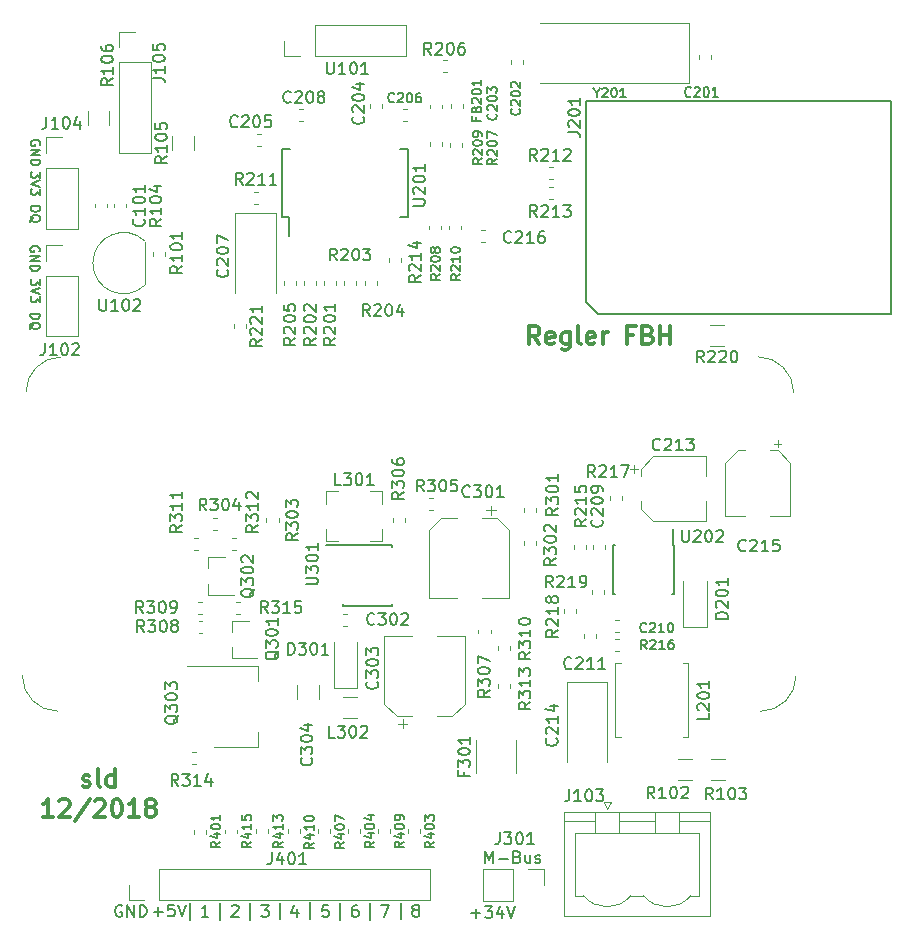
<source format=gto>
G04 #@! TF.GenerationSoftware,KiCad,Pcbnew,(5.0.1-3-g963ef8bb5)*
G04 #@! TF.CreationDate,2018-12-24T15:41:03+01:00*
G04 #@! TF.ProjectId,heizungsregler,6865697A756E67737265676C65722E6B,rev?*
G04 #@! TF.SameCoordinates,Original*
G04 #@! TF.FileFunction,Legend,Top*
G04 #@! TF.FilePolarity,Positive*
%FSLAX46Y46*%
G04 Gerber Fmt 4.6, Leading zero omitted, Abs format (unit mm)*
G04 Created by KiCad (PCBNEW (5.0.1-3-g963ef8bb5)) date Montag, 24. Dezember 2018 um 15:41:03*
%MOMM*%
%LPD*%
G01*
G04 APERTURE LIST*
%ADD10C,0.150000*%
%ADD11C,0.300000*%
%ADD12C,0.100000*%
%ADD13C,0.120000*%
G04 APERTURE END LIST*
D10*
X114188095Y-76531428D02*
X114988095Y-76531428D01*
X114988095Y-76721904D01*
X114950000Y-76836190D01*
X114873809Y-76912380D01*
X114797619Y-76950476D01*
X114645238Y-76988571D01*
X114530952Y-76988571D01*
X114378571Y-76950476D01*
X114302380Y-76912380D01*
X114226190Y-76836190D01*
X114188095Y-76721904D01*
X114188095Y-76531428D01*
X114111904Y-77864761D02*
X114150000Y-77788571D01*
X114226190Y-77712380D01*
X114340476Y-77598095D01*
X114378571Y-77521904D01*
X114378571Y-77445714D01*
X114188095Y-77483809D02*
X114226190Y-77407619D01*
X114302380Y-77331428D01*
X114454761Y-77293333D01*
X114721428Y-77293333D01*
X114873809Y-77331428D01*
X114950000Y-77407619D01*
X114988095Y-77483809D01*
X114988095Y-77636190D01*
X114950000Y-77712380D01*
X114873809Y-77788571D01*
X114721428Y-77826666D01*
X114454761Y-77826666D01*
X114302380Y-77788571D01*
X114226190Y-77712380D01*
X114188095Y-77636190D01*
X114188095Y-77483809D01*
X115008095Y-73629523D02*
X115008095Y-74124761D01*
X114703333Y-73858095D01*
X114703333Y-73972380D01*
X114665238Y-74048571D01*
X114627142Y-74086666D01*
X114550952Y-74124761D01*
X114360476Y-74124761D01*
X114284285Y-74086666D01*
X114246190Y-74048571D01*
X114208095Y-73972380D01*
X114208095Y-73743809D01*
X114246190Y-73667619D01*
X114284285Y-73629523D01*
X115008095Y-74353333D02*
X114208095Y-74620000D01*
X115008095Y-74886666D01*
X115008095Y-75077142D02*
X115008095Y-75572380D01*
X114703333Y-75305714D01*
X114703333Y-75420000D01*
X114665238Y-75496190D01*
X114627142Y-75534285D01*
X114550952Y-75572380D01*
X114360476Y-75572380D01*
X114284285Y-75534285D01*
X114246190Y-75496190D01*
X114208095Y-75420000D01*
X114208095Y-75191428D01*
X114246190Y-75115238D01*
X114284285Y-75077142D01*
X114930000Y-71270476D02*
X114968095Y-71194285D01*
X114968095Y-71080000D01*
X114930000Y-70965714D01*
X114853809Y-70889523D01*
X114777619Y-70851428D01*
X114625238Y-70813333D01*
X114510952Y-70813333D01*
X114358571Y-70851428D01*
X114282380Y-70889523D01*
X114206190Y-70965714D01*
X114168095Y-71080000D01*
X114168095Y-71156190D01*
X114206190Y-71270476D01*
X114244285Y-71308571D01*
X114510952Y-71308571D01*
X114510952Y-71156190D01*
X114168095Y-71651428D02*
X114968095Y-71651428D01*
X114168095Y-72108571D01*
X114968095Y-72108571D01*
X114168095Y-72489523D02*
X114968095Y-72489523D01*
X114968095Y-72680000D01*
X114930000Y-72794285D01*
X114853809Y-72870476D01*
X114777619Y-72908571D01*
X114625238Y-72946666D01*
X114510952Y-72946666D01*
X114358571Y-72908571D01*
X114282380Y-72870476D01*
X114206190Y-72794285D01*
X114168095Y-72680000D01*
X114168095Y-72489523D01*
D11*
X157282857Y-79118571D02*
X156782857Y-78404285D01*
X156425714Y-79118571D02*
X156425714Y-77618571D01*
X156997142Y-77618571D01*
X157140000Y-77690000D01*
X157211428Y-77761428D01*
X157282857Y-77904285D01*
X157282857Y-78118571D01*
X157211428Y-78261428D01*
X157140000Y-78332857D01*
X156997142Y-78404285D01*
X156425714Y-78404285D01*
X158497142Y-79047142D02*
X158354285Y-79118571D01*
X158068571Y-79118571D01*
X157925714Y-79047142D01*
X157854285Y-78904285D01*
X157854285Y-78332857D01*
X157925714Y-78190000D01*
X158068571Y-78118571D01*
X158354285Y-78118571D01*
X158497142Y-78190000D01*
X158568571Y-78332857D01*
X158568571Y-78475714D01*
X157854285Y-78618571D01*
X159854285Y-78118571D02*
X159854285Y-79332857D01*
X159782857Y-79475714D01*
X159711428Y-79547142D01*
X159568571Y-79618571D01*
X159354285Y-79618571D01*
X159211428Y-79547142D01*
X159854285Y-79047142D02*
X159711428Y-79118571D01*
X159425714Y-79118571D01*
X159282857Y-79047142D01*
X159211428Y-78975714D01*
X159140000Y-78832857D01*
X159140000Y-78404285D01*
X159211428Y-78261428D01*
X159282857Y-78190000D01*
X159425714Y-78118571D01*
X159711428Y-78118571D01*
X159854285Y-78190000D01*
X160782857Y-79118571D02*
X160640000Y-79047142D01*
X160568571Y-78904285D01*
X160568571Y-77618571D01*
X161925714Y-79047142D02*
X161782857Y-79118571D01*
X161497142Y-79118571D01*
X161354285Y-79047142D01*
X161282857Y-78904285D01*
X161282857Y-78332857D01*
X161354285Y-78190000D01*
X161497142Y-78118571D01*
X161782857Y-78118571D01*
X161925714Y-78190000D01*
X161997142Y-78332857D01*
X161997142Y-78475714D01*
X161282857Y-78618571D01*
X162640000Y-79118571D02*
X162640000Y-78118571D01*
X162640000Y-78404285D02*
X162711428Y-78261428D01*
X162782857Y-78190000D01*
X162925714Y-78118571D01*
X163068571Y-78118571D01*
X165211428Y-78332857D02*
X164711428Y-78332857D01*
X164711428Y-79118571D02*
X164711428Y-77618571D01*
X165425714Y-77618571D01*
X166497142Y-78332857D02*
X166711428Y-78404285D01*
X166782857Y-78475714D01*
X166854285Y-78618571D01*
X166854285Y-78832857D01*
X166782857Y-78975714D01*
X166711428Y-79047142D01*
X166568571Y-79118571D01*
X165997142Y-79118571D01*
X165997142Y-77618571D01*
X166497142Y-77618571D01*
X166640000Y-77690000D01*
X166711428Y-77761428D01*
X166782857Y-77904285D01*
X166782857Y-78047142D01*
X166711428Y-78190000D01*
X166640000Y-78261428D01*
X166497142Y-78332857D01*
X165997142Y-78332857D01*
X167497142Y-79118571D02*
X167497142Y-77618571D01*
X167497142Y-78332857D02*
X168354285Y-78332857D01*
X168354285Y-79118571D02*
X168354285Y-77618571D01*
X118607142Y-116542142D02*
X118750000Y-116613571D01*
X119035714Y-116613571D01*
X119178571Y-116542142D01*
X119250000Y-116399285D01*
X119250000Y-116327857D01*
X119178571Y-116185000D01*
X119035714Y-116113571D01*
X118821428Y-116113571D01*
X118678571Y-116042142D01*
X118607142Y-115899285D01*
X118607142Y-115827857D01*
X118678571Y-115685000D01*
X118821428Y-115613571D01*
X119035714Y-115613571D01*
X119178571Y-115685000D01*
X120107142Y-116613571D02*
X119964285Y-116542142D01*
X119892857Y-116399285D01*
X119892857Y-115113571D01*
X121321428Y-116613571D02*
X121321428Y-115113571D01*
X121321428Y-116542142D02*
X121178571Y-116613571D01*
X120892857Y-116613571D01*
X120750000Y-116542142D01*
X120678571Y-116470714D01*
X120607142Y-116327857D01*
X120607142Y-115899285D01*
X120678571Y-115756428D01*
X120750000Y-115685000D01*
X120892857Y-115613571D01*
X121178571Y-115613571D01*
X121321428Y-115685000D01*
X116071428Y-119163571D02*
X115214285Y-119163571D01*
X115642857Y-119163571D02*
X115642857Y-117663571D01*
X115500000Y-117877857D01*
X115357142Y-118020714D01*
X115214285Y-118092142D01*
X116642857Y-117806428D02*
X116714285Y-117735000D01*
X116857142Y-117663571D01*
X117214285Y-117663571D01*
X117357142Y-117735000D01*
X117428571Y-117806428D01*
X117500000Y-117949285D01*
X117500000Y-118092142D01*
X117428571Y-118306428D01*
X116571428Y-119163571D01*
X117500000Y-119163571D01*
X119214285Y-117592142D02*
X117928571Y-119520714D01*
X119642857Y-117806428D02*
X119714285Y-117735000D01*
X119857142Y-117663571D01*
X120214285Y-117663571D01*
X120357142Y-117735000D01*
X120428571Y-117806428D01*
X120500000Y-117949285D01*
X120500000Y-118092142D01*
X120428571Y-118306428D01*
X119571428Y-119163571D01*
X120500000Y-119163571D01*
X121428571Y-117663571D02*
X121571428Y-117663571D01*
X121714285Y-117735000D01*
X121785714Y-117806428D01*
X121857142Y-117949285D01*
X121928571Y-118235000D01*
X121928571Y-118592142D01*
X121857142Y-118877857D01*
X121785714Y-119020714D01*
X121714285Y-119092142D01*
X121571428Y-119163571D01*
X121428571Y-119163571D01*
X121285714Y-119092142D01*
X121214285Y-119020714D01*
X121142857Y-118877857D01*
X121071428Y-118592142D01*
X121071428Y-118235000D01*
X121142857Y-117949285D01*
X121214285Y-117806428D01*
X121285714Y-117735000D01*
X121428571Y-117663571D01*
X123357142Y-119163571D02*
X122500000Y-119163571D01*
X122928571Y-119163571D02*
X122928571Y-117663571D01*
X122785714Y-117877857D01*
X122642857Y-118020714D01*
X122500000Y-118092142D01*
X124214285Y-118306428D02*
X124071428Y-118235000D01*
X124000000Y-118163571D01*
X123928571Y-118020714D01*
X123928571Y-117949285D01*
X124000000Y-117806428D01*
X124071428Y-117735000D01*
X124214285Y-117663571D01*
X124500000Y-117663571D01*
X124642857Y-117735000D01*
X124714285Y-117806428D01*
X124785714Y-117949285D01*
X124785714Y-118020714D01*
X124714285Y-118163571D01*
X124642857Y-118235000D01*
X124500000Y-118306428D01*
X124214285Y-118306428D01*
X124071428Y-118377857D01*
X124000000Y-118449285D01*
X123928571Y-118592142D01*
X123928571Y-118877857D01*
X124000000Y-119020714D01*
X124071428Y-119092142D01*
X124214285Y-119163571D01*
X124500000Y-119163571D01*
X124642857Y-119092142D01*
X124714285Y-119020714D01*
X124785714Y-118877857D01*
X124785714Y-118592142D01*
X124714285Y-118449285D01*
X124642857Y-118377857D01*
X124500000Y-118306428D01*
D10*
X152690476Y-123052380D02*
X152690476Y-122052380D01*
X153023809Y-122766666D01*
X153357142Y-122052380D01*
X153357142Y-123052380D01*
X153833333Y-122671428D02*
X154595238Y-122671428D01*
X155404761Y-122528571D02*
X155547619Y-122576190D01*
X155595238Y-122623809D01*
X155642857Y-122719047D01*
X155642857Y-122861904D01*
X155595238Y-122957142D01*
X155547619Y-123004761D01*
X155452380Y-123052380D01*
X155071428Y-123052380D01*
X155071428Y-122052380D01*
X155404761Y-122052380D01*
X155500000Y-122100000D01*
X155547619Y-122147619D01*
X155595238Y-122242857D01*
X155595238Y-122338095D01*
X155547619Y-122433333D01*
X155500000Y-122480952D01*
X155404761Y-122528571D01*
X155071428Y-122528571D01*
X156500000Y-122385714D02*
X156500000Y-123052380D01*
X156071428Y-122385714D02*
X156071428Y-122909523D01*
X156119047Y-123004761D01*
X156214285Y-123052380D01*
X156357142Y-123052380D01*
X156452380Y-123004761D01*
X156500000Y-122957142D01*
X156928571Y-123004761D02*
X157023809Y-123052380D01*
X157214285Y-123052380D01*
X157309523Y-123004761D01*
X157357142Y-122909523D01*
X157357142Y-122861904D01*
X157309523Y-122766666D01*
X157214285Y-122719047D01*
X157071428Y-122719047D01*
X156976190Y-122671428D01*
X156928571Y-122576190D01*
X156928571Y-122528571D01*
X156976190Y-122433333D01*
X157071428Y-122385714D01*
X157214285Y-122385714D01*
X157309523Y-122433333D01*
X151518095Y-127321428D02*
X152280000Y-127321428D01*
X151899047Y-127702380D02*
X151899047Y-126940476D01*
X152660952Y-126702380D02*
X153280000Y-126702380D01*
X152946666Y-127083333D01*
X153089523Y-127083333D01*
X153184761Y-127130952D01*
X153232380Y-127178571D01*
X153280000Y-127273809D01*
X153280000Y-127511904D01*
X153232380Y-127607142D01*
X153184761Y-127654761D01*
X153089523Y-127702380D01*
X152803809Y-127702380D01*
X152708571Y-127654761D01*
X152660952Y-127607142D01*
X154137142Y-127035714D02*
X154137142Y-127702380D01*
X153899047Y-126654761D02*
X153660952Y-127369047D01*
X154280000Y-127369047D01*
X154518095Y-126702380D02*
X154851428Y-127702380D01*
X155184761Y-126702380D01*
X141870476Y-126622380D02*
X141680000Y-126622380D01*
X141584761Y-126670000D01*
X141537142Y-126717619D01*
X141441904Y-126860476D01*
X141394285Y-127050952D01*
X141394285Y-127431904D01*
X141441904Y-127527142D01*
X141489523Y-127574761D01*
X141584761Y-127622380D01*
X141775238Y-127622380D01*
X141870476Y-127574761D01*
X141918095Y-127527142D01*
X141965714Y-127431904D01*
X141965714Y-127193809D01*
X141918095Y-127098571D01*
X141870476Y-127050952D01*
X141775238Y-127003333D01*
X141584761Y-127003333D01*
X141489523Y-127050952D01*
X141441904Y-127098571D01*
X141394285Y-127193809D01*
X143866666Y-126592380D02*
X144533333Y-126592380D01*
X144104761Y-127592380D01*
X146714761Y-127020952D02*
X146619523Y-126973333D01*
X146571904Y-126925714D01*
X146524285Y-126830476D01*
X146524285Y-126782857D01*
X146571904Y-126687619D01*
X146619523Y-126640000D01*
X146714761Y-126592380D01*
X146905238Y-126592380D01*
X147000476Y-126640000D01*
X147048095Y-126687619D01*
X147095714Y-126782857D01*
X147095714Y-126830476D01*
X147048095Y-126925714D01*
X147000476Y-126973333D01*
X146905238Y-127020952D01*
X146714761Y-127020952D01*
X146619523Y-127068571D01*
X146571904Y-127116190D01*
X146524285Y-127211428D01*
X146524285Y-127401904D01*
X146571904Y-127497142D01*
X146619523Y-127544761D01*
X146714761Y-127592380D01*
X146905238Y-127592380D01*
X147000476Y-127544761D01*
X147048095Y-127497142D01*
X147095714Y-127401904D01*
X147095714Y-127211428D01*
X147048095Y-127116190D01*
X147000476Y-127068571D01*
X146905238Y-127020952D01*
X139398095Y-126612380D02*
X138921904Y-126612380D01*
X138874285Y-127088571D01*
X138921904Y-127040952D01*
X139017142Y-126993333D01*
X139255238Y-126993333D01*
X139350476Y-127040952D01*
X139398095Y-127088571D01*
X139445714Y-127183809D01*
X139445714Y-127421904D01*
X139398095Y-127517142D01*
X139350476Y-127564761D01*
X139255238Y-127612380D01*
X139017142Y-127612380D01*
X138921904Y-127564761D01*
X138874285Y-127517142D01*
X136740476Y-126965714D02*
X136740476Y-127632380D01*
X136502380Y-126584761D02*
X136264285Y-127299047D01*
X136883333Y-127299047D01*
X133726666Y-126612380D02*
X134345714Y-126612380D01*
X134012380Y-126993333D01*
X134155238Y-126993333D01*
X134250476Y-127040952D01*
X134298095Y-127088571D01*
X134345714Y-127183809D01*
X134345714Y-127421904D01*
X134298095Y-127517142D01*
X134250476Y-127564761D01*
X134155238Y-127612380D01*
X133869523Y-127612380D01*
X133774285Y-127564761D01*
X133726666Y-127517142D01*
X131234285Y-126707619D02*
X131281904Y-126660000D01*
X131377142Y-126612380D01*
X131615238Y-126612380D01*
X131710476Y-126660000D01*
X131758095Y-126707619D01*
X131805714Y-126802857D01*
X131805714Y-126898095D01*
X131758095Y-127040952D01*
X131186666Y-127612380D01*
X131805714Y-127612380D01*
X145540000Y-127825714D02*
X145540000Y-126397142D01*
X142900000Y-127835714D02*
X142900000Y-126407142D01*
X140400000Y-127835714D02*
X140400000Y-126407142D01*
X137820000Y-127815714D02*
X137820000Y-126387142D01*
X135320000Y-127825714D02*
X135320000Y-126397142D01*
X130210000Y-127845714D02*
X130210000Y-126417142D01*
X127690000Y-127835714D02*
X127690000Y-126407142D01*
X129255714Y-127612380D02*
X128684285Y-127612380D01*
X128970000Y-127612380D02*
X128970000Y-126612380D01*
X128874761Y-126755238D01*
X128779523Y-126850476D01*
X128684285Y-126898095D01*
X132750000Y-127845714D02*
X132750000Y-126417142D01*
X124634285Y-127191428D02*
X125396190Y-127191428D01*
X125015238Y-127572380D02*
X125015238Y-126810476D01*
X126348571Y-126572380D02*
X125872380Y-126572380D01*
X125824761Y-127048571D01*
X125872380Y-127000952D01*
X125967619Y-126953333D01*
X126205714Y-126953333D01*
X126300952Y-127000952D01*
X126348571Y-127048571D01*
X126396190Y-127143809D01*
X126396190Y-127381904D01*
X126348571Y-127477142D01*
X126300952Y-127524761D01*
X126205714Y-127572380D01*
X125967619Y-127572380D01*
X125872380Y-127524761D01*
X125824761Y-127477142D01*
X126681904Y-126572380D02*
X127015238Y-127572380D01*
X127348571Y-126572380D01*
X121918095Y-126670000D02*
X121822857Y-126622380D01*
X121680000Y-126622380D01*
X121537142Y-126670000D01*
X121441904Y-126765238D01*
X121394285Y-126860476D01*
X121346666Y-127050952D01*
X121346666Y-127193809D01*
X121394285Y-127384285D01*
X121441904Y-127479523D01*
X121537142Y-127574761D01*
X121680000Y-127622380D01*
X121775238Y-127622380D01*
X121918095Y-127574761D01*
X121965714Y-127527142D01*
X121965714Y-127193809D01*
X121775238Y-127193809D01*
X122394285Y-127622380D02*
X122394285Y-126622380D01*
X122965714Y-127622380D01*
X122965714Y-126622380D01*
X123441904Y-127622380D02*
X123441904Y-126622380D01*
X123680000Y-126622380D01*
X123822857Y-126670000D01*
X123918095Y-126765238D01*
X123965714Y-126860476D01*
X124013333Y-127050952D01*
X124013333Y-127193809D01*
X123965714Y-127384285D01*
X123918095Y-127479523D01*
X123822857Y-127574761D01*
X123680000Y-127622380D01*
X123441904Y-127622380D01*
X114980000Y-62280476D02*
X115018095Y-62204285D01*
X115018095Y-62090000D01*
X114980000Y-61975714D01*
X114903809Y-61899523D01*
X114827619Y-61861428D01*
X114675238Y-61823333D01*
X114560952Y-61823333D01*
X114408571Y-61861428D01*
X114332380Y-61899523D01*
X114256190Y-61975714D01*
X114218095Y-62090000D01*
X114218095Y-62166190D01*
X114256190Y-62280476D01*
X114294285Y-62318571D01*
X114560952Y-62318571D01*
X114560952Y-62166190D01*
X114218095Y-62661428D02*
X115018095Y-62661428D01*
X114218095Y-63118571D01*
X115018095Y-63118571D01*
X114218095Y-63499523D02*
X115018095Y-63499523D01*
X115018095Y-63690000D01*
X114980000Y-63804285D01*
X114903809Y-63880476D01*
X114827619Y-63918571D01*
X114675238Y-63956666D01*
X114560952Y-63956666D01*
X114408571Y-63918571D01*
X114332380Y-63880476D01*
X114256190Y-63804285D01*
X114218095Y-63690000D01*
X114218095Y-63499523D01*
X115008095Y-64539523D02*
X115008095Y-65034761D01*
X114703333Y-64768095D01*
X114703333Y-64882380D01*
X114665238Y-64958571D01*
X114627142Y-64996666D01*
X114550952Y-65034761D01*
X114360476Y-65034761D01*
X114284285Y-64996666D01*
X114246190Y-64958571D01*
X114208095Y-64882380D01*
X114208095Y-64653809D01*
X114246190Y-64577619D01*
X114284285Y-64539523D01*
X115008095Y-65263333D02*
X114208095Y-65530000D01*
X115008095Y-65796666D01*
X115008095Y-65987142D02*
X115008095Y-66482380D01*
X114703333Y-66215714D01*
X114703333Y-66330000D01*
X114665238Y-66406190D01*
X114627142Y-66444285D01*
X114550952Y-66482380D01*
X114360476Y-66482380D01*
X114284285Y-66444285D01*
X114246190Y-66406190D01*
X114208095Y-66330000D01*
X114208095Y-66101428D01*
X114246190Y-66025238D01*
X114284285Y-65987142D01*
X114198095Y-67451428D02*
X114998095Y-67451428D01*
X114998095Y-67641904D01*
X114960000Y-67756190D01*
X114883809Y-67832380D01*
X114807619Y-67870476D01*
X114655238Y-67908571D01*
X114540952Y-67908571D01*
X114388571Y-67870476D01*
X114312380Y-67832380D01*
X114236190Y-67756190D01*
X114198095Y-67641904D01*
X114198095Y-67451428D01*
X114121904Y-68784761D02*
X114160000Y-68708571D01*
X114236190Y-68632380D01*
X114350476Y-68518095D01*
X114388571Y-68441904D01*
X114388571Y-68365714D01*
X114198095Y-68403809D02*
X114236190Y-68327619D01*
X114312380Y-68251428D01*
X114464761Y-68213333D01*
X114731428Y-68213333D01*
X114883809Y-68251428D01*
X114960000Y-68327619D01*
X114998095Y-68403809D01*
X114998095Y-68556190D01*
X114960000Y-68632380D01*
X114883809Y-68708571D01*
X114731428Y-68746666D01*
X114464761Y-68746666D01*
X114312380Y-68708571D01*
X114236190Y-68632380D01*
X114198095Y-68556190D01*
X114198095Y-68403809D01*
D12*
X116800000Y-80200000D02*
G75*
G03X113800000Y-83200000I0J-3000000D01*
G01*
X178800000Y-83200000D02*
G75*
G03X175800000Y-80200000I-3000000J0D01*
G01*
X176010000Y-110200000D02*
G75*
G03X179010000Y-107200000I0J3000000D01*
G01*
X113500000Y-107200000D02*
G75*
G03X116500000Y-110200000I3000000J0D01*
G01*
D13*
G04 #@! TO.C,L301*
X143985000Y-91590000D02*
X142960000Y-91590000D01*
X139215000Y-91590000D02*
X140240000Y-91590000D01*
X143985000Y-91590000D02*
X143985000Y-92615000D01*
X139215000Y-91590000D02*
X139215000Y-92615000D01*
X139215000Y-95810000D02*
X139215000Y-94785000D01*
X139215000Y-95810000D02*
X140240000Y-95810000D01*
X143985000Y-95810000D02*
X142960000Y-95810000D01*
X143985000Y-95810000D02*
X143985000Y-94785000D01*
G04 #@! TO.C,U101*
X135690000Y-54750000D02*
X135690000Y-53420000D01*
X137020000Y-54750000D02*
X135690000Y-54750000D01*
X138290000Y-54750000D02*
X138290000Y-52090000D01*
X138290000Y-52090000D02*
X145970000Y-52090000D01*
X138290000Y-54750000D02*
X145970000Y-54750000D01*
X145970000Y-54750000D02*
X145970000Y-52090000D01*
G04 #@! TO.C,C216*
X152337221Y-70510000D02*
X152662779Y-70510000D01*
X152337221Y-69490000D02*
X152662779Y-69490000D01*
G04 #@! TO.C,R221*
X131390000Y-77437221D02*
X131390000Y-77762779D01*
X132410000Y-77437221D02*
X132410000Y-77762779D01*
G04 #@! TO.C,R105*
X128010000Y-62702064D02*
X128010000Y-61497936D01*
X126190000Y-62702064D02*
X126190000Y-61497936D01*
G04 #@! TO.C,R220*
X172902064Y-77490000D02*
X171697936Y-77490000D01*
X172902064Y-79310000D02*
X171697936Y-79310000D01*
G04 #@! TO.C,R106*
X119040000Y-59397936D02*
X119040000Y-60602064D01*
X120860000Y-59397936D02*
X120860000Y-60602064D01*
G04 #@! TO.C,J105*
X121700000Y-52660000D02*
X123030000Y-52660000D01*
X121700000Y-53990000D02*
X121700000Y-52660000D01*
X121700000Y-55260000D02*
X124360000Y-55260000D01*
X124360000Y-55260000D02*
X124360000Y-62940000D01*
X121700000Y-55260000D02*
X121700000Y-62940000D01*
X121700000Y-62940000D02*
X124360000Y-62940000D01*
G04 #@! TO.C,C207*
X131515000Y-68004000D02*
X131515000Y-74764000D01*
X134935000Y-68004000D02*
X131515000Y-68004000D01*
X134935000Y-74764000D02*
X134935000Y-68004000D01*
G04 #@! TO.C,C204*
X143930000Y-59122779D02*
X143930000Y-58797221D01*
X142910000Y-59122779D02*
X142910000Y-58797221D01*
G04 #@! TO.C,C202*
X154840000Y-55087221D02*
X154840000Y-55412779D01*
X155860000Y-55087221D02*
X155860000Y-55412779D01*
G04 #@! TO.C,J104*
X115520000Y-61600000D02*
X116850000Y-61600000D01*
X115520000Y-62930000D02*
X115520000Y-61600000D01*
X115520000Y-64200000D02*
X118180000Y-64200000D01*
X118180000Y-64200000D02*
X118180000Y-69340000D01*
X115520000Y-64200000D02*
X115520000Y-69340000D01*
X115520000Y-69340000D02*
X118180000Y-69340000D01*
G04 #@! TO.C,R104*
X121280000Y-67217221D02*
X121280000Y-67542779D01*
X122300000Y-67217221D02*
X122300000Y-67542779D01*
G04 #@! TO.C,R218*
X159370000Y-101537221D02*
X159370000Y-101862779D01*
X160390000Y-101537221D02*
X160390000Y-101862779D01*
G04 #@! TO.C,R102*
X169027936Y-116040000D02*
X170232064Y-116040000D01*
X169027936Y-114220000D02*
X170232064Y-114220000D01*
G04 #@! TO.C,R103*
X173032064Y-114220000D02*
X171827936Y-114220000D01*
X173032064Y-116040000D02*
X171827936Y-116040000D01*
G04 #@! TO.C,J103*
X162710000Y-117910000D02*
X163310000Y-117910000D01*
X163010000Y-118510000D02*
X162710000Y-117910000D01*
X163310000Y-117910000D02*
X163010000Y-118510000D01*
X170830000Y-125820000D02*
X170090000Y-125820000D01*
X170830000Y-120520000D02*
X170830000Y-125820000D01*
X160270000Y-120520000D02*
X170830000Y-120520000D01*
X160270000Y-125820000D02*
X160270000Y-120520000D01*
X161010000Y-125820000D02*
X160270000Y-125820000D01*
X165010000Y-125820000D02*
X166090000Y-125820000D01*
X169090000Y-120520000D02*
X167090000Y-120520000D01*
X169090000Y-118710000D02*
X169090000Y-120520000D01*
X167090000Y-118710000D02*
X169090000Y-118710000D01*
X167090000Y-120520000D02*
X167090000Y-118710000D01*
X164010000Y-120520000D02*
X162010000Y-120520000D01*
X164010000Y-118710000D02*
X164010000Y-120520000D01*
X162010000Y-118710000D02*
X164010000Y-118710000D01*
X162010000Y-120520000D02*
X162010000Y-118710000D01*
X164010000Y-119520000D02*
X167090000Y-119520000D01*
X171740000Y-119520000D02*
X169200000Y-119520000D01*
X159360000Y-119520000D02*
X161900000Y-119520000D01*
X171740000Y-118710000D02*
X159360000Y-118710000D01*
X171740000Y-127530000D02*
X171740000Y-118710000D01*
X159360000Y-127530000D02*
X171740000Y-127530000D01*
X159360000Y-118710000D02*
X159360000Y-127530000D01*
X170076841Y-125835821D02*
G75*
G02X166090000Y-125820000I-1986841J1665821D01*
G01*
X164996841Y-125835821D02*
G75*
G02X161010000Y-125820000I-1986841J1665821D01*
G01*
G04 #@! TO.C,C304*
X138590000Y-109182064D02*
X138590000Y-107977936D01*
X136770000Y-109182064D02*
X136770000Y-107977936D01*
G04 #@! TO.C,R413*
X133290000Y-120207221D02*
X133290000Y-120532779D01*
X134310000Y-120207221D02*
X134310000Y-120532779D01*
G04 #@! TO.C,R403*
X146150000Y-120197221D02*
X146150000Y-120522779D01*
X147170000Y-120197221D02*
X147170000Y-120522779D01*
G04 #@! TO.C,R404*
X141110000Y-120197221D02*
X141110000Y-120522779D01*
X142130000Y-120197221D02*
X142130000Y-120522779D01*
G04 #@! TO.C,R407*
X138540000Y-120199721D02*
X138540000Y-120525279D01*
X139560000Y-120199721D02*
X139560000Y-120525279D01*
G04 #@! TO.C,R409*
X143630000Y-120197221D02*
X143630000Y-120522779D01*
X144650000Y-120197221D02*
X144650000Y-120522779D01*
G04 #@! TO.C,R410*
X135960000Y-120187221D02*
X135960000Y-120512779D01*
X136980000Y-120187221D02*
X136980000Y-120512779D01*
G04 #@! TO.C,R415*
X130660000Y-120217221D02*
X130660000Y-120542779D01*
X131680000Y-120217221D02*
X131680000Y-120542779D01*
G04 #@! TO.C,R401*
X128010000Y-120227221D02*
X128010000Y-120552779D01*
X129030000Y-120227221D02*
X129030000Y-120552779D01*
G04 #@! TO.C,J401*
X122510000Y-126210000D02*
X122510000Y-124880000D01*
X123840000Y-126210000D02*
X122510000Y-126210000D01*
X125110000Y-126210000D02*
X125110000Y-123550000D01*
X125110000Y-123550000D02*
X148030000Y-123550000D01*
X125110000Y-126210000D02*
X148030000Y-126210000D01*
X148030000Y-126210000D02*
X148030000Y-123550000D01*
G04 #@! TO.C,R301*
X157030000Y-93302779D02*
X157030000Y-92977221D01*
X156010000Y-93302779D02*
X156010000Y-92977221D01*
G04 #@! TO.C,R302*
X156010000Y-95767221D02*
X156010000Y-96092779D01*
X157030000Y-95767221D02*
X157030000Y-96092779D01*
G04 #@! TO.C,F301*
X155310000Y-115436252D02*
X155310000Y-112663748D01*
X151890000Y-115436252D02*
X151890000Y-112663748D01*
G04 #@! TO.C,J301*
X157660000Y-123570000D02*
X157660000Y-124900000D01*
X156330000Y-123570000D02*
X157660000Y-123570000D01*
X155060000Y-123570000D02*
X155060000Y-126230000D01*
X155060000Y-126230000D02*
X152460000Y-126230000D01*
X155060000Y-123570000D02*
X152460000Y-123570000D01*
X152460000Y-123570000D02*
X152460000Y-126230000D01*
G04 #@! TO.C,D201*
X169430000Y-103040000D02*
X169430000Y-99140000D01*
X171430000Y-103040000D02*
X171430000Y-99140000D01*
X169430000Y-103040000D02*
X171430000Y-103040000D01*
G04 #@! TO.C,C213*
X165297500Y-89362500D02*
X165297500Y-89987500D01*
X164985000Y-89675000D02*
X165610000Y-89675000D01*
X165850000Y-93055563D02*
X166914437Y-94120000D01*
X165850000Y-89664437D02*
X166914437Y-88600000D01*
X165850000Y-89664437D02*
X165850000Y-90300000D01*
X165850000Y-93055563D02*
X165850000Y-92420000D01*
X166914437Y-94120000D02*
X171370000Y-94120000D01*
X166914437Y-88600000D02*
X171370000Y-88600000D01*
X171370000Y-88600000D02*
X171370000Y-90300000D01*
X171370000Y-94120000D02*
X171370000Y-92420000D01*
G04 #@! TO.C,C214*
X159600000Y-107760000D02*
X159600000Y-114520000D01*
X163020000Y-107760000D02*
X159600000Y-107760000D01*
X163020000Y-114520000D02*
X163020000Y-107760000D01*
G04 #@! TO.C,C301*
X153571250Y-93186250D02*
X152783750Y-93186250D01*
X153177500Y-92792500D02*
X153177500Y-93580000D01*
X148984437Y-93820000D02*
X147920000Y-94884437D01*
X153675563Y-93820000D02*
X154740000Y-94884437D01*
X153675563Y-93820000D02*
X152390000Y-93820000D01*
X148984437Y-93820000D02*
X150270000Y-93820000D01*
X147920000Y-94884437D02*
X147920000Y-100640000D01*
X154740000Y-94884437D02*
X154740000Y-100640000D01*
X154740000Y-100640000D02*
X152390000Y-100640000D01*
X147920000Y-100640000D02*
X150270000Y-100640000D01*
G04 #@! TO.C,C303*
X145308750Y-111263750D02*
X146096250Y-111263750D01*
X145702500Y-111657500D02*
X145702500Y-110870000D01*
X149895563Y-110630000D02*
X150960000Y-109565563D01*
X145204437Y-110630000D02*
X144140000Y-109565563D01*
X145204437Y-110630000D02*
X146490000Y-110630000D01*
X149895563Y-110630000D02*
X148610000Y-110630000D01*
X150960000Y-109565563D02*
X150960000Y-103810000D01*
X144140000Y-109565563D02*
X144140000Y-103810000D01*
X144140000Y-103810000D02*
X146490000Y-103810000D01*
X150960000Y-103810000D02*
X148610000Y-103810000D01*
D10*
G04 #@! TO.C,U202*
X168595000Y-96145000D02*
X168595000Y-94745000D01*
X163495000Y-96145000D02*
X163495000Y-100295000D01*
X168645000Y-96145000D02*
X168645000Y-100295000D01*
X163495000Y-96145000D02*
X163640000Y-96145000D01*
X163495000Y-100295000D02*
X163640000Y-100295000D01*
X168645000Y-100295000D02*
X168500000Y-100295000D01*
X168645000Y-96145000D02*
X168595000Y-96145000D01*
D13*
G04 #@! TO.C,C215*
X177767500Y-87557500D02*
X177142500Y-87557500D01*
X177455000Y-87245000D02*
X177455000Y-87870000D01*
X174074437Y-88110000D02*
X173010000Y-89174437D01*
X177465563Y-88110000D02*
X178530000Y-89174437D01*
X177465563Y-88110000D02*
X176830000Y-88110000D01*
X174074437Y-88110000D02*
X174710000Y-88110000D01*
X173010000Y-89174437D02*
X173010000Y-93630000D01*
X178530000Y-89174437D02*
X178530000Y-93630000D01*
X178530000Y-93630000D02*
X176830000Y-93630000D01*
X173010000Y-93630000D02*
X174710000Y-93630000D01*
D10*
G04 #@! TO.C,J201*
X161254000Y-75546000D02*
X162270000Y-76562000D01*
X187035000Y-76562000D02*
X162270000Y-76562000D01*
X187035000Y-58528000D02*
X187035000Y-76562000D01*
X161254000Y-58528000D02*
X187035000Y-58528000D01*
X161254000Y-75546000D02*
X161254000Y-58528000D01*
D13*
G04 #@! TO.C,C208*
X137282779Y-59210000D02*
X136957221Y-59210000D01*
X137282779Y-60230000D02*
X136957221Y-60230000D01*
D10*
G04 #@! TO.C,U201*
X136050000Y-68325000D02*
X136050000Y-69925000D01*
X146125000Y-68325000D02*
X146125000Y-62575000D01*
X135475000Y-68325000D02*
X135475000Y-62575000D01*
X146125000Y-68325000D02*
X145475000Y-68325000D01*
X146125000Y-62575000D02*
X145475000Y-62575000D01*
X135475000Y-62575000D02*
X136125000Y-62575000D01*
X135475000Y-68325000D02*
X136050000Y-68325000D01*
D13*
G04 #@! TO.C,R211*
X133437779Y-66240000D02*
X133112221Y-66240000D01*
X133437779Y-67260000D02*
X133112221Y-67260000D01*
G04 #@! TO.C,C101*
X120700000Y-67542779D02*
X120700000Y-67217221D01*
X119680000Y-67542779D02*
X119680000Y-67217221D01*
G04 #@! TO.C,U102*
X123908478Y-70421522D02*
G75*
G03X119470000Y-72260000I-1838478J-1838478D01*
G01*
X123908478Y-74098478D02*
G75*
G02X119470000Y-72260000I-1838478J1838478D01*
G01*
X123920000Y-74060000D02*
X123920000Y-70460000D01*
G04 #@! TO.C,C302*
X140637221Y-102950000D02*
X140962779Y-102950000D01*
X140637221Y-101930000D02*
X140962779Y-101930000D01*
G04 #@! TO.C,J102*
X115520000Y-70720000D02*
X116850000Y-70720000D01*
X115520000Y-72050000D02*
X115520000Y-70720000D01*
X115520000Y-73320000D02*
X118180000Y-73320000D01*
X118180000Y-73320000D02*
X118180000Y-78460000D01*
X115520000Y-73320000D02*
X115520000Y-78460000D01*
X115520000Y-78460000D02*
X118180000Y-78460000D01*
G04 #@! TO.C,D301*
X139870000Y-108260000D02*
X139870000Y-104360000D01*
X141870000Y-108260000D02*
X141870000Y-104360000D01*
X139870000Y-108260000D02*
X141870000Y-108260000D01*
G04 #@! TO.C,L302*
X141842064Y-108980000D02*
X140637936Y-108980000D01*
X141842064Y-110800000D02*
X140637936Y-110800000D01*
D10*
G04 #@! TO.C,U301*
X140645000Y-96165000D02*
X139245000Y-96165000D01*
X140645000Y-101265000D02*
X144795000Y-101265000D01*
X140645000Y-96115000D02*
X144795000Y-96115000D01*
X140645000Y-101265000D02*
X140645000Y-101120000D01*
X144795000Y-101265000D02*
X144795000Y-101120000D01*
X144795000Y-96115000D02*
X144795000Y-96260000D01*
X140645000Y-96115000D02*
X140645000Y-96165000D01*
D13*
G04 #@! TO.C,Q303*
X127440000Y-106380000D02*
X133450000Y-106380000D01*
X129690000Y-113200000D02*
X133450000Y-113200000D01*
X133450000Y-106380000D02*
X133450000Y-107640000D01*
X133450000Y-113200000D02*
X133450000Y-111940000D01*
G04 #@! TO.C,Q301*
X131210000Y-102530000D02*
X132670000Y-102530000D01*
X131210000Y-105690000D02*
X133370000Y-105690000D01*
X131210000Y-105690000D02*
X131210000Y-104760000D01*
X131210000Y-102530000D02*
X131210000Y-103460000D01*
G04 #@! TO.C,Q302*
X129220000Y-97160000D02*
X130680000Y-97160000D01*
X129220000Y-100320000D02*
X131380000Y-100320000D01*
X129220000Y-100320000D02*
X129220000Y-99390000D01*
X129220000Y-97160000D02*
X129220000Y-98090000D01*
G04 #@! TO.C,R101*
X124520000Y-71297221D02*
X124520000Y-71622779D01*
X125540000Y-71297221D02*
X125540000Y-71622779D01*
G04 #@! TO.C,R303*
X135190000Y-94202779D02*
X135190000Y-93877221D01*
X134170000Y-94202779D02*
X134170000Y-93877221D01*
G04 #@! TO.C,R304*
X129617221Y-94840000D02*
X129942779Y-94840000D01*
X129617221Y-93820000D02*
X129942779Y-93820000D01*
G04 #@! TO.C,R305*
X147947221Y-93200000D02*
X148272779Y-93200000D01*
X147947221Y-92180000D02*
X148272779Y-92180000D01*
G04 #@! TO.C,R306*
X144860000Y-93867221D02*
X144860000Y-94192779D01*
X145880000Y-93867221D02*
X145880000Y-94192779D01*
G04 #@! TO.C,R307*
X152120000Y-103287221D02*
X152120000Y-103612779D01*
X153140000Y-103287221D02*
X153140000Y-103612779D01*
G04 #@! TO.C,R308*
X128742779Y-102560000D02*
X128417221Y-102560000D01*
X128742779Y-103580000D02*
X128417221Y-103580000D01*
G04 #@! TO.C,R309*
X128407221Y-101960000D02*
X128732779Y-101960000D01*
X128407221Y-100940000D02*
X128732779Y-100940000D01*
G04 #@! TO.C,R310*
X154790000Y-104982779D02*
X154790000Y-104657221D01*
X153770000Y-104982779D02*
X153770000Y-104657221D01*
G04 #@! TO.C,R311*
X128362779Y-95530000D02*
X128037221Y-95530000D01*
X128362779Y-96550000D02*
X128037221Y-96550000D01*
G04 #@! TO.C,R312*
X131615279Y-95530000D02*
X131289721Y-95530000D01*
X131615279Y-96550000D02*
X131289721Y-96550000D01*
G04 #@! TO.C,R313*
X154780000Y-108192779D02*
X154780000Y-107867221D01*
X153760000Y-108192779D02*
X153760000Y-107867221D01*
G04 #@! TO.C,R314*
X128192779Y-113690000D02*
X127867221Y-113690000D01*
X128192779Y-114710000D02*
X127867221Y-114710000D01*
G04 #@! TO.C,R315*
X131930279Y-100940000D02*
X131604721Y-100940000D01*
X131930279Y-101960000D02*
X131604721Y-101960000D01*
G04 #@! TO.C,Y201*
X169960000Y-51910000D02*
X157360000Y-51910000D01*
X169960000Y-57010000D02*
X169960000Y-51910000D01*
X157360000Y-57010000D02*
X169960000Y-57010000D01*
G04 #@! TO.C,C201*
X171810000Y-54962779D02*
X171810000Y-54637221D01*
X170790000Y-54962779D02*
X170790000Y-54637221D01*
G04 #@! TO.C,C203*
X150780000Y-59152779D02*
X150780000Y-58827221D01*
X149760000Y-59152779D02*
X149760000Y-58827221D01*
G04 #@! TO.C,C205*
X133712779Y-61340000D02*
X133387221Y-61340000D01*
X133712779Y-62360000D02*
X133387221Y-62360000D01*
G04 #@! TO.C,C206*
X145712221Y-60235000D02*
X146037779Y-60235000D01*
X145712221Y-59215000D02*
X146037779Y-59215000D01*
G04 #@! TO.C,C209*
X162830000Y-96482779D02*
X162830000Y-96157221D01*
X161810000Y-96482779D02*
X161810000Y-96157221D01*
G04 #@! TO.C,C210*
X164042779Y-102490000D02*
X163717221Y-102490000D01*
X164042779Y-103510000D02*
X163717221Y-103510000D01*
G04 #@! TO.C,C211*
X162060000Y-103962779D02*
X162060000Y-103637221D01*
X161040000Y-103962779D02*
X161040000Y-103637221D01*
G04 #@! TO.C,FB201*
X148040000Y-58837221D02*
X148040000Y-59162779D01*
X149060000Y-58837221D02*
X149060000Y-59162779D01*
G04 #@! TO.C,L201*
X169900000Y-106140000D02*
X169450000Y-106140000D01*
X163700000Y-106140000D02*
X164150000Y-106140000D01*
X163700000Y-112340000D02*
X164150000Y-112340000D01*
X163700000Y-112340000D02*
X163700000Y-106140000D01*
X169900000Y-112340000D02*
X169450000Y-112340000D01*
X169900000Y-106140000D02*
X169900000Y-112340000D01*
G04 #@! TO.C,R206*
X149127221Y-56120000D02*
X149452779Y-56120000D01*
X149127221Y-55100000D02*
X149452779Y-55100000D01*
G04 #@! TO.C,R205*
X135690000Y-73762221D02*
X135690000Y-74087779D01*
X136710000Y-73762221D02*
X136710000Y-74087779D01*
G04 #@! TO.C,R204*
X142490000Y-73762221D02*
X142490000Y-74087779D01*
X143510000Y-73762221D02*
X143510000Y-74087779D01*
G04 #@! TO.C,R203*
X140765000Y-73762221D02*
X140765000Y-74087779D01*
X141785000Y-73762221D02*
X141785000Y-74087779D01*
G04 #@! TO.C,R202*
X137365000Y-73762221D02*
X137365000Y-74087779D01*
X138385000Y-73762221D02*
X138385000Y-74087779D01*
G04 #@! TO.C,R201*
X139040000Y-73762221D02*
X139040000Y-74087779D01*
X140060000Y-73762221D02*
X140060000Y-74087779D01*
G04 #@! TO.C,R207*
X149740000Y-62062221D02*
X149740000Y-62387779D01*
X150760000Y-62062221D02*
X150760000Y-62387779D01*
G04 #@! TO.C,R208*
X148950000Y-69407779D02*
X148950000Y-69082221D01*
X147930000Y-69407779D02*
X147930000Y-69082221D01*
G04 #@! TO.C,R209*
X149060000Y-62362779D02*
X149060000Y-62037221D01*
X148040000Y-62362779D02*
X148040000Y-62037221D01*
G04 #@! TO.C,R210*
X149605000Y-69082221D02*
X149605000Y-69407779D01*
X150625000Y-69082221D02*
X150625000Y-69407779D01*
G04 #@! TO.C,R212*
X158112221Y-65150000D02*
X158437779Y-65150000D01*
X158112221Y-64130000D02*
X158437779Y-64130000D01*
G04 #@! TO.C,R213*
X158112221Y-66825000D02*
X158437779Y-66825000D01*
X158112221Y-65805000D02*
X158437779Y-65805000D01*
G04 #@! TO.C,R214*
X145535000Y-72187779D02*
X145535000Y-71862221D01*
X144515000Y-72187779D02*
X144515000Y-71862221D01*
G04 #@! TO.C,R215*
X161190000Y-96492779D02*
X161190000Y-96167221D01*
X160170000Y-96492779D02*
X160170000Y-96167221D01*
G04 #@! TO.C,R216*
X164042779Y-104070000D02*
X163717221Y-104070000D01*
X164042779Y-105090000D02*
X163717221Y-105090000D01*
G04 #@! TO.C,R217*
X164290000Y-92312779D02*
X164290000Y-91987221D01*
X163270000Y-92312779D02*
X163270000Y-91987221D01*
G04 #@! TO.C,R219*
X161760000Y-99967221D02*
X161760000Y-100292779D01*
X162780000Y-99967221D02*
X162780000Y-100292779D01*
G04 #@! TO.C,L301*
D10*
X140480952Y-91052380D02*
X140004761Y-91052380D01*
X140004761Y-90052380D01*
X140719047Y-90052380D02*
X141338095Y-90052380D01*
X141004761Y-90433333D01*
X141147619Y-90433333D01*
X141242857Y-90480952D01*
X141290476Y-90528571D01*
X141338095Y-90623809D01*
X141338095Y-90861904D01*
X141290476Y-90957142D01*
X141242857Y-91004761D01*
X141147619Y-91052380D01*
X140861904Y-91052380D01*
X140766666Y-91004761D01*
X140719047Y-90957142D01*
X141957142Y-90052380D02*
X142052380Y-90052380D01*
X142147619Y-90100000D01*
X142195238Y-90147619D01*
X142242857Y-90242857D01*
X142290476Y-90433333D01*
X142290476Y-90671428D01*
X142242857Y-90861904D01*
X142195238Y-90957142D01*
X142147619Y-91004761D01*
X142052380Y-91052380D01*
X141957142Y-91052380D01*
X141861904Y-91004761D01*
X141814285Y-90957142D01*
X141766666Y-90861904D01*
X141719047Y-90671428D01*
X141719047Y-90433333D01*
X141766666Y-90242857D01*
X141814285Y-90147619D01*
X141861904Y-90100000D01*
X141957142Y-90052380D01*
X143242857Y-91052380D02*
X142671428Y-91052380D01*
X142957142Y-91052380D02*
X142957142Y-90052380D01*
X142861904Y-90195238D01*
X142766666Y-90290476D01*
X142671428Y-90338095D01*
G04 #@! TO.C,U101*
X139285714Y-55252380D02*
X139285714Y-56061904D01*
X139333333Y-56157142D01*
X139380952Y-56204761D01*
X139476190Y-56252380D01*
X139666666Y-56252380D01*
X139761904Y-56204761D01*
X139809523Y-56157142D01*
X139857142Y-56061904D01*
X139857142Y-55252380D01*
X140857142Y-56252380D02*
X140285714Y-56252380D01*
X140571428Y-56252380D02*
X140571428Y-55252380D01*
X140476190Y-55395238D01*
X140380952Y-55490476D01*
X140285714Y-55538095D01*
X141476190Y-55252380D02*
X141571428Y-55252380D01*
X141666666Y-55300000D01*
X141714285Y-55347619D01*
X141761904Y-55442857D01*
X141809523Y-55633333D01*
X141809523Y-55871428D01*
X141761904Y-56061904D01*
X141714285Y-56157142D01*
X141666666Y-56204761D01*
X141571428Y-56252380D01*
X141476190Y-56252380D01*
X141380952Y-56204761D01*
X141333333Y-56157142D01*
X141285714Y-56061904D01*
X141238095Y-55871428D01*
X141238095Y-55633333D01*
X141285714Y-55442857D01*
X141333333Y-55347619D01*
X141380952Y-55300000D01*
X141476190Y-55252380D01*
X142761904Y-56252380D02*
X142190476Y-56252380D01*
X142476190Y-56252380D02*
X142476190Y-55252380D01*
X142380952Y-55395238D01*
X142285714Y-55490476D01*
X142190476Y-55538095D01*
G04 #@! TO.C,C216*
X154880952Y-70457142D02*
X154833333Y-70504761D01*
X154690476Y-70552380D01*
X154595238Y-70552380D01*
X154452380Y-70504761D01*
X154357142Y-70409523D01*
X154309523Y-70314285D01*
X154261904Y-70123809D01*
X154261904Y-69980952D01*
X154309523Y-69790476D01*
X154357142Y-69695238D01*
X154452380Y-69600000D01*
X154595238Y-69552380D01*
X154690476Y-69552380D01*
X154833333Y-69600000D01*
X154880952Y-69647619D01*
X155261904Y-69647619D02*
X155309523Y-69600000D01*
X155404761Y-69552380D01*
X155642857Y-69552380D01*
X155738095Y-69600000D01*
X155785714Y-69647619D01*
X155833333Y-69742857D01*
X155833333Y-69838095D01*
X155785714Y-69980952D01*
X155214285Y-70552380D01*
X155833333Y-70552380D01*
X156785714Y-70552380D02*
X156214285Y-70552380D01*
X156500000Y-70552380D02*
X156500000Y-69552380D01*
X156404761Y-69695238D01*
X156309523Y-69790476D01*
X156214285Y-69838095D01*
X157642857Y-69552380D02*
X157452380Y-69552380D01*
X157357142Y-69600000D01*
X157309523Y-69647619D01*
X157214285Y-69790476D01*
X157166666Y-69980952D01*
X157166666Y-70361904D01*
X157214285Y-70457142D01*
X157261904Y-70504761D01*
X157357142Y-70552380D01*
X157547619Y-70552380D01*
X157642857Y-70504761D01*
X157690476Y-70457142D01*
X157738095Y-70361904D01*
X157738095Y-70123809D01*
X157690476Y-70028571D01*
X157642857Y-69980952D01*
X157547619Y-69933333D01*
X157357142Y-69933333D01*
X157261904Y-69980952D01*
X157214285Y-70028571D01*
X157166666Y-70123809D01*
G04 #@! TO.C,R221*
X133782380Y-78719047D02*
X133306190Y-79052380D01*
X133782380Y-79290476D02*
X132782380Y-79290476D01*
X132782380Y-78909523D01*
X132830000Y-78814285D01*
X132877619Y-78766666D01*
X132972857Y-78719047D01*
X133115714Y-78719047D01*
X133210952Y-78766666D01*
X133258571Y-78814285D01*
X133306190Y-78909523D01*
X133306190Y-79290476D01*
X132877619Y-78338095D02*
X132830000Y-78290476D01*
X132782380Y-78195238D01*
X132782380Y-77957142D01*
X132830000Y-77861904D01*
X132877619Y-77814285D01*
X132972857Y-77766666D01*
X133068095Y-77766666D01*
X133210952Y-77814285D01*
X133782380Y-78385714D01*
X133782380Y-77766666D01*
X132877619Y-77385714D02*
X132830000Y-77338095D01*
X132782380Y-77242857D01*
X132782380Y-77004761D01*
X132830000Y-76909523D01*
X132877619Y-76861904D01*
X132972857Y-76814285D01*
X133068095Y-76814285D01*
X133210952Y-76861904D01*
X133782380Y-77433333D01*
X133782380Y-76814285D01*
X133782380Y-75861904D02*
X133782380Y-76433333D01*
X133782380Y-76147619D02*
X132782380Y-76147619D01*
X132925238Y-76242857D01*
X133020476Y-76338095D01*
X133068095Y-76433333D01*
G04 #@! TO.C,R105*
X125732380Y-63219047D02*
X125256190Y-63552380D01*
X125732380Y-63790476D02*
X124732380Y-63790476D01*
X124732380Y-63409523D01*
X124780000Y-63314285D01*
X124827619Y-63266666D01*
X124922857Y-63219047D01*
X125065714Y-63219047D01*
X125160952Y-63266666D01*
X125208571Y-63314285D01*
X125256190Y-63409523D01*
X125256190Y-63790476D01*
X125732380Y-62266666D02*
X125732380Y-62838095D01*
X125732380Y-62552380D02*
X124732380Y-62552380D01*
X124875238Y-62647619D01*
X124970476Y-62742857D01*
X125018095Y-62838095D01*
X124732380Y-61647619D02*
X124732380Y-61552380D01*
X124780000Y-61457142D01*
X124827619Y-61409523D01*
X124922857Y-61361904D01*
X125113333Y-61314285D01*
X125351428Y-61314285D01*
X125541904Y-61361904D01*
X125637142Y-61409523D01*
X125684761Y-61457142D01*
X125732380Y-61552380D01*
X125732380Y-61647619D01*
X125684761Y-61742857D01*
X125637142Y-61790476D01*
X125541904Y-61838095D01*
X125351428Y-61885714D01*
X125113333Y-61885714D01*
X124922857Y-61838095D01*
X124827619Y-61790476D01*
X124780000Y-61742857D01*
X124732380Y-61647619D01*
X124732380Y-60409523D02*
X124732380Y-60885714D01*
X125208571Y-60933333D01*
X125160952Y-60885714D01*
X125113333Y-60790476D01*
X125113333Y-60552380D01*
X125160952Y-60457142D01*
X125208571Y-60409523D01*
X125303809Y-60361904D01*
X125541904Y-60361904D01*
X125637142Y-60409523D01*
X125684761Y-60457142D01*
X125732380Y-60552380D01*
X125732380Y-60790476D01*
X125684761Y-60885714D01*
X125637142Y-60933333D01*
G04 #@! TO.C,R220*
X171180952Y-80672380D02*
X170847619Y-80196190D01*
X170609523Y-80672380D02*
X170609523Y-79672380D01*
X170990476Y-79672380D01*
X171085714Y-79720000D01*
X171133333Y-79767619D01*
X171180952Y-79862857D01*
X171180952Y-80005714D01*
X171133333Y-80100952D01*
X171085714Y-80148571D01*
X170990476Y-80196190D01*
X170609523Y-80196190D01*
X171561904Y-79767619D02*
X171609523Y-79720000D01*
X171704761Y-79672380D01*
X171942857Y-79672380D01*
X172038095Y-79720000D01*
X172085714Y-79767619D01*
X172133333Y-79862857D01*
X172133333Y-79958095D01*
X172085714Y-80100952D01*
X171514285Y-80672380D01*
X172133333Y-80672380D01*
X172514285Y-79767619D02*
X172561904Y-79720000D01*
X172657142Y-79672380D01*
X172895238Y-79672380D01*
X172990476Y-79720000D01*
X173038095Y-79767619D01*
X173085714Y-79862857D01*
X173085714Y-79958095D01*
X173038095Y-80100952D01*
X172466666Y-80672380D01*
X173085714Y-80672380D01*
X173704761Y-79672380D02*
X173800000Y-79672380D01*
X173895238Y-79720000D01*
X173942857Y-79767619D01*
X173990476Y-79862857D01*
X174038095Y-80053333D01*
X174038095Y-80291428D01*
X173990476Y-80481904D01*
X173942857Y-80577142D01*
X173895238Y-80624761D01*
X173800000Y-80672380D01*
X173704761Y-80672380D01*
X173609523Y-80624761D01*
X173561904Y-80577142D01*
X173514285Y-80481904D01*
X173466666Y-80291428D01*
X173466666Y-80053333D01*
X173514285Y-79862857D01*
X173561904Y-79767619D01*
X173609523Y-79720000D01*
X173704761Y-79672380D01*
G04 #@! TO.C,R106*
X121162380Y-56619047D02*
X120686190Y-56952380D01*
X121162380Y-57190476D02*
X120162380Y-57190476D01*
X120162380Y-56809523D01*
X120210000Y-56714285D01*
X120257619Y-56666666D01*
X120352857Y-56619047D01*
X120495714Y-56619047D01*
X120590952Y-56666666D01*
X120638571Y-56714285D01*
X120686190Y-56809523D01*
X120686190Y-57190476D01*
X121162380Y-55666666D02*
X121162380Y-56238095D01*
X121162380Y-55952380D02*
X120162380Y-55952380D01*
X120305238Y-56047619D01*
X120400476Y-56142857D01*
X120448095Y-56238095D01*
X120162380Y-55047619D02*
X120162380Y-54952380D01*
X120210000Y-54857142D01*
X120257619Y-54809523D01*
X120352857Y-54761904D01*
X120543333Y-54714285D01*
X120781428Y-54714285D01*
X120971904Y-54761904D01*
X121067142Y-54809523D01*
X121114761Y-54857142D01*
X121162380Y-54952380D01*
X121162380Y-55047619D01*
X121114761Y-55142857D01*
X121067142Y-55190476D01*
X120971904Y-55238095D01*
X120781428Y-55285714D01*
X120543333Y-55285714D01*
X120352857Y-55238095D01*
X120257619Y-55190476D01*
X120210000Y-55142857D01*
X120162380Y-55047619D01*
X120162380Y-53857142D02*
X120162380Y-54047619D01*
X120210000Y-54142857D01*
X120257619Y-54190476D01*
X120400476Y-54285714D01*
X120590952Y-54333333D01*
X120971904Y-54333333D01*
X121067142Y-54285714D01*
X121114761Y-54238095D01*
X121162380Y-54142857D01*
X121162380Y-53952380D01*
X121114761Y-53857142D01*
X121067142Y-53809523D01*
X120971904Y-53761904D01*
X120733809Y-53761904D01*
X120638571Y-53809523D01*
X120590952Y-53857142D01*
X120543333Y-53952380D01*
X120543333Y-54142857D01*
X120590952Y-54238095D01*
X120638571Y-54285714D01*
X120733809Y-54333333D01*
G04 #@! TO.C,J105*
X124552380Y-56585714D02*
X125266666Y-56585714D01*
X125409523Y-56633333D01*
X125504761Y-56728571D01*
X125552380Y-56871428D01*
X125552380Y-56966666D01*
X125552380Y-55585714D02*
X125552380Y-56157142D01*
X125552380Y-55871428D02*
X124552380Y-55871428D01*
X124695238Y-55966666D01*
X124790476Y-56061904D01*
X124838095Y-56157142D01*
X124552380Y-54966666D02*
X124552380Y-54871428D01*
X124600000Y-54776190D01*
X124647619Y-54728571D01*
X124742857Y-54680952D01*
X124933333Y-54633333D01*
X125171428Y-54633333D01*
X125361904Y-54680952D01*
X125457142Y-54728571D01*
X125504761Y-54776190D01*
X125552380Y-54871428D01*
X125552380Y-54966666D01*
X125504761Y-55061904D01*
X125457142Y-55109523D01*
X125361904Y-55157142D01*
X125171428Y-55204761D01*
X124933333Y-55204761D01*
X124742857Y-55157142D01*
X124647619Y-55109523D01*
X124600000Y-55061904D01*
X124552380Y-54966666D01*
X124552380Y-53728571D02*
X124552380Y-54204761D01*
X125028571Y-54252380D01*
X124980952Y-54204761D01*
X124933333Y-54109523D01*
X124933333Y-53871428D01*
X124980952Y-53776190D01*
X125028571Y-53728571D01*
X125123809Y-53680952D01*
X125361904Y-53680952D01*
X125457142Y-53728571D01*
X125504761Y-53776190D01*
X125552380Y-53871428D01*
X125552380Y-54109523D01*
X125504761Y-54204761D01*
X125457142Y-54252380D01*
G04 #@! TO.C,C207*
X130857142Y-72819047D02*
X130904761Y-72866666D01*
X130952380Y-73009523D01*
X130952380Y-73104761D01*
X130904761Y-73247619D01*
X130809523Y-73342857D01*
X130714285Y-73390476D01*
X130523809Y-73438095D01*
X130380952Y-73438095D01*
X130190476Y-73390476D01*
X130095238Y-73342857D01*
X130000000Y-73247619D01*
X129952380Y-73104761D01*
X129952380Y-73009523D01*
X130000000Y-72866666D01*
X130047619Y-72819047D01*
X130047619Y-72438095D02*
X130000000Y-72390476D01*
X129952380Y-72295238D01*
X129952380Y-72057142D01*
X130000000Y-71961904D01*
X130047619Y-71914285D01*
X130142857Y-71866666D01*
X130238095Y-71866666D01*
X130380952Y-71914285D01*
X130952380Y-72485714D01*
X130952380Y-71866666D01*
X129952380Y-71247619D02*
X129952380Y-71152380D01*
X130000000Y-71057142D01*
X130047619Y-71009523D01*
X130142857Y-70961904D01*
X130333333Y-70914285D01*
X130571428Y-70914285D01*
X130761904Y-70961904D01*
X130857142Y-71009523D01*
X130904761Y-71057142D01*
X130952380Y-71152380D01*
X130952380Y-71247619D01*
X130904761Y-71342857D01*
X130857142Y-71390476D01*
X130761904Y-71438095D01*
X130571428Y-71485714D01*
X130333333Y-71485714D01*
X130142857Y-71438095D01*
X130047619Y-71390476D01*
X130000000Y-71342857D01*
X129952380Y-71247619D01*
X129952380Y-70580952D02*
X129952380Y-69914285D01*
X130952380Y-70342857D01*
G04 #@! TO.C,C204*
X142337142Y-59859047D02*
X142384761Y-59906666D01*
X142432380Y-60049523D01*
X142432380Y-60144761D01*
X142384761Y-60287619D01*
X142289523Y-60382857D01*
X142194285Y-60430476D01*
X142003809Y-60478095D01*
X141860952Y-60478095D01*
X141670476Y-60430476D01*
X141575238Y-60382857D01*
X141480000Y-60287619D01*
X141432380Y-60144761D01*
X141432380Y-60049523D01*
X141480000Y-59906666D01*
X141527619Y-59859047D01*
X141527619Y-59478095D02*
X141480000Y-59430476D01*
X141432380Y-59335238D01*
X141432380Y-59097142D01*
X141480000Y-59001904D01*
X141527619Y-58954285D01*
X141622857Y-58906666D01*
X141718095Y-58906666D01*
X141860952Y-58954285D01*
X142432380Y-59525714D01*
X142432380Y-58906666D01*
X141432380Y-58287619D02*
X141432380Y-58192380D01*
X141480000Y-58097142D01*
X141527619Y-58049523D01*
X141622857Y-58001904D01*
X141813333Y-57954285D01*
X142051428Y-57954285D01*
X142241904Y-58001904D01*
X142337142Y-58049523D01*
X142384761Y-58097142D01*
X142432380Y-58192380D01*
X142432380Y-58287619D01*
X142384761Y-58382857D01*
X142337142Y-58430476D01*
X142241904Y-58478095D01*
X142051428Y-58525714D01*
X141813333Y-58525714D01*
X141622857Y-58478095D01*
X141527619Y-58430476D01*
X141480000Y-58382857D01*
X141432380Y-58287619D01*
X141765714Y-57097142D02*
X142432380Y-57097142D01*
X141384761Y-57335238D02*
X142099047Y-57573333D01*
X142099047Y-56954285D01*
G04 #@! TO.C,C202*
X155585714Y-59195238D02*
X155623809Y-59233333D01*
X155661904Y-59347619D01*
X155661904Y-59423809D01*
X155623809Y-59538095D01*
X155547619Y-59614285D01*
X155471428Y-59652380D01*
X155319047Y-59690476D01*
X155204761Y-59690476D01*
X155052380Y-59652380D01*
X154976190Y-59614285D01*
X154900000Y-59538095D01*
X154861904Y-59423809D01*
X154861904Y-59347619D01*
X154900000Y-59233333D01*
X154938095Y-59195238D01*
X154938095Y-58890476D02*
X154900000Y-58852380D01*
X154861904Y-58776190D01*
X154861904Y-58585714D01*
X154900000Y-58509523D01*
X154938095Y-58471428D01*
X155014285Y-58433333D01*
X155090476Y-58433333D01*
X155204761Y-58471428D01*
X155661904Y-58928571D01*
X155661904Y-58433333D01*
X154861904Y-57938095D02*
X154861904Y-57861904D01*
X154900000Y-57785714D01*
X154938095Y-57747619D01*
X155014285Y-57709523D01*
X155166666Y-57671428D01*
X155357142Y-57671428D01*
X155509523Y-57709523D01*
X155585714Y-57747619D01*
X155623809Y-57785714D01*
X155661904Y-57861904D01*
X155661904Y-57938095D01*
X155623809Y-58014285D01*
X155585714Y-58052380D01*
X155509523Y-58090476D01*
X155357142Y-58128571D01*
X155166666Y-58128571D01*
X155014285Y-58090476D01*
X154938095Y-58052380D01*
X154900000Y-58014285D01*
X154861904Y-57938095D01*
X154938095Y-57366666D02*
X154900000Y-57328571D01*
X154861904Y-57252380D01*
X154861904Y-57061904D01*
X154900000Y-56985714D01*
X154938095Y-56947619D01*
X155014285Y-56909523D01*
X155090476Y-56909523D01*
X155204761Y-56947619D01*
X155661904Y-57404761D01*
X155661904Y-56909523D01*
G04 #@! TO.C,J104*
X115544285Y-59862380D02*
X115544285Y-60576666D01*
X115496666Y-60719523D01*
X115401428Y-60814761D01*
X115258571Y-60862380D01*
X115163333Y-60862380D01*
X116544285Y-60862380D02*
X115972857Y-60862380D01*
X116258571Y-60862380D02*
X116258571Y-59862380D01*
X116163333Y-60005238D01*
X116068095Y-60100476D01*
X115972857Y-60148095D01*
X117163333Y-59862380D02*
X117258571Y-59862380D01*
X117353809Y-59910000D01*
X117401428Y-59957619D01*
X117449047Y-60052857D01*
X117496666Y-60243333D01*
X117496666Y-60481428D01*
X117449047Y-60671904D01*
X117401428Y-60767142D01*
X117353809Y-60814761D01*
X117258571Y-60862380D01*
X117163333Y-60862380D01*
X117068095Y-60814761D01*
X117020476Y-60767142D01*
X116972857Y-60671904D01*
X116925238Y-60481428D01*
X116925238Y-60243333D01*
X116972857Y-60052857D01*
X117020476Y-59957619D01*
X117068095Y-59910000D01*
X117163333Y-59862380D01*
X118353809Y-60195714D02*
X118353809Y-60862380D01*
X118115714Y-59814761D02*
X117877619Y-60529047D01*
X118496666Y-60529047D01*
G04 #@! TO.C,R104*
X125272380Y-68509047D02*
X124796190Y-68842380D01*
X125272380Y-69080476D02*
X124272380Y-69080476D01*
X124272380Y-68699523D01*
X124320000Y-68604285D01*
X124367619Y-68556666D01*
X124462857Y-68509047D01*
X124605714Y-68509047D01*
X124700952Y-68556666D01*
X124748571Y-68604285D01*
X124796190Y-68699523D01*
X124796190Y-69080476D01*
X125272380Y-67556666D02*
X125272380Y-68128095D01*
X125272380Y-67842380D02*
X124272380Y-67842380D01*
X124415238Y-67937619D01*
X124510476Y-68032857D01*
X124558095Y-68128095D01*
X124272380Y-66937619D02*
X124272380Y-66842380D01*
X124320000Y-66747142D01*
X124367619Y-66699523D01*
X124462857Y-66651904D01*
X124653333Y-66604285D01*
X124891428Y-66604285D01*
X125081904Y-66651904D01*
X125177142Y-66699523D01*
X125224761Y-66747142D01*
X125272380Y-66842380D01*
X125272380Y-66937619D01*
X125224761Y-67032857D01*
X125177142Y-67080476D01*
X125081904Y-67128095D01*
X124891428Y-67175714D01*
X124653333Y-67175714D01*
X124462857Y-67128095D01*
X124367619Y-67080476D01*
X124320000Y-67032857D01*
X124272380Y-66937619D01*
X124605714Y-65747142D02*
X125272380Y-65747142D01*
X124224761Y-65985238D02*
X124939047Y-66223333D01*
X124939047Y-65604285D01*
G04 #@! TO.C,R218*
X158862380Y-103309047D02*
X158386190Y-103642380D01*
X158862380Y-103880476D02*
X157862380Y-103880476D01*
X157862380Y-103499523D01*
X157910000Y-103404285D01*
X157957619Y-103356666D01*
X158052857Y-103309047D01*
X158195714Y-103309047D01*
X158290952Y-103356666D01*
X158338571Y-103404285D01*
X158386190Y-103499523D01*
X158386190Y-103880476D01*
X157957619Y-102928095D02*
X157910000Y-102880476D01*
X157862380Y-102785238D01*
X157862380Y-102547142D01*
X157910000Y-102451904D01*
X157957619Y-102404285D01*
X158052857Y-102356666D01*
X158148095Y-102356666D01*
X158290952Y-102404285D01*
X158862380Y-102975714D01*
X158862380Y-102356666D01*
X158862380Y-101404285D02*
X158862380Y-101975714D01*
X158862380Y-101690000D02*
X157862380Y-101690000D01*
X158005238Y-101785238D01*
X158100476Y-101880476D01*
X158148095Y-101975714D01*
X158290952Y-100832857D02*
X158243333Y-100928095D01*
X158195714Y-100975714D01*
X158100476Y-101023333D01*
X158052857Y-101023333D01*
X157957619Y-100975714D01*
X157910000Y-100928095D01*
X157862380Y-100832857D01*
X157862380Y-100642380D01*
X157910000Y-100547142D01*
X157957619Y-100499523D01*
X158052857Y-100451904D01*
X158100476Y-100451904D01*
X158195714Y-100499523D01*
X158243333Y-100547142D01*
X158290952Y-100642380D01*
X158290952Y-100832857D01*
X158338571Y-100928095D01*
X158386190Y-100975714D01*
X158481428Y-101023333D01*
X158671904Y-101023333D01*
X158767142Y-100975714D01*
X158814761Y-100928095D01*
X158862380Y-100832857D01*
X158862380Y-100642380D01*
X158814761Y-100547142D01*
X158767142Y-100499523D01*
X158671904Y-100451904D01*
X158481428Y-100451904D01*
X158386190Y-100499523D01*
X158338571Y-100547142D01*
X158290952Y-100642380D01*
G04 #@! TO.C,R102*
X167010952Y-117582380D02*
X166677619Y-117106190D01*
X166439523Y-117582380D02*
X166439523Y-116582380D01*
X166820476Y-116582380D01*
X166915714Y-116630000D01*
X166963333Y-116677619D01*
X167010952Y-116772857D01*
X167010952Y-116915714D01*
X166963333Y-117010952D01*
X166915714Y-117058571D01*
X166820476Y-117106190D01*
X166439523Y-117106190D01*
X167963333Y-117582380D02*
X167391904Y-117582380D01*
X167677619Y-117582380D02*
X167677619Y-116582380D01*
X167582380Y-116725238D01*
X167487142Y-116820476D01*
X167391904Y-116868095D01*
X168582380Y-116582380D02*
X168677619Y-116582380D01*
X168772857Y-116630000D01*
X168820476Y-116677619D01*
X168868095Y-116772857D01*
X168915714Y-116963333D01*
X168915714Y-117201428D01*
X168868095Y-117391904D01*
X168820476Y-117487142D01*
X168772857Y-117534761D01*
X168677619Y-117582380D01*
X168582380Y-117582380D01*
X168487142Y-117534761D01*
X168439523Y-117487142D01*
X168391904Y-117391904D01*
X168344285Y-117201428D01*
X168344285Y-116963333D01*
X168391904Y-116772857D01*
X168439523Y-116677619D01*
X168487142Y-116630000D01*
X168582380Y-116582380D01*
X169296666Y-116677619D02*
X169344285Y-116630000D01*
X169439523Y-116582380D01*
X169677619Y-116582380D01*
X169772857Y-116630000D01*
X169820476Y-116677619D01*
X169868095Y-116772857D01*
X169868095Y-116868095D01*
X169820476Y-117010952D01*
X169249047Y-117582380D01*
X169868095Y-117582380D01*
G04 #@! TO.C,R103*
X171950952Y-117662380D02*
X171617619Y-117186190D01*
X171379523Y-117662380D02*
X171379523Y-116662380D01*
X171760476Y-116662380D01*
X171855714Y-116710000D01*
X171903333Y-116757619D01*
X171950952Y-116852857D01*
X171950952Y-116995714D01*
X171903333Y-117090952D01*
X171855714Y-117138571D01*
X171760476Y-117186190D01*
X171379523Y-117186190D01*
X172903333Y-117662380D02*
X172331904Y-117662380D01*
X172617619Y-117662380D02*
X172617619Y-116662380D01*
X172522380Y-116805238D01*
X172427142Y-116900476D01*
X172331904Y-116948095D01*
X173522380Y-116662380D02*
X173617619Y-116662380D01*
X173712857Y-116710000D01*
X173760476Y-116757619D01*
X173808095Y-116852857D01*
X173855714Y-117043333D01*
X173855714Y-117281428D01*
X173808095Y-117471904D01*
X173760476Y-117567142D01*
X173712857Y-117614761D01*
X173617619Y-117662380D01*
X173522380Y-117662380D01*
X173427142Y-117614761D01*
X173379523Y-117567142D01*
X173331904Y-117471904D01*
X173284285Y-117281428D01*
X173284285Y-117043333D01*
X173331904Y-116852857D01*
X173379523Y-116757619D01*
X173427142Y-116710000D01*
X173522380Y-116662380D01*
X174189047Y-116662380D02*
X174808095Y-116662380D01*
X174474761Y-117043333D01*
X174617619Y-117043333D01*
X174712857Y-117090952D01*
X174760476Y-117138571D01*
X174808095Y-117233809D01*
X174808095Y-117471904D01*
X174760476Y-117567142D01*
X174712857Y-117614761D01*
X174617619Y-117662380D01*
X174331904Y-117662380D01*
X174236666Y-117614761D01*
X174189047Y-117567142D01*
G04 #@! TO.C,J103*
X159794285Y-116822380D02*
X159794285Y-117536666D01*
X159746666Y-117679523D01*
X159651428Y-117774761D01*
X159508571Y-117822380D01*
X159413333Y-117822380D01*
X160794285Y-117822380D02*
X160222857Y-117822380D01*
X160508571Y-117822380D02*
X160508571Y-116822380D01*
X160413333Y-116965238D01*
X160318095Y-117060476D01*
X160222857Y-117108095D01*
X161413333Y-116822380D02*
X161508571Y-116822380D01*
X161603809Y-116870000D01*
X161651428Y-116917619D01*
X161699047Y-117012857D01*
X161746666Y-117203333D01*
X161746666Y-117441428D01*
X161699047Y-117631904D01*
X161651428Y-117727142D01*
X161603809Y-117774761D01*
X161508571Y-117822380D01*
X161413333Y-117822380D01*
X161318095Y-117774761D01*
X161270476Y-117727142D01*
X161222857Y-117631904D01*
X161175238Y-117441428D01*
X161175238Y-117203333D01*
X161222857Y-117012857D01*
X161270476Y-116917619D01*
X161318095Y-116870000D01*
X161413333Y-116822380D01*
X162080000Y-116822380D02*
X162699047Y-116822380D01*
X162365714Y-117203333D01*
X162508571Y-117203333D01*
X162603809Y-117250952D01*
X162651428Y-117298571D01*
X162699047Y-117393809D01*
X162699047Y-117631904D01*
X162651428Y-117727142D01*
X162603809Y-117774761D01*
X162508571Y-117822380D01*
X162222857Y-117822380D01*
X162127619Y-117774761D01*
X162080000Y-117727142D01*
G04 #@! TO.C,C304*
X137957142Y-114139047D02*
X138004761Y-114186666D01*
X138052380Y-114329523D01*
X138052380Y-114424761D01*
X138004761Y-114567619D01*
X137909523Y-114662857D01*
X137814285Y-114710476D01*
X137623809Y-114758095D01*
X137480952Y-114758095D01*
X137290476Y-114710476D01*
X137195238Y-114662857D01*
X137100000Y-114567619D01*
X137052380Y-114424761D01*
X137052380Y-114329523D01*
X137100000Y-114186666D01*
X137147619Y-114139047D01*
X137052380Y-113805714D02*
X137052380Y-113186666D01*
X137433333Y-113520000D01*
X137433333Y-113377142D01*
X137480952Y-113281904D01*
X137528571Y-113234285D01*
X137623809Y-113186666D01*
X137861904Y-113186666D01*
X137957142Y-113234285D01*
X138004761Y-113281904D01*
X138052380Y-113377142D01*
X138052380Y-113662857D01*
X138004761Y-113758095D01*
X137957142Y-113805714D01*
X137052380Y-112567619D02*
X137052380Y-112472380D01*
X137100000Y-112377142D01*
X137147619Y-112329523D01*
X137242857Y-112281904D01*
X137433333Y-112234285D01*
X137671428Y-112234285D01*
X137861904Y-112281904D01*
X137957142Y-112329523D01*
X138004761Y-112377142D01*
X138052380Y-112472380D01*
X138052380Y-112567619D01*
X138004761Y-112662857D01*
X137957142Y-112710476D01*
X137861904Y-112758095D01*
X137671428Y-112805714D01*
X137433333Y-112805714D01*
X137242857Y-112758095D01*
X137147619Y-112710476D01*
X137100000Y-112662857D01*
X137052380Y-112567619D01*
X137385714Y-111377142D02*
X138052380Y-111377142D01*
X137004761Y-111615238D02*
X137719047Y-111853333D01*
X137719047Y-111234285D01*
G04 #@! TO.C,R413*
X135541904Y-121265238D02*
X135160952Y-121531904D01*
X135541904Y-121722380D02*
X134741904Y-121722380D01*
X134741904Y-121417619D01*
X134780000Y-121341428D01*
X134818095Y-121303333D01*
X134894285Y-121265238D01*
X135008571Y-121265238D01*
X135084761Y-121303333D01*
X135122857Y-121341428D01*
X135160952Y-121417619D01*
X135160952Y-121722380D01*
X135008571Y-120579523D02*
X135541904Y-120579523D01*
X134703809Y-120770000D02*
X135275238Y-120960476D01*
X135275238Y-120465238D01*
X135541904Y-119741428D02*
X135541904Y-120198571D01*
X135541904Y-119970000D02*
X134741904Y-119970000D01*
X134856190Y-120046190D01*
X134932380Y-120122380D01*
X134970476Y-120198571D01*
X134741904Y-119474761D02*
X134741904Y-118979523D01*
X135046666Y-119246190D01*
X135046666Y-119131904D01*
X135084761Y-119055714D01*
X135122857Y-119017619D01*
X135199047Y-118979523D01*
X135389523Y-118979523D01*
X135465714Y-119017619D01*
X135503809Y-119055714D01*
X135541904Y-119131904D01*
X135541904Y-119360476D01*
X135503809Y-119436666D01*
X135465714Y-119474761D01*
G04 #@! TO.C,R403*
X148361904Y-121255238D02*
X147980952Y-121521904D01*
X148361904Y-121712380D02*
X147561904Y-121712380D01*
X147561904Y-121407619D01*
X147600000Y-121331428D01*
X147638095Y-121293333D01*
X147714285Y-121255238D01*
X147828571Y-121255238D01*
X147904761Y-121293333D01*
X147942857Y-121331428D01*
X147980952Y-121407619D01*
X147980952Y-121712380D01*
X147828571Y-120569523D02*
X148361904Y-120569523D01*
X147523809Y-120760000D02*
X148095238Y-120950476D01*
X148095238Y-120455238D01*
X147561904Y-119998095D02*
X147561904Y-119921904D01*
X147600000Y-119845714D01*
X147638095Y-119807619D01*
X147714285Y-119769523D01*
X147866666Y-119731428D01*
X148057142Y-119731428D01*
X148209523Y-119769523D01*
X148285714Y-119807619D01*
X148323809Y-119845714D01*
X148361904Y-119921904D01*
X148361904Y-119998095D01*
X148323809Y-120074285D01*
X148285714Y-120112380D01*
X148209523Y-120150476D01*
X148057142Y-120188571D01*
X147866666Y-120188571D01*
X147714285Y-120150476D01*
X147638095Y-120112380D01*
X147600000Y-120074285D01*
X147561904Y-119998095D01*
X147561904Y-119464761D02*
X147561904Y-118969523D01*
X147866666Y-119236190D01*
X147866666Y-119121904D01*
X147904761Y-119045714D01*
X147942857Y-119007619D01*
X148019047Y-118969523D01*
X148209523Y-118969523D01*
X148285714Y-119007619D01*
X148323809Y-119045714D01*
X148361904Y-119121904D01*
X148361904Y-119350476D01*
X148323809Y-119426666D01*
X148285714Y-119464761D01*
G04 #@! TO.C,R404*
X143281904Y-121235238D02*
X142900952Y-121501904D01*
X143281904Y-121692380D02*
X142481904Y-121692380D01*
X142481904Y-121387619D01*
X142520000Y-121311428D01*
X142558095Y-121273333D01*
X142634285Y-121235238D01*
X142748571Y-121235238D01*
X142824761Y-121273333D01*
X142862857Y-121311428D01*
X142900952Y-121387619D01*
X142900952Y-121692380D01*
X142748571Y-120549523D02*
X143281904Y-120549523D01*
X142443809Y-120740000D02*
X143015238Y-120930476D01*
X143015238Y-120435238D01*
X142481904Y-119978095D02*
X142481904Y-119901904D01*
X142520000Y-119825714D01*
X142558095Y-119787619D01*
X142634285Y-119749523D01*
X142786666Y-119711428D01*
X142977142Y-119711428D01*
X143129523Y-119749523D01*
X143205714Y-119787619D01*
X143243809Y-119825714D01*
X143281904Y-119901904D01*
X143281904Y-119978095D01*
X143243809Y-120054285D01*
X143205714Y-120092380D01*
X143129523Y-120130476D01*
X142977142Y-120168571D01*
X142786666Y-120168571D01*
X142634285Y-120130476D01*
X142558095Y-120092380D01*
X142520000Y-120054285D01*
X142481904Y-119978095D01*
X142748571Y-119025714D02*
X143281904Y-119025714D01*
X142443809Y-119216190D02*
X143015238Y-119406666D01*
X143015238Y-118911428D01*
G04 #@! TO.C,R407*
X140761904Y-121295238D02*
X140380952Y-121561904D01*
X140761904Y-121752380D02*
X139961904Y-121752380D01*
X139961904Y-121447619D01*
X140000000Y-121371428D01*
X140038095Y-121333333D01*
X140114285Y-121295238D01*
X140228571Y-121295238D01*
X140304761Y-121333333D01*
X140342857Y-121371428D01*
X140380952Y-121447619D01*
X140380952Y-121752380D01*
X140228571Y-120609523D02*
X140761904Y-120609523D01*
X139923809Y-120800000D02*
X140495238Y-120990476D01*
X140495238Y-120495238D01*
X139961904Y-120038095D02*
X139961904Y-119961904D01*
X140000000Y-119885714D01*
X140038095Y-119847619D01*
X140114285Y-119809523D01*
X140266666Y-119771428D01*
X140457142Y-119771428D01*
X140609523Y-119809523D01*
X140685714Y-119847619D01*
X140723809Y-119885714D01*
X140761904Y-119961904D01*
X140761904Y-120038095D01*
X140723809Y-120114285D01*
X140685714Y-120152380D01*
X140609523Y-120190476D01*
X140457142Y-120228571D01*
X140266666Y-120228571D01*
X140114285Y-120190476D01*
X140038095Y-120152380D01*
X140000000Y-120114285D01*
X139961904Y-120038095D01*
X139961904Y-119504761D02*
X139961904Y-118971428D01*
X140761904Y-119314285D01*
G04 #@! TO.C,R409*
X145811904Y-121255238D02*
X145430952Y-121521904D01*
X145811904Y-121712380D02*
X145011904Y-121712380D01*
X145011904Y-121407619D01*
X145050000Y-121331428D01*
X145088095Y-121293333D01*
X145164285Y-121255238D01*
X145278571Y-121255238D01*
X145354761Y-121293333D01*
X145392857Y-121331428D01*
X145430952Y-121407619D01*
X145430952Y-121712380D01*
X145278571Y-120569523D02*
X145811904Y-120569523D01*
X144973809Y-120760000D02*
X145545238Y-120950476D01*
X145545238Y-120455238D01*
X145011904Y-119998095D02*
X145011904Y-119921904D01*
X145050000Y-119845714D01*
X145088095Y-119807619D01*
X145164285Y-119769523D01*
X145316666Y-119731428D01*
X145507142Y-119731428D01*
X145659523Y-119769523D01*
X145735714Y-119807619D01*
X145773809Y-119845714D01*
X145811904Y-119921904D01*
X145811904Y-119998095D01*
X145773809Y-120074285D01*
X145735714Y-120112380D01*
X145659523Y-120150476D01*
X145507142Y-120188571D01*
X145316666Y-120188571D01*
X145164285Y-120150476D01*
X145088095Y-120112380D01*
X145050000Y-120074285D01*
X145011904Y-119998095D01*
X145811904Y-119350476D02*
X145811904Y-119198095D01*
X145773809Y-119121904D01*
X145735714Y-119083809D01*
X145621428Y-119007619D01*
X145469047Y-118969523D01*
X145164285Y-118969523D01*
X145088095Y-119007619D01*
X145050000Y-119045714D01*
X145011904Y-119121904D01*
X145011904Y-119274285D01*
X145050000Y-119350476D01*
X145088095Y-119388571D01*
X145164285Y-119426666D01*
X145354761Y-119426666D01*
X145430952Y-119388571D01*
X145469047Y-119350476D01*
X145507142Y-119274285D01*
X145507142Y-119121904D01*
X145469047Y-119045714D01*
X145430952Y-119007619D01*
X145354761Y-118969523D01*
G04 #@! TO.C,R410*
X138151904Y-121325238D02*
X137770952Y-121591904D01*
X138151904Y-121782380D02*
X137351904Y-121782380D01*
X137351904Y-121477619D01*
X137390000Y-121401428D01*
X137428095Y-121363333D01*
X137504285Y-121325238D01*
X137618571Y-121325238D01*
X137694761Y-121363333D01*
X137732857Y-121401428D01*
X137770952Y-121477619D01*
X137770952Y-121782380D01*
X137618571Y-120639523D02*
X138151904Y-120639523D01*
X137313809Y-120830000D02*
X137885238Y-121020476D01*
X137885238Y-120525238D01*
X138151904Y-119801428D02*
X138151904Y-120258571D01*
X138151904Y-120030000D02*
X137351904Y-120030000D01*
X137466190Y-120106190D01*
X137542380Y-120182380D01*
X137580476Y-120258571D01*
X137351904Y-119306190D02*
X137351904Y-119230000D01*
X137390000Y-119153809D01*
X137428095Y-119115714D01*
X137504285Y-119077619D01*
X137656666Y-119039523D01*
X137847142Y-119039523D01*
X137999523Y-119077619D01*
X138075714Y-119115714D01*
X138113809Y-119153809D01*
X138151904Y-119230000D01*
X138151904Y-119306190D01*
X138113809Y-119382380D01*
X138075714Y-119420476D01*
X137999523Y-119458571D01*
X137847142Y-119496666D01*
X137656666Y-119496666D01*
X137504285Y-119458571D01*
X137428095Y-119420476D01*
X137390000Y-119382380D01*
X137351904Y-119306190D01*
G04 #@! TO.C,R415*
X132861904Y-121275238D02*
X132480952Y-121541904D01*
X132861904Y-121732380D02*
X132061904Y-121732380D01*
X132061904Y-121427619D01*
X132100000Y-121351428D01*
X132138095Y-121313333D01*
X132214285Y-121275238D01*
X132328571Y-121275238D01*
X132404761Y-121313333D01*
X132442857Y-121351428D01*
X132480952Y-121427619D01*
X132480952Y-121732380D01*
X132328571Y-120589523D02*
X132861904Y-120589523D01*
X132023809Y-120780000D02*
X132595238Y-120970476D01*
X132595238Y-120475238D01*
X132861904Y-119751428D02*
X132861904Y-120208571D01*
X132861904Y-119980000D02*
X132061904Y-119980000D01*
X132176190Y-120056190D01*
X132252380Y-120132380D01*
X132290476Y-120208571D01*
X132061904Y-119027619D02*
X132061904Y-119408571D01*
X132442857Y-119446666D01*
X132404761Y-119408571D01*
X132366666Y-119332380D01*
X132366666Y-119141904D01*
X132404761Y-119065714D01*
X132442857Y-119027619D01*
X132519047Y-118989523D01*
X132709523Y-118989523D01*
X132785714Y-119027619D01*
X132823809Y-119065714D01*
X132861904Y-119141904D01*
X132861904Y-119332380D01*
X132823809Y-119408571D01*
X132785714Y-119446666D01*
G04 #@! TO.C,R401*
X130261904Y-121265238D02*
X129880952Y-121531904D01*
X130261904Y-121722380D02*
X129461904Y-121722380D01*
X129461904Y-121417619D01*
X129500000Y-121341428D01*
X129538095Y-121303333D01*
X129614285Y-121265238D01*
X129728571Y-121265238D01*
X129804761Y-121303333D01*
X129842857Y-121341428D01*
X129880952Y-121417619D01*
X129880952Y-121722380D01*
X129728571Y-120579523D02*
X130261904Y-120579523D01*
X129423809Y-120770000D02*
X129995238Y-120960476D01*
X129995238Y-120465238D01*
X129461904Y-120008095D02*
X129461904Y-119931904D01*
X129500000Y-119855714D01*
X129538095Y-119817619D01*
X129614285Y-119779523D01*
X129766666Y-119741428D01*
X129957142Y-119741428D01*
X130109523Y-119779523D01*
X130185714Y-119817619D01*
X130223809Y-119855714D01*
X130261904Y-119931904D01*
X130261904Y-120008095D01*
X130223809Y-120084285D01*
X130185714Y-120122380D01*
X130109523Y-120160476D01*
X129957142Y-120198571D01*
X129766666Y-120198571D01*
X129614285Y-120160476D01*
X129538095Y-120122380D01*
X129500000Y-120084285D01*
X129461904Y-120008095D01*
X130261904Y-118979523D02*
X130261904Y-119436666D01*
X130261904Y-119208095D02*
X129461904Y-119208095D01*
X129576190Y-119284285D01*
X129652380Y-119360476D01*
X129690476Y-119436666D01*
G04 #@! TO.C,J401*
X134614285Y-122152380D02*
X134614285Y-122866666D01*
X134566666Y-123009523D01*
X134471428Y-123104761D01*
X134328571Y-123152380D01*
X134233333Y-123152380D01*
X135519047Y-122485714D02*
X135519047Y-123152380D01*
X135280952Y-122104761D02*
X135042857Y-122819047D01*
X135661904Y-122819047D01*
X136233333Y-122152380D02*
X136328571Y-122152380D01*
X136423809Y-122200000D01*
X136471428Y-122247619D01*
X136519047Y-122342857D01*
X136566666Y-122533333D01*
X136566666Y-122771428D01*
X136519047Y-122961904D01*
X136471428Y-123057142D01*
X136423809Y-123104761D01*
X136328571Y-123152380D01*
X136233333Y-123152380D01*
X136138095Y-123104761D01*
X136090476Y-123057142D01*
X136042857Y-122961904D01*
X135995238Y-122771428D01*
X135995238Y-122533333D01*
X136042857Y-122342857D01*
X136090476Y-122247619D01*
X136138095Y-122200000D01*
X136233333Y-122152380D01*
X137519047Y-123152380D02*
X136947619Y-123152380D01*
X137233333Y-123152380D02*
X137233333Y-122152380D01*
X137138095Y-122295238D01*
X137042857Y-122390476D01*
X136947619Y-122438095D01*
G04 #@! TO.C,R301*
X158862380Y-92999047D02*
X158386190Y-93332380D01*
X158862380Y-93570476D02*
X157862380Y-93570476D01*
X157862380Y-93189523D01*
X157910000Y-93094285D01*
X157957619Y-93046666D01*
X158052857Y-92999047D01*
X158195714Y-92999047D01*
X158290952Y-93046666D01*
X158338571Y-93094285D01*
X158386190Y-93189523D01*
X158386190Y-93570476D01*
X157862380Y-92665714D02*
X157862380Y-92046666D01*
X158243333Y-92380000D01*
X158243333Y-92237142D01*
X158290952Y-92141904D01*
X158338571Y-92094285D01*
X158433809Y-92046666D01*
X158671904Y-92046666D01*
X158767142Y-92094285D01*
X158814761Y-92141904D01*
X158862380Y-92237142D01*
X158862380Y-92522857D01*
X158814761Y-92618095D01*
X158767142Y-92665714D01*
X157862380Y-91427619D02*
X157862380Y-91332380D01*
X157910000Y-91237142D01*
X157957619Y-91189523D01*
X158052857Y-91141904D01*
X158243333Y-91094285D01*
X158481428Y-91094285D01*
X158671904Y-91141904D01*
X158767142Y-91189523D01*
X158814761Y-91237142D01*
X158862380Y-91332380D01*
X158862380Y-91427619D01*
X158814761Y-91522857D01*
X158767142Y-91570476D01*
X158671904Y-91618095D01*
X158481428Y-91665714D01*
X158243333Y-91665714D01*
X158052857Y-91618095D01*
X157957619Y-91570476D01*
X157910000Y-91522857D01*
X157862380Y-91427619D01*
X158862380Y-90141904D02*
X158862380Y-90713333D01*
X158862380Y-90427619D02*
X157862380Y-90427619D01*
X158005238Y-90522857D01*
X158100476Y-90618095D01*
X158148095Y-90713333D01*
G04 #@! TO.C,R302*
X158692380Y-97249047D02*
X158216190Y-97582380D01*
X158692380Y-97820476D02*
X157692380Y-97820476D01*
X157692380Y-97439523D01*
X157740000Y-97344285D01*
X157787619Y-97296666D01*
X157882857Y-97249047D01*
X158025714Y-97249047D01*
X158120952Y-97296666D01*
X158168571Y-97344285D01*
X158216190Y-97439523D01*
X158216190Y-97820476D01*
X157692380Y-96915714D02*
X157692380Y-96296666D01*
X158073333Y-96630000D01*
X158073333Y-96487142D01*
X158120952Y-96391904D01*
X158168571Y-96344285D01*
X158263809Y-96296666D01*
X158501904Y-96296666D01*
X158597142Y-96344285D01*
X158644761Y-96391904D01*
X158692380Y-96487142D01*
X158692380Y-96772857D01*
X158644761Y-96868095D01*
X158597142Y-96915714D01*
X157692380Y-95677619D02*
X157692380Y-95582380D01*
X157740000Y-95487142D01*
X157787619Y-95439523D01*
X157882857Y-95391904D01*
X158073333Y-95344285D01*
X158311428Y-95344285D01*
X158501904Y-95391904D01*
X158597142Y-95439523D01*
X158644761Y-95487142D01*
X158692380Y-95582380D01*
X158692380Y-95677619D01*
X158644761Y-95772857D01*
X158597142Y-95820476D01*
X158501904Y-95868095D01*
X158311428Y-95915714D01*
X158073333Y-95915714D01*
X157882857Y-95868095D01*
X157787619Y-95820476D01*
X157740000Y-95772857D01*
X157692380Y-95677619D01*
X157787619Y-94963333D02*
X157740000Y-94915714D01*
X157692380Y-94820476D01*
X157692380Y-94582380D01*
X157740000Y-94487142D01*
X157787619Y-94439523D01*
X157882857Y-94391904D01*
X157978095Y-94391904D01*
X158120952Y-94439523D01*
X158692380Y-95010952D01*
X158692380Y-94391904D01*
G04 #@! TO.C,F301*
X150878571Y-115335714D02*
X150878571Y-115669047D01*
X151402380Y-115669047D02*
X150402380Y-115669047D01*
X150402380Y-115192857D01*
X150402380Y-114907142D02*
X150402380Y-114288095D01*
X150783333Y-114621428D01*
X150783333Y-114478571D01*
X150830952Y-114383333D01*
X150878571Y-114335714D01*
X150973809Y-114288095D01*
X151211904Y-114288095D01*
X151307142Y-114335714D01*
X151354761Y-114383333D01*
X151402380Y-114478571D01*
X151402380Y-114764285D01*
X151354761Y-114859523D01*
X151307142Y-114907142D01*
X150402380Y-113669047D02*
X150402380Y-113573809D01*
X150450000Y-113478571D01*
X150497619Y-113430952D01*
X150592857Y-113383333D01*
X150783333Y-113335714D01*
X151021428Y-113335714D01*
X151211904Y-113383333D01*
X151307142Y-113430952D01*
X151354761Y-113478571D01*
X151402380Y-113573809D01*
X151402380Y-113669047D01*
X151354761Y-113764285D01*
X151307142Y-113811904D01*
X151211904Y-113859523D01*
X151021428Y-113907142D01*
X150783333Y-113907142D01*
X150592857Y-113859523D01*
X150497619Y-113811904D01*
X150450000Y-113764285D01*
X150402380Y-113669047D01*
X151402380Y-112383333D02*
X151402380Y-112954761D01*
X151402380Y-112669047D02*
X150402380Y-112669047D01*
X150545238Y-112764285D01*
X150640476Y-112859523D01*
X150688095Y-112954761D01*
G04 #@! TO.C,J301*
X153914285Y-120452380D02*
X153914285Y-121166666D01*
X153866666Y-121309523D01*
X153771428Y-121404761D01*
X153628571Y-121452380D01*
X153533333Y-121452380D01*
X154295238Y-120452380D02*
X154914285Y-120452380D01*
X154580952Y-120833333D01*
X154723809Y-120833333D01*
X154819047Y-120880952D01*
X154866666Y-120928571D01*
X154914285Y-121023809D01*
X154914285Y-121261904D01*
X154866666Y-121357142D01*
X154819047Y-121404761D01*
X154723809Y-121452380D01*
X154438095Y-121452380D01*
X154342857Y-121404761D01*
X154295238Y-121357142D01*
X155533333Y-120452380D02*
X155628571Y-120452380D01*
X155723809Y-120500000D01*
X155771428Y-120547619D01*
X155819047Y-120642857D01*
X155866666Y-120833333D01*
X155866666Y-121071428D01*
X155819047Y-121261904D01*
X155771428Y-121357142D01*
X155723809Y-121404761D01*
X155628571Y-121452380D01*
X155533333Y-121452380D01*
X155438095Y-121404761D01*
X155390476Y-121357142D01*
X155342857Y-121261904D01*
X155295238Y-121071428D01*
X155295238Y-120833333D01*
X155342857Y-120642857D01*
X155390476Y-120547619D01*
X155438095Y-120500000D01*
X155533333Y-120452380D01*
X156819047Y-121452380D02*
X156247619Y-121452380D01*
X156533333Y-121452380D02*
X156533333Y-120452380D01*
X156438095Y-120595238D01*
X156342857Y-120690476D01*
X156247619Y-120738095D01*
G04 #@! TO.C,D201*
X173212380Y-102370476D02*
X172212380Y-102370476D01*
X172212380Y-102132380D01*
X172260000Y-101989523D01*
X172355238Y-101894285D01*
X172450476Y-101846666D01*
X172640952Y-101799047D01*
X172783809Y-101799047D01*
X172974285Y-101846666D01*
X173069523Y-101894285D01*
X173164761Y-101989523D01*
X173212380Y-102132380D01*
X173212380Y-102370476D01*
X172307619Y-101418095D02*
X172260000Y-101370476D01*
X172212380Y-101275238D01*
X172212380Y-101037142D01*
X172260000Y-100941904D01*
X172307619Y-100894285D01*
X172402857Y-100846666D01*
X172498095Y-100846666D01*
X172640952Y-100894285D01*
X173212380Y-101465714D01*
X173212380Y-100846666D01*
X172212380Y-100227619D02*
X172212380Y-100132380D01*
X172260000Y-100037142D01*
X172307619Y-99989523D01*
X172402857Y-99941904D01*
X172593333Y-99894285D01*
X172831428Y-99894285D01*
X173021904Y-99941904D01*
X173117142Y-99989523D01*
X173164761Y-100037142D01*
X173212380Y-100132380D01*
X173212380Y-100227619D01*
X173164761Y-100322857D01*
X173117142Y-100370476D01*
X173021904Y-100418095D01*
X172831428Y-100465714D01*
X172593333Y-100465714D01*
X172402857Y-100418095D01*
X172307619Y-100370476D01*
X172260000Y-100322857D01*
X172212380Y-100227619D01*
X173212380Y-98941904D02*
X173212380Y-99513333D01*
X173212380Y-99227619D02*
X172212380Y-99227619D01*
X172355238Y-99322857D01*
X172450476Y-99418095D01*
X172498095Y-99513333D01*
G04 #@! TO.C,C213*
X167490952Y-88017142D02*
X167443333Y-88064761D01*
X167300476Y-88112380D01*
X167205238Y-88112380D01*
X167062380Y-88064761D01*
X166967142Y-87969523D01*
X166919523Y-87874285D01*
X166871904Y-87683809D01*
X166871904Y-87540952D01*
X166919523Y-87350476D01*
X166967142Y-87255238D01*
X167062380Y-87160000D01*
X167205238Y-87112380D01*
X167300476Y-87112380D01*
X167443333Y-87160000D01*
X167490952Y-87207619D01*
X167871904Y-87207619D02*
X167919523Y-87160000D01*
X168014761Y-87112380D01*
X168252857Y-87112380D01*
X168348095Y-87160000D01*
X168395714Y-87207619D01*
X168443333Y-87302857D01*
X168443333Y-87398095D01*
X168395714Y-87540952D01*
X167824285Y-88112380D01*
X168443333Y-88112380D01*
X169395714Y-88112380D02*
X168824285Y-88112380D01*
X169110000Y-88112380D02*
X169110000Y-87112380D01*
X169014761Y-87255238D01*
X168919523Y-87350476D01*
X168824285Y-87398095D01*
X169729047Y-87112380D02*
X170348095Y-87112380D01*
X170014761Y-87493333D01*
X170157619Y-87493333D01*
X170252857Y-87540952D01*
X170300476Y-87588571D01*
X170348095Y-87683809D01*
X170348095Y-87921904D01*
X170300476Y-88017142D01*
X170252857Y-88064761D01*
X170157619Y-88112380D01*
X169871904Y-88112380D01*
X169776666Y-88064761D01*
X169729047Y-88017142D01*
G04 #@! TO.C,C214*
X158717142Y-112499047D02*
X158764761Y-112546666D01*
X158812380Y-112689523D01*
X158812380Y-112784761D01*
X158764761Y-112927619D01*
X158669523Y-113022857D01*
X158574285Y-113070476D01*
X158383809Y-113118095D01*
X158240952Y-113118095D01*
X158050476Y-113070476D01*
X157955238Y-113022857D01*
X157860000Y-112927619D01*
X157812380Y-112784761D01*
X157812380Y-112689523D01*
X157860000Y-112546666D01*
X157907619Y-112499047D01*
X157907619Y-112118095D02*
X157860000Y-112070476D01*
X157812380Y-111975238D01*
X157812380Y-111737142D01*
X157860000Y-111641904D01*
X157907619Y-111594285D01*
X158002857Y-111546666D01*
X158098095Y-111546666D01*
X158240952Y-111594285D01*
X158812380Y-112165714D01*
X158812380Y-111546666D01*
X158812380Y-110594285D02*
X158812380Y-111165714D01*
X158812380Y-110880000D02*
X157812380Y-110880000D01*
X157955238Y-110975238D01*
X158050476Y-111070476D01*
X158098095Y-111165714D01*
X158145714Y-109737142D02*
X158812380Y-109737142D01*
X157764761Y-109975238D02*
X158479047Y-110213333D01*
X158479047Y-109594285D01*
G04 #@! TO.C,C301*
X151380952Y-91987142D02*
X151333333Y-92034761D01*
X151190476Y-92082380D01*
X151095238Y-92082380D01*
X150952380Y-92034761D01*
X150857142Y-91939523D01*
X150809523Y-91844285D01*
X150761904Y-91653809D01*
X150761904Y-91510952D01*
X150809523Y-91320476D01*
X150857142Y-91225238D01*
X150952380Y-91130000D01*
X151095238Y-91082380D01*
X151190476Y-91082380D01*
X151333333Y-91130000D01*
X151380952Y-91177619D01*
X151714285Y-91082380D02*
X152333333Y-91082380D01*
X152000000Y-91463333D01*
X152142857Y-91463333D01*
X152238095Y-91510952D01*
X152285714Y-91558571D01*
X152333333Y-91653809D01*
X152333333Y-91891904D01*
X152285714Y-91987142D01*
X152238095Y-92034761D01*
X152142857Y-92082380D01*
X151857142Y-92082380D01*
X151761904Y-92034761D01*
X151714285Y-91987142D01*
X152952380Y-91082380D02*
X153047619Y-91082380D01*
X153142857Y-91130000D01*
X153190476Y-91177619D01*
X153238095Y-91272857D01*
X153285714Y-91463333D01*
X153285714Y-91701428D01*
X153238095Y-91891904D01*
X153190476Y-91987142D01*
X153142857Y-92034761D01*
X153047619Y-92082380D01*
X152952380Y-92082380D01*
X152857142Y-92034761D01*
X152809523Y-91987142D01*
X152761904Y-91891904D01*
X152714285Y-91701428D01*
X152714285Y-91463333D01*
X152761904Y-91272857D01*
X152809523Y-91177619D01*
X152857142Y-91130000D01*
X152952380Y-91082380D01*
X154238095Y-92082380D02*
X153666666Y-92082380D01*
X153952380Y-92082380D02*
X153952380Y-91082380D01*
X153857142Y-91225238D01*
X153761904Y-91320476D01*
X153666666Y-91368095D01*
G04 #@! TO.C,C303*
X143527142Y-107689047D02*
X143574761Y-107736666D01*
X143622380Y-107879523D01*
X143622380Y-107974761D01*
X143574761Y-108117619D01*
X143479523Y-108212857D01*
X143384285Y-108260476D01*
X143193809Y-108308095D01*
X143050952Y-108308095D01*
X142860476Y-108260476D01*
X142765238Y-108212857D01*
X142670000Y-108117619D01*
X142622380Y-107974761D01*
X142622380Y-107879523D01*
X142670000Y-107736666D01*
X142717619Y-107689047D01*
X142622380Y-107355714D02*
X142622380Y-106736666D01*
X143003333Y-107070000D01*
X143003333Y-106927142D01*
X143050952Y-106831904D01*
X143098571Y-106784285D01*
X143193809Y-106736666D01*
X143431904Y-106736666D01*
X143527142Y-106784285D01*
X143574761Y-106831904D01*
X143622380Y-106927142D01*
X143622380Y-107212857D01*
X143574761Y-107308095D01*
X143527142Y-107355714D01*
X142622380Y-106117619D02*
X142622380Y-106022380D01*
X142670000Y-105927142D01*
X142717619Y-105879523D01*
X142812857Y-105831904D01*
X143003333Y-105784285D01*
X143241428Y-105784285D01*
X143431904Y-105831904D01*
X143527142Y-105879523D01*
X143574761Y-105927142D01*
X143622380Y-106022380D01*
X143622380Y-106117619D01*
X143574761Y-106212857D01*
X143527142Y-106260476D01*
X143431904Y-106308095D01*
X143241428Y-106355714D01*
X143003333Y-106355714D01*
X142812857Y-106308095D01*
X142717619Y-106260476D01*
X142670000Y-106212857D01*
X142622380Y-106117619D01*
X142622380Y-105450952D02*
X142622380Y-104831904D01*
X143003333Y-105165238D01*
X143003333Y-105022380D01*
X143050952Y-104927142D01*
X143098571Y-104879523D01*
X143193809Y-104831904D01*
X143431904Y-104831904D01*
X143527142Y-104879523D01*
X143574761Y-104927142D01*
X143622380Y-105022380D01*
X143622380Y-105308095D01*
X143574761Y-105403333D01*
X143527142Y-105450952D01*
G04 #@! TO.C,U202*
X169365714Y-94862380D02*
X169365714Y-95671904D01*
X169413333Y-95767142D01*
X169460952Y-95814761D01*
X169556190Y-95862380D01*
X169746666Y-95862380D01*
X169841904Y-95814761D01*
X169889523Y-95767142D01*
X169937142Y-95671904D01*
X169937142Y-94862380D01*
X170365714Y-94957619D02*
X170413333Y-94910000D01*
X170508571Y-94862380D01*
X170746666Y-94862380D01*
X170841904Y-94910000D01*
X170889523Y-94957619D01*
X170937142Y-95052857D01*
X170937142Y-95148095D01*
X170889523Y-95290952D01*
X170318095Y-95862380D01*
X170937142Y-95862380D01*
X171556190Y-94862380D02*
X171651428Y-94862380D01*
X171746666Y-94910000D01*
X171794285Y-94957619D01*
X171841904Y-95052857D01*
X171889523Y-95243333D01*
X171889523Y-95481428D01*
X171841904Y-95671904D01*
X171794285Y-95767142D01*
X171746666Y-95814761D01*
X171651428Y-95862380D01*
X171556190Y-95862380D01*
X171460952Y-95814761D01*
X171413333Y-95767142D01*
X171365714Y-95671904D01*
X171318095Y-95481428D01*
X171318095Y-95243333D01*
X171365714Y-95052857D01*
X171413333Y-94957619D01*
X171460952Y-94910000D01*
X171556190Y-94862380D01*
X172270476Y-94957619D02*
X172318095Y-94910000D01*
X172413333Y-94862380D01*
X172651428Y-94862380D01*
X172746666Y-94910000D01*
X172794285Y-94957619D01*
X172841904Y-95052857D01*
X172841904Y-95148095D01*
X172794285Y-95290952D01*
X172222857Y-95862380D01*
X172841904Y-95862380D01*
G04 #@! TO.C,C215*
X174750952Y-96577142D02*
X174703333Y-96624761D01*
X174560476Y-96672380D01*
X174465238Y-96672380D01*
X174322380Y-96624761D01*
X174227142Y-96529523D01*
X174179523Y-96434285D01*
X174131904Y-96243809D01*
X174131904Y-96100952D01*
X174179523Y-95910476D01*
X174227142Y-95815238D01*
X174322380Y-95720000D01*
X174465238Y-95672380D01*
X174560476Y-95672380D01*
X174703333Y-95720000D01*
X174750952Y-95767619D01*
X175131904Y-95767619D02*
X175179523Y-95720000D01*
X175274761Y-95672380D01*
X175512857Y-95672380D01*
X175608095Y-95720000D01*
X175655714Y-95767619D01*
X175703333Y-95862857D01*
X175703333Y-95958095D01*
X175655714Y-96100952D01*
X175084285Y-96672380D01*
X175703333Y-96672380D01*
X176655714Y-96672380D02*
X176084285Y-96672380D01*
X176370000Y-96672380D02*
X176370000Y-95672380D01*
X176274761Y-95815238D01*
X176179523Y-95910476D01*
X176084285Y-95958095D01*
X177560476Y-95672380D02*
X177084285Y-95672380D01*
X177036666Y-96148571D01*
X177084285Y-96100952D01*
X177179523Y-96053333D01*
X177417619Y-96053333D01*
X177512857Y-96100952D01*
X177560476Y-96148571D01*
X177608095Y-96243809D01*
X177608095Y-96481904D01*
X177560476Y-96577142D01*
X177512857Y-96624761D01*
X177417619Y-96672380D01*
X177179523Y-96672380D01*
X177084285Y-96624761D01*
X177036666Y-96577142D01*
G04 #@! TO.C,J201*
X159712380Y-61165714D02*
X160426666Y-61165714D01*
X160569523Y-61213333D01*
X160664761Y-61308571D01*
X160712380Y-61451428D01*
X160712380Y-61546666D01*
X159807619Y-60737142D02*
X159760000Y-60689523D01*
X159712380Y-60594285D01*
X159712380Y-60356190D01*
X159760000Y-60260952D01*
X159807619Y-60213333D01*
X159902857Y-60165714D01*
X159998095Y-60165714D01*
X160140952Y-60213333D01*
X160712380Y-60784761D01*
X160712380Y-60165714D01*
X159712380Y-59546666D02*
X159712380Y-59451428D01*
X159760000Y-59356190D01*
X159807619Y-59308571D01*
X159902857Y-59260952D01*
X160093333Y-59213333D01*
X160331428Y-59213333D01*
X160521904Y-59260952D01*
X160617142Y-59308571D01*
X160664761Y-59356190D01*
X160712380Y-59451428D01*
X160712380Y-59546666D01*
X160664761Y-59641904D01*
X160617142Y-59689523D01*
X160521904Y-59737142D01*
X160331428Y-59784761D01*
X160093333Y-59784761D01*
X159902857Y-59737142D01*
X159807619Y-59689523D01*
X159760000Y-59641904D01*
X159712380Y-59546666D01*
X160712380Y-58260952D02*
X160712380Y-58832380D01*
X160712380Y-58546666D02*
X159712380Y-58546666D01*
X159855238Y-58641904D01*
X159950476Y-58737142D01*
X159998095Y-58832380D01*
G04 #@! TO.C,C208*
X136215952Y-58607142D02*
X136168333Y-58654761D01*
X136025476Y-58702380D01*
X135930238Y-58702380D01*
X135787380Y-58654761D01*
X135692142Y-58559523D01*
X135644523Y-58464285D01*
X135596904Y-58273809D01*
X135596904Y-58130952D01*
X135644523Y-57940476D01*
X135692142Y-57845238D01*
X135787380Y-57750000D01*
X135930238Y-57702380D01*
X136025476Y-57702380D01*
X136168333Y-57750000D01*
X136215952Y-57797619D01*
X136596904Y-57797619D02*
X136644523Y-57750000D01*
X136739761Y-57702380D01*
X136977857Y-57702380D01*
X137073095Y-57750000D01*
X137120714Y-57797619D01*
X137168333Y-57892857D01*
X137168333Y-57988095D01*
X137120714Y-58130952D01*
X136549285Y-58702380D01*
X137168333Y-58702380D01*
X137787380Y-57702380D02*
X137882619Y-57702380D01*
X137977857Y-57750000D01*
X138025476Y-57797619D01*
X138073095Y-57892857D01*
X138120714Y-58083333D01*
X138120714Y-58321428D01*
X138073095Y-58511904D01*
X138025476Y-58607142D01*
X137977857Y-58654761D01*
X137882619Y-58702380D01*
X137787380Y-58702380D01*
X137692142Y-58654761D01*
X137644523Y-58607142D01*
X137596904Y-58511904D01*
X137549285Y-58321428D01*
X137549285Y-58083333D01*
X137596904Y-57892857D01*
X137644523Y-57797619D01*
X137692142Y-57750000D01*
X137787380Y-57702380D01*
X138692142Y-58130952D02*
X138596904Y-58083333D01*
X138549285Y-58035714D01*
X138501666Y-57940476D01*
X138501666Y-57892857D01*
X138549285Y-57797619D01*
X138596904Y-57750000D01*
X138692142Y-57702380D01*
X138882619Y-57702380D01*
X138977857Y-57750000D01*
X139025476Y-57797619D01*
X139073095Y-57892857D01*
X139073095Y-57940476D01*
X139025476Y-58035714D01*
X138977857Y-58083333D01*
X138882619Y-58130952D01*
X138692142Y-58130952D01*
X138596904Y-58178571D01*
X138549285Y-58226190D01*
X138501666Y-58321428D01*
X138501666Y-58511904D01*
X138549285Y-58607142D01*
X138596904Y-58654761D01*
X138692142Y-58702380D01*
X138882619Y-58702380D01*
X138977857Y-58654761D01*
X139025476Y-58607142D01*
X139073095Y-58511904D01*
X139073095Y-58321428D01*
X139025476Y-58226190D01*
X138977857Y-58178571D01*
X138882619Y-58130952D01*
G04 #@! TO.C,U201*
X146572380Y-67384285D02*
X147381904Y-67384285D01*
X147477142Y-67336666D01*
X147524761Y-67289047D01*
X147572380Y-67193809D01*
X147572380Y-67003333D01*
X147524761Y-66908095D01*
X147477142Y-66860476D01*
X147381904Y-66812857D01*
X146572380Y-66812857D01*
X146667619Y-66384285D02*
X146620000Y-66336666D01*
X146572380Y-66241428D01*
X146572380Y-66003333D01*
X146620000Y-65908095D01*
X146667619Y-65860476D01*
X146762857Y-65812857D01*
X146858095Y-65812857D01*
X147000952Y-65860476D01*
X147572380Y-66431904D01*
X147572380Y-65812857D01*
X146572380Y-65193809D02*
X146572380Y-65098571D01*
X146620000Y-65003333D01*
X146667619Y-64955714D01*
X146762857Y-64908095D01*
X146953333Y-64860476D01*
X147191428Y-64860476D01*
X147381904Y-64908095D01*
X147477142Y-64955714D01*
X147524761Y-65003333D01*
X147572380Y-65098571D01*
X147572380Y-65193809D01*
X147524761Y-65289047D01*
X147477142Y-65336666D01*
X147381904Y-65384285D01*
X147191428Y-65431904D01*
X146953333Y-65431904D01*
X146762857Y-65384285D01*
X146667619Y-65336666D01*
X146620000Y-65289047D01*
X146572380Y-65193809D01*
X147572380Y-63908095D02*
X147572380Y-64479523D01*
X147572380Y-64193809D02*
X146572380Y-64193809D01*
X146715238Y-64289047D01*
X146810476Y-64384285D01*
X146858095Y-64479523D01*
G04 #@! TO.C,R211*
X132140952Y-65622380D02*
X131807619Y-65146190D01*
X131569523Y-65622380D02*
X131569523Y-64622380D01*
X131950476Y-64622380D01*
X132045714Y-64670000D01*
X132093333Y-64717619D01*
X132140952Y-64812857D01*
X132140952Y-64955714D01*
X132093333Y-65050952D01*
X132045714Y-65098571D01*
X131950476Y-65146190D01*
X131569523Y-65146190D01*
X132521904Y-64717619D02*
X132569523Y-64670000D01*
X132664761Y-64622380D01*
X132902857Y-64622380D01*
X132998095Y-64670000D01*
X133045714Y-64717619D01*
X133093333Y-64812857D01*
X133093333Y-64908095D01*
X133045714Y-65050952D01*
X132474285Y-65622380D01*
X133093333Y-65622380D01*
X134045714Y-65622380D02*
X133474285Y-65622380D01*
X133760000Y-65622380D02*
X133760000Y-64622380D01*
X133664761Y-64765238D01*
X133569523Y-64860476D01*
X133474285Y-64908095D01*
X134998095Y-65622380D02*
X134426666Y-65622380D01*
X134712380Y-65622380D02*
X134712380Y-64622380D01*
X134617142Y-64765238D01*
X134521904Y-64860476D01*
X134426666Y-64908095D01*
G04 #@! TO.C,C101*
X123767142Y-68539047D02*
X123814761Y-68586666D01*
X123862380Y-68729523D01*
X123862380Y-68824761D01*
X123814761Y-68967619D01*
X123719523Y-69062857D01*
X123624285Y-69110476D01*
X123433809Y-69158095D01*
X123290952Y-69158095D01*
X123100476Y-69110476D01*
X123005238Y-69062857D01*
X122910000Y-68967619D01*
X122862380Y-68824761D01*
X122862380Y-68729523D01*
X122910000Y-68586666D01*
X122957619Y-68539047D01*
X123862380Y-67586666D02*
X123862380Y-68158095D01*
X123862380Y-67872380D02*
X122862380Y-67872380D01*
X123005238Y-67967619D01*
X123100476Y-68062857D01*
X123148095Y-68158095D01*
X122862380Y-66967619D02*
X122862380Y-66872380D01*
X122910000Y-66777142D01*
X122957619Y-66729523D01*
X123052857Y-66681904D01*
X123243333Y-66634285D01*
X123481428Y-66634285D01*
X123671904Y-66681904D01*
X123767142Y-66729523D01*
X123814761Y-66777142D01*
X123862380Y-66872380D01*
X123862380Y-66967619D01*
X123814761Y-67062857D01*
X123767142Y-67110476D01*
X123671904Y-67158095D01*
X123481428Y-67205714D01*
X123243333Y-67205714D01*
X123052857Y-67158095D01*
X122957619Y-67110476D01*
X122910000Y-67062857D01*
X122862380Y-66967619D01*
X123862380Y-65681904D02*
X123862380Y-66253333D01*
X123862380Y-65967619D02*
X122862380Y-65967619D01*
X123005238Y-66062857D01*
X123100476Y-66158095D01*
X123148095Y-66253333D01*
G04 #@! TO.C,U102*
X120025714Y-75302380D02*
X120025714Y-76111904D01*
X120073333Y-76207142D01*
X120120952Y-76254761D01*
X120216190Y-76302380D01*
X120406666Y-76302380D01*
X120501904Y-76254761D01*
X120549523Y-76207142D01*
X120597142Y-76111904D01*
X120597142Y-75302380D01*
X121597142Y-76302380D02*
X121025714Y-76302380D01*
X121311428Y-76302380D02*
X121311428Y-75302380D01*
X121216190Y-75445238D01*
X121120952Y-75540476D01*
X121025714Y-75588095D01*
X122216190Y-75302380D02*
X122311428Y-75302380D01*
X122406666Y-75350000D01*
X122454285Y-75397619D01*
X122501904Y-75492857D01*
X122549523Y-75683333D01*
X122549523Y-75921428D01*
X122501904Y-76111904D01*
X122454285Y-76207142D01*
X122406666Y-76254761D01*
X122311428Y-76302380D01*
X122216190Y-76302380D01*
X122120952Y-76254761D01*
X122073333Y-76207142D01*
X122025714Y-76111904D01*
X121978095Y-75921428D01*
X121978095Y-75683333D01*
X122025714Y-75492857D01*
X122073333Y-75397619D01*
X122120952Y-75350000D01*
X122216190Y-75302380D01*
X122930476Y-75397619D02*
X122978095Y-75350000D01*
X123073333Y-75302380D01*
X123311428Y-75302380D01*
X123406666Y-75350000D01*
X123454285Y-75397619D01*
X123501904Y-75492857D01*
X123501904Y-75588095D01*
X123454285Y-75730952D01*
X122882857Y-76302380D01*
X123501904Y-76302380D01*
G04 #@! TO.C,C302*
X143300952Y-102787142D02*
X143253333Y-102834761D01*
X143110476Y-102882380D01*
X143015238Y-102882380D01*
X142872380Y-102834761D01*
X142777142Y-102739523D01*
X142729523Y-102644285D01*
X142681904Y-102453809D01*
X142681904Y-102310952D01*
X142729523Y-102120476D01*
X142777142Y-102025238D01*
X142872380Y-101930000D01*
X143015238Y-101882380D01*
X143110476Y-101882380D01*
X143253333Y-101930000D01*
X143300952Y-101977619D01*
X143634285Y-101882380D02*
X144253333Y-101882380D01*
X143920000Y-102263333D01*
X144062857Y-102263333D01*
X144158095Y-102310952D01*
X144205714Y-102358571D01*
X144253333Y-102453809D01*
X144253333Y-102691904D01*
X144205714Y-102787142D01*
X144158095Y-102834761D01*
X144062857Y-102882380D01*
X143777142Y-102882380D01*
X143681904Y-102834761D01*
X143634285Y-102787142D01*
X144872380Y-101882380D02*
X144967619Y-101882380D01*
X145062857Y-101930000D01*
X145110476Y-101977619D01*
X145158095Y-102072857D01*
X145205714Y-102263333D01*
X145205714Y-102501428D01*
X145158095Y-102691904D01*
X145110476Y-102787142D01*
X145062857Y-102834761D01*
X144967619Y-102882380D01*
X144872380Y-102882380D01*
X144777142Y-102834761D01*
X144729523Y-102787142D01*
X144681904Y-102691904D01*
X144634285Y-102501428D01*
X144634285Y-102263333D01*
X144681904Y-102072857D01*
X144729523Y-101977619D01*
X144777142Y-101930000D01*
X144872380Y-101882380D01*
X145586666Y-101977619D02*
X145634285Y-101930000D01*
X145729523Y-101882380D01*
X145967619Y-101882380D01*
X146062857Y-101930000D01*
X146110476Y-101977619D01*
X146158095Y-102072857D01*
X146158095Y-102168095D01*
X146110476Y-102310952D01*
X145539047Y-102882380D01*
X146158095Y-102882380D01*
G04 #@! TO.C,J102*
X115394285Y-79052380D02*
X115394285Y-79766666D01*
X115346666Y-79909523D01*
X115251428Y-80004761D01*
X115108571Y-80052380D01*
X115013333Y-80052380D01*
X116394285Y-80052380D02*
X115822857Y-80052380D01*
X116108571Y-80052380D02*
X116108571Y-79052380D01*
X116013333Y-79195238D01*
X115918095Y-79290476D01*
X115822857Y-79338095D01*
X117013333Y-79052380D02*
X117108571Y-79052380D01*
X117203809Y-79100000D01*
X117251428Y-79147619D01*
X117299047Y-79242857D01*
X117346666Y-79433333D01*
X117346666Y-79671428D01*
X117299047Y-79861904D01*
X117251428Y-79957142D01*
X117203809Y-80004761D01*
X117108571Y-80052380D01*
X117013333Y-80052380D01*
X116918095Y-80004761D01*
X116870476Y-79957142D01*
X116822857Y-79861904D01*
X116775238Y-79671428D01*
X116775238Y-79433333D01*
X116822857Y-79242857D01*
X116870476Y-79147619D01*
X116918095Y-79100000D01*
X117013333Y-79052380D01*
X117727619Y-79147619D02*
X117775238Y-79100000D01*
X117870476Y-79052380D01*
X118108571Y-79052380D01*
X118203809Y-79100000D01*
X118251428Y-79147619D01*
X118299047Y-79242857D01*
X118299047Y-79338095D01*
X118251428Y-79480952D01*
X117680000Y-80052380D01*
X118299047Y-80052380D01*
G04 #@! TO.C,D301*
X135989523Y-105412380D02*
X135989523Y-104412380D01*
X136227619Y-104412380D01*
X136370476Y-104460000D01*
X136465714Y-104555238D01*
X136513333Y-104650476D01*
X136560952Y-104840952D01*
X136560952Y-104983809D01*
X136513333Y-105174285D01*
X136465714Y-105269523D01*
X136370476Y-105364761D01*
X136227619Y-105412380D01*
X135989523Y-105412380D01*
X136894285Y-104412380D02*
X137513333Y-104412380D01*
X137180000Y-104793333D01*
X137322857Y-104793333D01*
X137418095Y-104840952D01*
X137465714Y-104888571D01*
X137513333Y-104983809D01*
X137513333Y-105221904D01*
X137465714Y-105317142D01*
X137418095Y-105364761D01*
X137322857Y-105412380D01*
X137037142Y-105412380D01*
X136941904Y-105364761D01*
X136894285Y-105317142D01*
X138132380Y-104412380D02*
X138227619Y-104412380D01*
X138322857Y-104460000D01*
X138370476Y-104507619D01*
X138418095Y-104602857D01*
X138465714Y-104793333D01*
X138465714Y-105031428D01*
X138418095Y-105221904D01*
X138370476Y-105317142D01*
X138322857Y-105364761D01*
X138227619Y-105412380D01*
X138132380Y-105412380D01*
X138037142Y-105364761D01*
X137989523Y-105317142D01*
X137941904Y-105221904D01*
X137894285Y-105031428D01*
X137894285Y-104793333D01*
X137941904Y-104602857D01*
X137989523Y-104507619D01*
X138037142Y-104460000D01*
X138132380Y-104412380D01*
X139418095Y-105412380D02*
X138846666Y-105412380D01*
X139132380Y-105412380D02*
X139132380Y-104412380D01*
X139037142Y-104555238D01*
X138941904Y-104650476D01*
X138846666Y-104698095D01*
G04 #@! TO.C,L302*
X139950952Y-112432380D02*
X139474761Y-112432380D01*
X139474761Y-111432380D01*
X140189047Y-111432380D02*
X140808095Y-111432380D01*
X140474761Y-111813333D01*
X140617619Y-111813333D01*
X140712857Y-111860952D01*
X140760476Y-111908571D01*
X140808095Y-112003809D01*
X140808095Y-112241904D01*
X140760476Y-112337142D01*
X140712857Y-112384761D01*
X140617619Y-112432380D01*
X140331904Y-112432380D01*
X140236666Y-112384761D01*
X140189047Y-112337142D01*
X141427142Y-111432380D02*
X141522380Y-111432380D01*
X141617619Y-111480000D01*
X141665238Y-111527619D01*
X141712857Y-111622857D01*
X141760476Y-111813333D01*
X141760476Y-112051428D01*
X141712857Y-112241904D01*
X141665238Y-112337142D01*
X141617619Y-112384761D01*
X141522380Y-112432380D01*
X141427142Y-112432380D01*
X141331904Y-112384761D01*
X141284285Y-112337142D01*
X141236666Y-112241904D01*
X141189047Y-112051428D01*
X141189047Y-111813333D01*
X141236666Y-111622857D01*
X141284285Y-111527619D01*
X141331904Y-111480000D01*
X141427142Y-111432380D01*
X142141428Y-111527619D02*
X142189047Y-111480000D01*
X142284285Y-111432380D01*
X142522380Y-111432380D01*
X142617619Y-111480000D01*
X142665238Y-111527619D01*
X142712857Y-111622857D01*
X142712857Y-111718095D01*
X142665238Y-111860952D01*
X142093809Y-112432380D01*
X142712857Y-112432380D01*
G04 #@! TO.C,U301*
X137522380Y-99454285D02*
X138331904Y-99454285D01*
X138427142Y-99406666D01*
X138474761Y-99359047D01*
X138522380Y-99263809D01*
X138522380Y-99073333D01*
X138474761Y-98978095D01*
X138427142Y-98930476D01*
X138331904Y-98882857D01*
X137522380Y-98882857D01*
X137522380Y-98501904D02*
X137522380Y-97882857D01*
X137903333Y-98216190D01*
X137903333Y-98073333D01*
X137950952Y-97978095D01*
X137998571Y-97930476D01*
X138093809Y-97882857D01*
X138331904Y-97882857D01*
X138427142Y-97930476D01*
X138474761Y-97978095D01*
X138522380Y-98073333D01*
X138522380Y-98359047D01*
X138474761Y-98454285D01*
X138427142Y-98501904D01*
X137522380Y-97263809D02*
X137522380Y-97168571D01*
X137570000Y-97073333D01*
X137617619Y-97025714D01*
X137712857Y-96978095D01*
X137903333Y-96930476D01*
X138141428Y-96930476D01*
X138331904Y-96978095D01*
X138427142Y-97025714D01*
X138474761Y-97073333D01*
X138522380Y-97168571D01*
X138522380Y-97263809D01*
X138474761Y-97359047D01*
X138427142Y-97406666D01*
X138331904Y-97454285D01*
X138141428Y-97501904D01*
X137903333Y-97501904D01*
X137712857Y-97454285D01*
X137617619Y-97406666D01*
X137570000Y-97359047D01*
X137522380Y-97263809D01*
X138522380Y-95978095D02*
X138522380Y-96549523D01*
X138522380Y-96263809D02*
X137522380Y-96263809D01*
X137665238Y-96359047D01*
X137760476Y-96454285D01*
X137808095Y-96549523D01*
G04 #@! TO.C,Q303*
X126697619Y-110547619D02*
X126650000Y-110642857D01*
X126554761Y-110738095D01*
X126411904Y-110880952D01*
X126364285Y-110976190D01*
X126364285Y-111071428D01*
X126602380Y-111023809D02*
X126554761Y-111119047D01*
X126459523Y-111214285D01*
X126269047Y-111261904D01*
X125935714Y-111261904D01*
X125745238Y-111214285D01*
X125650000Y-111119047D01*
X125602380Y-111023809D01*
X125602380Y-110833333D01*
X125650000Y-110738095D01*
X125745238Y-110642857D01*
X125935714Y-110595238D01*
X126269047Y-110595238D01*
X126459523Y-110642857D01*
X126554761Y-110738095D01*
X126602380Y-110833333D01*
X126602380Y-111023809D01*
X125602380Y-110261904D02*
X125602380Y-109642857D01*
X125983333Y-109976190D01*
X125983333Y-109833333D01*
X126030952Y-109738095D01*
X126078571Y-109690476D01*
X126173809Y-109642857D01*
X126411904Y-109642857D01*
X126507142Y-109690476D01*
X126554761Y-109738095D01*
X126602380Y-109833333D01*
X126602380Y-110119047D01*
X126554761Y-110214285D01*
X126507142Y-110261904D01*
X125602380Y-109023809D02*
X125602380Y-108928571D01*
X125650000Y-108833333D01*
X125697619Y-108785714D01*
X125792857Y-108738095D01*
X125983333Y-108690476D01*
X126221428Y-108690476D01*
X126411904Y-108738095D01*
X126507142Y-108785714D01*
X126554761Y-108833333D01*
X126602380Y-108928571D01*
X126602380Y-109023809D01*
X126554761Y-109119047D01*
X126507142Y-109166666D01*
X126411904Y-109214285D01*
X126221428Y-109261904D01*
X125983333Y-109261904D01*
X125792857Y-109214285D01*
X125697619Y-109166666D01*
X125650000Y-109119047D01*
X125602380Y-109023809D01*
X125602380Y-108357142D02*
X125602380Y-107738095D01*
X125983333Y-108071428D01*
X125983333Y-107928571D01*
X126030952Y-107833333D01*
X126078571Y-107785714D01*
X126173809Y-107738095D01*
X126411904Y-107738095D01*
X126507142Y-107785714D01*
X126554761Y-107833333D01*
X126602380Y-107928571D01*
X126602380Y-108214285D01*
X126554761Y-108309523D01*
X126507142Y-108357142D01*
G04 #@! TO.C,Q301*
X135207619Y-105097619D02*
X135160000Y-105192857D01*
X135064761Y-105288095D01*
X134921904Y-105430952D01*
X134874285Y-105526190D01*
X134874285Y-105621428D01*
X135112380Y-105573809D02*
X135064761Y-105669047D01*
X134969523Y-105764285D01*
X134779047Y-105811904D01*
X134445714Y-105811904D01*
X134255238Y-105764285D01*
X134160000Y-105669047D01*
X134112380Y-105573809D01*
X134112380Y-105383333D01*
X134160000Y-105288095D01*
X134255238Y-105192857D01*
X134445714Y-105145238D01*
X134779047Y-105145238D01*
X134969523Y-105192857D01*
X135064761Y-105288095D01*
X135112380Y-105383333D01*
X135112380Y-105573809D01*
X134112380Y-104811904D02*
X134112380Y-104192857D01*
X134493333Y-104526190D01*
X134493333Y-104383333D01*
X134540952Y-104288095D01*
X134588571Y-104240476D01*
X134683809Y-104192857D01*
X134921904Y-104192857D01*
X135017142Y-104240476D01*
X135064761Y-104288095D01*
X135112380Y-104383333D01*
X135112380Y-104669047D01*
X135064761Y-104764285D01*
X135017142Y-104811904D01*
X134112380Y-103573809D02*
X134112380Y-103478571D01*
X134160000Y-103383333D01*
X134207619Y-103335714D01*
X134302857Y-103288095D01*
X134493333Y-103240476D01*
X134731428Y-103240476D01*
X134921904Y-103288095D01*
X135017142Y-103335714D01*
X135064761Y-103383333D01*
X135112380Y-103478571D01*
X135112380Y-103573809D01*
X135064761Y-103669047D01*
X135017142Y-103716666D01*
X134921904Y-103764285D01*
X134731428Y-103811904D01*
X134493333Y-103811904D01*
X134302857Y-103764285D01*
X134207619Y-103716666D01*
X134160000Y-103669047D01*
X134112380Y-103573809D01*
X135112380Y-102288095D02*
X135112380Y-102859523D01*
X135112380Y-102573809D02*
X134112380Y-102573809D01*
X134255238Y-102669047D01*
X134350476Y-102764285D01*
X134398095Y-102859523D01*
G04 #@! TO.C,Q302*
X133147619Y-99817619D02*
X133100000Y-99912857D01*
X133004761Y-100008095D01*
X132861904Y-100150952D01*
X132814285Y-100246190D01*
X132814285Y-100341428D01*
X133052380Y-100293809D02*
X133004761Y-100389047D01*
X132909523Y-100484285D01*
X132719047Y-100531904D01*
X132385714Y-100531904D01*
X132195238Y-100484285D01*
X132100000Y-100389047D01*
X132052380Y-100293809D01*
X132052380Y-100103333D01*
X132100000Y-100008095D01*
X132195238Y-99912857D01*
X132385714Y-99865238D01*
X132719047Y-99865238D01*
X132909523Y-99912857D01*
X133004761Y-100008095D01*
X133052380Y-100103333D01*
X133052380Y-100293809D01*
X132052380Y-99531904D02*
X132052380Y-98912857D01*
X132433333Y-99246190D01*
X132433333Y-99103333D01*
X132480952Y-99008095D01*
X132528571Y-98960476D01*
X132623809Y-98912857D01*
X132861904Y-98912857D01*
X132957142Y-98960476D01*
X133004761Y-99008095D01*
X133052380Y-99103333D01*
X133052380Y-99389047D01*
X133004761Y-99484285D01*
X132957142Y-99531904D01*
X132052380Y-98293809D02*
X132052380Y-98198571D01*
X132100000Y-98103333D01*
X132147619Y-98055714D01*
X132242857Y-98008095D01*
X132433333Y-97960476D01*
X132671428Y-97960476D01*
X132861904Y-98008095D01*
X132957142Y-98055714D01*
X133004761Y-98103333D01*
X133052380Y-98198571D01*
X133052380Y-98293809D01*
X133004761Y-98389047D01*
X132957142Y-98436666D01*
X132861904Y-98484285D01*
X132671428Y-98531904D01*
X132433333Y-98531904D01*
X132242857Y-98484285D01*
X132147619Y-98436666D01*
X132100000Y-98389047D01*
X132052380Y-98293809D01*
X132147619Y-97579523D02*
X132100000Y-97531904D01*
X132052380Y-97436666D01*
X132052380Y-97198571D01*
X132100000Y-97103333D01*
X132147619Y-97055714D01*
X132242857Y-97008095D01*
X132338095Y-97008095D01*
X132480952Y-97055714D01*
X133052380Y-97627142D01*
X133052380Y-97008095D01*
G04 #@! TO.C,R101*
X127032380Y-72499047D02*
X126556190Y-72832380D01*
X127032380Y-73070476D02*
X126032380Y-73070476D01*
X126032380Y-72689523D01*
X126080000Y-72594285D01*
X126127619Y-72546666D01*
X126222857Y-72499047D01*
X126365714Y-72499047D01*
X126460952Y-72546666D01*
X126508571Y-72594285D01*
X126556190Y-72689523D01*
X126556190Y-73070476D01*
X127032380Y-71546666D02*
X127032380Y-72118095D01*
X127032380Y-71832380D02*
X126032380Y-71832380D01*
X126175238Y-71927619D01*
X126270476Y-72022857D01*
X126318095Y-72118095D01*
X126032380Y-70927619D02*
X126032380Y-70832380D01*
X126080000Y-70737142D01*
X126127619Y-70689523D01*
X126222857Y-70641904D01*
X126413333Y-70594285D01*
X126651428Y-70594285D01*
X126841904Y-70641904D01*
X126937142Y-70689523D01*
X126984761Y-70737142D01*
X127032380Y-70832380D01*
X127032380Y-70927619D01*
X126984761Y-71022857D01*
X126937142Y-71070476D01*
X126841904Y-71118095D01*
X126651428Y-71165714D01*
X126413333Y-71165714D01*
X126222857Y-71118095D01*
X126127619Y-71070476D01*
X126080000Y-71022857D01*
X126032380Y-70927619D01*
X127032380Y-69641904D02*
X127032380Y-70213333D01*
X127032380Y-69927619D02*
X126032380Y-69927619D01*
X126175238Y-70022857D01*
X126270476Y-70118095D01*
X126318095Y-70213333D01*
G04 #@! TO.C,R303*
X136832380Y-95149047D02*
X136356190Y-95482380D01*
X136832380Y-95720476D02*
X135832380Y-95720476D01*
X135832380Y-95339523D01*
X135880000Y-95244285D01*
X135927619Y-95196666D01*
X136022857Y-95149047D01*
X136165714Y-95149047D01*
X136260952Y-95196666D01*
X136308571Y-95244285D01*
X136356190Y-95339523D01*
X136356190Y-95720476D01*
X135832380Y-94815714D02*
X135832380Y-94196666D01*
X136213333Y-94530000D01*
X136213333Y-94387142D01*
X136260952Y-94291904D01*
X136308571Y-94244285D01*
X136403809Y-94196666D01*
X136641904Y-94196666D01*
X136737142Y-94244285D01*
X136784761Y-94291904D01*
X136832380Y-94387142D01*
X136832380Y-94672857D01*
X136784761Y-94768095D01*
X136737142Y-94815714D01*
X135832380Y-93577619D02*
X135832380Y-93482380D01*
X135880000Y-93387142D01*
X135927619Y-93339523D01*
X136022857Y-93291904D01*
X136213333Y-93244285D01*
X136451428Y-93244285D01*
X136641904Y-93291904D01*
X136737142Y-93339523D01*
X136784761Y-93387142D01*
X136832380Y-93482380D01*
X136832380Y-93577619D01*
X136784761Y-93672857D01*
X136737142Y-93720476D01*
X136641904Y-93768095D01*
X136451428Y-93815714D01*
X136213333Y-93815714D01*
X136022857Y-93768095D01*
X135927619Y-93720476D01*
X135880000Y-93672857D01*
X135832380Y-93577619D01*
X135832380Y-92910952D02*
X135832380Y-92291904D01*
X136213333Y-92625238D01*
X136213333Y-92482380D01*
X136260952Y-92387142D01*
X136308571Y-92339523D01*
X136403809Y-92291904D01*
X136641904Y-92291904D01*
X136737142Y-92339523D01*
X136784761Y-92387142D01*
X136832380Y-92482380D01*
X136832380Y-92768095D01*
X136784761Y-92863333D01*
X136737142Y-92910952D01*
G04 #@! TO.C,R304*
X129080952Y-93192380D02*
X128747619Y-92716190D01*
X128509523Y-93192380D02*
X128509523Y-92192380D01*
X128890476Y-92192380D01*
X128985714Y-92240000D01*
X129033333Y-92287619D01*
X129080952Y-92382857D01*
X129080952Y-92525714D01*
X129033333Y-92620952D01*
X128985714Y-92668571D01*
X128890476Y-92716190D01*
X128509523Y-92716190D01*
X129414285Y-92192380D02*
X130033333Y-92192380D01*
X129700000Y-92573333D01*
X129842857Y-92573333D01*
X129938095Y-92620952D01*
X129985714Y-92668571D01*
X130033333Y-92763809D01*
X130033333Y-93001904D01*
X129985714Y-93097142D01*
X129938095Y-93144761D01*
X129842857Y-93192380D01*
X129557142Y-93192380D01*
X129461904Y-93144761D01*
X129414285Y-93097142D01*
X130652380Y-92192380D02*
X130747619Y-92192380D01*
X130842857Y-92240000D01*
X130890476Y-92287619D01*
X130938095Y-92382857D01*
X130985714Y-92573333D01*
X130985714Y-92811428D01*
X130938095Y-93001904D01*
X130890476Y-93097142D01*
X130842857Y-93144761D01*
X130747619Y-93192380D01*
X130652380Y-93192380D01*
X130557142Y-93144761D01*
X130509523Y-93097142D01*
X130461904Y-93001904D01*
X130414285Y-92811428D01*
X130414285Y-92573333D01*
X130461904Y-92382857D01*
X130509523Y-92287619D01*
X130557142Y-92240000D01*
X130652380Y-92192380D01*
X131842857Y-92525714D02*
X131842857Y-93192380D01*
X131604761Y-92144761D02*
X131366666Y-92859047D01*
X131985714Y-92859047D01*
G04 #@! TO.C,R305*
X147480952Y-91592380D02*
X147147619Y-91116190D01*
X146909523Y-91592380D02*
X146909523Y-90592380D01*
X147290476Y-90592380D01*
X147385714Y-90640000D01*
X147433333Y-90687619D01*
X147480952Y-90782857D01*
X147480952Y-90925714D01*
X147433333Y-91020952D01*
X147385714Y-91068571D01*
X147290476Y-91116190D01*
X146909523Y-91116190D01*
X147814285Y-90592380D02*
X148433333Y-90592380D01*
X148100000Y-90973333D01*
X148242857Y-90973333D01*
X148338095Y-91020952D01*
X148385714Y-91068571D01*
X148433333Y-91163809D01*
X148433333Y-91401904D01*
X148385714Y-91497142D01*
X148338095Y-91544761D01*
X148242857Y-91592380D01*
X147957142Y-91592380D01*
X147861904Y-91544761D01*
X147814285Y-91497142D01*
X149052380Y-90592380D02*
X149147619Y-90592380D01*
X149242857Y-90640000D01*
X149290476Y-90687619D01*
X149338095Y-90782857D01*
X149385714Y-90973333D01*
X149385714Y-91211428D01*
X149338095Y-91401904D01*
X149290476Y-91497142D01*
X149242857Y-91544761D01*
X149147619Y-91592380D01*
X149052380Y-91592380D01*
X148957142Y-91544761D01*
X148909523Y-91497142D01*
X148861904Y-91401904D01*
X148814285Y-91211428D01*
X148814285Y-90973333D01*
X148861904Y-90782857D01*
X148909523Y-90687619D01*
X148957142Y-90640000D01*
X149052380Y-90592380D01*
X150290476Y-90592380D02*
X149814285Y-90592380D01*
X149766666Y-91068571D01*
X149814285Y-91020952D01*
X149909523Y-90973333D01*
X150147619Y-90973333D01*
X150242857Y-91020952D01*
X150290476Y-91068571D01*
X150338095Y-91163809D01*
X150338095Y-91401904D01*
X150290476Y-91497142D01*
X150242857Y-91544761D01*
X150147619Y-91592380D01*
X149909523Y-91592380D01*
X149814285Y-91544761D01*
X149766666Y-91497142D01*
G04 #@! TO.C,R306*
X145812380Y-91639047D02*
X145336190Y-91972380D01*
X145812380Y-92210476D02*
X144812380Y-92210476D01*
X144812380Y-91829523D01*
X144860000Y-91734285D01*
X144907619Y-91686666D01*
X145002857Y-91639047D01*
X145145714Y-91639047D01*
X145240952Y-91686666D01*
X145288571Y-91734285D01*
X145336190Y-91829523D01*
X145336190Y-92210476D01*
X144812380Y-91305714D02*
X144812380Y-90686666D01*
X145193333Y-91020000D01*
X145193333Y-90877142D01*
X145240952Y-90781904D01*
X145288571Y-90734285D01*
X145383809Y-90686666D01*
X145621904Y-90686666D01*
X145717142Y-90734285D01*
X145764761Y-90781904D01*
X145812380Y-90877142D01*
X145812380Y-91162857D01*
X145764761Y-91258095D01*
X145717142Y-91305714D01*
X144812380Y-90067619D02*
X144812380Y-89972380D01*
X144860000Y-89877142D01*
X144907619Y-89829523D01*
X145002857Y-89781904D01*
X145193333Y-89734285D01*
X145431428Y-89734285D01*
X145621904Y-89781904D01*
X145717142Y-89829523D01*
X145764761Y-89877142D01*
X145812380Y-89972380D01*
X145812380Y-90067619D01*
X145764761Y-90162857D01*
X145717142Y-90210476D01*
X145621904Y-90258095D01*
X145431428Y-90305714D01*
X145193333Y-90305714D01*
X145002857Y-90258095D01*
X144907619Y-90210476D01*
X144860000Y-90162857D01*
X144812380Y-90067619D01*
X144812380Y-88877142D02*
X144812380Y-89067619D01*
X144860000Y-89162857D01*
X144907619Y-89210476D01*
X145050476Y-89305714D01*
X145240952Y-89353333D01*
X145621904Y-89353333D01*
X145717142Y-89305714D01*
X145764761Y-89258095D01*
X145812380Y-89162857D01*
X145812380Y-88972380D01*
X145764761Y-88877142D01*
X145717142Y-88829523D01*
X145621904Y-88781904D01*
X145383809Y-88781904D01*
X145288571Y-88829523D01*
X145240952Y-88877142D01*
X145193333Y-88972380D01*
X145193333Y-89162857D01*
X145240952Y-89258095D01*
X145288571Y-89305714D01*
X145383809Y-89353333D01*
G04 #@! TO.C,R307*
X153072380Y-108389047D02*
X152596190Y-108722380D01*
X153072380Y-108960476D02*
X152072380Y-108960476D01*
X152072380Y-108579523D01*
X152120000Y-108484285D01*
X152167619Y-108436666D01*
X152262857Y-108389047D01*
X152405714Y-108389047D01*
X152500952Y-108436666D01*
X152548571Y-108484285D01*
X152596190Y-108579523D01*
X152596190Y-108960476D01*
X152072380Y-108055714D02*
X152072380Y-107436666D01*
X152453333Y-107770000D01*
X152453333Y-107627142D01*
X152500952Y-107531904D01*
X152548571Y-107484285D01*
X152643809Y-107436666D01*
X152881904Y-107436666D01*
X152977142Y-107484285D01*
X153024761Y-107531904D01*
X153072380Y-107627142D01*
X153072380Y-107912857D01*
X153024761Y-108008095D01*
X152977142Y-108055714D01*
X152072380Y-106817619D02*
X152072380Y-106722380D01*
X152120000Y-106627142D01*
X152167619Y-106579523D01*
X152262857Y-106531904D01*
X152453333Y-106484285D01*
X152691428Y-106484285D01*
X152881904Y-106531904D01*
X152977142Y-106579523D01*
X153024761Y-106627142D01*
X153072380Y-106722380D01*
X153072380Y-106817619D01*
X153024761Y-106912857D01*
X152977142Y-106960476D01*
X152881904Y-107008095D01*
X152691428Y-107055714D01*
X152453333Y-107055714D01*
X152262857Y-107008095D01*
X152167619Y-106960476D01*
X152120000Y-106912857D01*
X152072380Y-106817619D01*
X152072380Y-106150952D02*
X152072380Y-105484285D01*
X153072380Y-105912857D01*
G04 #@! TO.C,R308*
X123810952Y-103482380D02*
X123477619Y-103006190D01*
X123239523Y-103482380D02*
X123239523Y-102482380D01*
X123620476Y-102482380D01*
X123715714Y-102530000D01*
X123763333Y-102577619D01*
X123810952Y-102672857D01*
X123810952Y-102815714D01*
X123763333Y-102910952D01*
X123715714Y-102958571D01*
X123620476Y-103006190D01*
X123239523Y-103006190D01*
X124144285Y-102482380D02*
X124763333Y-102482380D01*
X124430000Y-102863333D01*
X124572857Y-102863333D01*
X124668095Y-102910952D01*
X124715714Y-102958571D01*
X124763333Y-103053809D01*
X124763333Y-103291904D01*
X124715714Y-103387142D01*
X124668095Y-103434761D01*
X124572857Y-103482380D01*
X124287142Y-103482380D01*
X124191904Y-103434761D01*
X124144285Y-103387142D01*
X125382380Y-102482380D02*
X125477619Y-102482380D01*
X125572857Y-102530000D01*
X125620476Y-102577619D01*
X125668095Y-102672857D01*
X125715714Y-102863333D01*
X125715714Y-103101428D01*
X125668095Y-103291904D01*
X125620476Y-103387142D01*
X125572857Y-103434761D01*
X125477619Y-103482380D01*
X125382380Y-103482380D01*
X125287142Y-103434761D01*
X125239523Y-103387142D01*
X125191904Y-103291904D01*
X125144285Y-103101428D01*
X125144285Y-102863333D01*
X125191904Y-102672857D01*
X125239523Y-102577619D01*
X125287142Y-102530000D01*
X125382380Y-102482380D01*
X126287142Y-102910952D02*
X126191904Y-102863333D01*
X126144285Y-102815714D01*
X126096666Y-102720476D01*
X126096666Y-102672857D01*
X126144285Y-102577619D01*
X126191904Y-102530000D01*
X126287142Y-102482380D01*
X126477619Y-102482380D01*
X126572857Y-102530000D01*
X126620476Y-102577619D01*
X126668095Y-102672857D01*
X126668095Y-102720476D01*
X126620476Y-102815714D01*
X126572857Y-102863333D01*
X126477619Y-102910952D01*
X126287142Y-102910952D01*
X126191904Y-102958571D01*
X126144285Y-103006190D01*
X126096666Y-103101428D01*
X126096666Y-103291904D01*
X126144285Y-103387142D01*
X126191904Y-103434761D01*
X126287142Y-103482380D01*
X126477619Y-103482380D01*
X126572857Y-103434761D01*
X126620476Y-103387142D01*
X126668095Y-103291904D01*
X126668095Y-103101428D01*
X126620476Y-103006190D01*
X126572857Y-102958571D01*
X126477619Y-102910952D01*
G04 #@! TO.C,R309*
X123730952Y-101872380D02*
X123397619Y-101396190D01*
X123159523Y-101872380D02*
X123159523Y-100872380D01*
X123540476Y-100872380D01*
X123635714Y-100920000D01*
X123683333Y-100967619D01*
X123730952Y-101062857D01*
X123730952Y-101205714D01*
X123683333Y-101300952D01*
X123635714Y-101348571D01*
X123540476Y-101396190D01*
X123159523Y-101396190D01*
X124064285Y-100872380D02*
X124683333Y-100872380D01*
X124350000Y-101253333D01*
X124492857Y-101253333D01*
X124588095Y-101300952D01*
X124635714Y-101348571D01*
X124683333Y-101443809D01*
X124683333Y-101681904D01*
X124635714Y-101777142D01*
X124588095Y-101824761D01*
X124492857Y-101872380D01*
X124207142Y-101872380D01*
X124111904Y-101824761D01*
X124064285Y-101777142D01*
X125302380Y-100872380D02*
X125397619Y-100872380D01*
X125492857Y-100920000D01*
X125540476Y-100967619D01*
X125588095Y-101062857D01*
X125635714Y-101253333D01*
X125635714Y-101491428D01*
X125588095Y-101681904D01*
X125540476Y-101777142D01*
X125492857Y-101824761D01*
X125397619Y-101872380D01*
X125302380Y-101872380D01*
X125207142Y-101824761D01*
X125159523Y-101777142D01*
X125111904Y-101681904D01*
X125064285Y-101491428D01*
X125064285Y-101253333D01*
X125111904Y-101062857D01*
X125159523Y-100967619D01*
X125207142Y-100920000D01*
X125302380Y-100872380D01*
X126111904Y-101872380D02*
X126302380Y-101872380D01*
X126397619Y-101824761D01*
X126445238Y-101777142D01*
X126540476Y-101634285D01*
X126588095Y-101443809D01*
X126588095Y-101062857D01*
X126540476Y-100967619D01*
X126492857Y-100920000D01*
X126397619Y-100872380D01*
X126207142Y-100872380D01*
X126111904Y-100920000D01*
X126064285Y-100967619D01*
X126016666Y-101062857D01*
X126016666Y-101300952D01*
X126064285Y-101396190D01*
X126111904Y-101443809D01*
X126207142Y-101491428D01*
X126397619Y-101491428D01*
X126492857Y-101443809D01*
X126540476Y-101396190D01*
X126588095Y-101300952D01*
G04 #@! TO.C,R310*
X156522380Y-105189047D02*
X156046190Y-105522380D01*
X156522380Y-105760476D02*
X155522380Y-105760476D01*
X155522380Y-105379523D01*
X155570000Y-105284285D01*
X155617619Y-105236666D01*
X155712857Y-105189047D01*
X155855714Y-105189047D01*
X155950952Y-105236666D01*
X155998571Y-105284285D01*
X156046190Y-105379523D01*
X156046190Y-105760476D01*
X155522380Y-104855714D02*
X155522380Y-104236666D01*
X155903333Y-104570000D01*
X155903333Y-104427142D01*
X155950952Y-104331904D01*
X155998571Y-104284285D01*
X156093809Y-104236666D01*
X156331904Y-104236666D01*
X156427142Y-104284285D01*
X156474761Y-104331904D01*
X156522380Y-104427142D01*
X156522380Y-104712857D01*
X156474761Y-104808095D01*
X156427142Y-104855714D01*
X156522380Y-103284285D02*
X156522380Y-103855714D01*
X156522380Y-103570000D02*
X155522380Y-103570000D01*
X155665238Y-103665238D01*
X155760476Y-103760476D01*
X155808095Y-103855714D01*
X155522380Y-102665238D02*
X155522380Y-102570000D01*
X155570000Y-102474761D01*
X155617619Y-102427142D01*
X155712857Y-102379523D01*
X155903333Y-102331904D01*
X156141428Y-102331904D01*
X156331904Y-102379523D01*
X156427142Y-102427142D01*
X156474761Y-102474761D01*
X156522380Y-102570000D01*
X156522380Y-102665238D01*
X156474761Y-102760476D01*
X156427142Y-102808095D01*
X156331904Y-102855714D01*
X156141428Y-102903333D01*
X155903333Y-102903333D01*
X155712857Y-102855714D01*
X155617619Y-102808095D01*
X155570000Y-102760476D01*
X155522380Y-102665238D01*
G04 #@! TO.C,R311*
X127002380Y-94459047D02*
X126526190Y-94792380D01*
X127002380Y-95030476D02*
X126002380Y-95030476D01*
X126002380Y-94649523D01*
X126050000Y-94554285D01*
X126097619Y-94506666D01*
X126192857Y-94459047D01*
X126335714Y-94459047D01*
X126430952Y-94506666D01*
X126478571Y-94554285D01*
X126526190Y-94649523D01*
X126526190Y-95030476D01*
X126002380Y-94125714D02*
X126002380Y-93506666D01*
X126383333Y-93840000D01*
X126383333Y-93697142D01*
X126430952Y-93601904D01*
X126478571Y-93554285D01*
X126573809Y-93506666D01*
X126811904Y-93506666D01*
X126907142Y-93554285D01*
X126954761Y-93601904D01*
X127002380Y-93697142D01*
X127002380Y-93982857D01*
X126954761Y-94078095D01*
X126907142Y-94125714D01*
X127002380Y-92554285D02*
X127002380Y-93125714D01*
X127002380Y-92840000D02*
X126002380Y-92840000D01*
X126145238Y-92935238D01*
X126240476Y-93030476D01*
X126288095Y-93125714D01*
X127002380Y-91601904D02*
X127002380Y-92173333D01*
X127002380Y-91887619D02*
X126002380Y-91887619D01*
X126145238Y-91982857D01*
X126240476Y-92078095D01*
X126288095Y-92173333D01*
G04 #@! TO.C,R312*
X133452380Y-94459047D02*
X132976190Y-94792380D01*
X133452380Y-95030476D02*
X132452380Y-95030476D01*
X132452380Y-94649523D01*
X132500000Y-94554285D01*
X132547619Y-94506666D01*
X132642857Y-94459047D01*
X132785714Y-94459047D01*
X132880952Y-94506666D01*
X132928571Y-94554285D01*
X132976190Y-94649523D01*
X132976190Y-95030476D01*
X132452380Y-94125714D02*
X132452380Y-93506666D01*
X132833333Y-93840000D01*
X132833333Y-93697142D01*
X132880952Y-93601904D01*
X132928571Y-93554285D01*
X133023809Y-93506666D01*
X133261904Y-93506666D01*
X133357142Y-93554285D01*
X133404761Y-93601904D01*
X133452380Y-93697142D01*
X133452380Y-93982857D01*
X133404761Y-94078095D01*
X133357142Y-94125714D01*
X133452380Y-92554285D02*
X133452380Y-93125714D01*
X133452380Y-92840000D02*
X132452380Y-92840000D01*
X132595238Y-92935238D01*
X132690476Y-93030476D01*
X132738095Y-93125714D01*
X132547619Y-92173333D02*
X132500000Y-92125714D01*
X132452380Y-92030476D01*
X132452380Y-91792380D01*
X132500000Y-91697142D01*
X132547619Y-91649523D01*
X132642857Y-91601904D01*
X132738095Y-91601904D01*
X132880952Y-91649523D01*
X133452380Y-92220952D01*
X133452380Y-91601904D01*
G04 #@! TO.C,R313*
X156512380Y-109429047D02*
X156036190Y-109762380D01*
X156512380Y-110000476D02*
X155512380Y-110000476D01*
X155512380Y-109619523D01*
X155560000Y-109524285D01*
X155607619Y-109476666D01*
X155702857Y-109429047D01*
X155845714Y-109429047D01*
X155940952Y-109476666D01*
X155988571Y-109524285D01*
X156036190Y-109619523D01*
X156036190Y-110000476D01*
X155512380Y-109095714D02*
X155512380Y-108476666D01*
X155893333Y-108810000D01*
X155893333Y-108667142D01*
X155940952Y-108571904D01*
X155988571Y-108524285D01*
X156083809Y-108476666D01*
X156321904Y-108476666D01*
X156417142Y-108524285D01*
X156464761Y-108571904D01*
X156512380Y-108667142D01*
X156512380Y-108952857D01*
X156464761Y-109048095D01*
X156417142Y-109095714D01*
X156512380Y-107524285D02*
X156512380Y-108095714D01*
X156512380Y-107810000D02*
X155512380Y-107810000D01*
X155655238Y-107905238D01*
X155750476Y-108000476D01*
X155798095Y-108095714D01*
X155512380Y-107190952D02*
X155512380Y-106571904D01*
X155893333Y-106905238D01*
X155893333Y-106762380D01*
X155940952Y-106667142D01*
X155988571Y-106619523D01*
X156083809Y-106571904D01*
X156321904Y-106571904D01*
X156417142Y-106619523D01*
X156464761Y-106667142D01*
X156512380Y-106762380D01*
X156512380Y-107048095D01*
X156464761Y-107143333D01*
X156417142Y-107190952D01*
G04 #@! TO.C,R314*
X126700952Y-116512380D02*
X126367619Y-116036190D01*
X126129523Y-116512380D02*
X126129523Y-115512380D01*
X126510476Y-115512380D01*
X126605714Y-115560000D01*
X126653333Y-115607619D01*
X126700952Y-115702857D01*
X126700952Y-115845714D01*
X126653333Y-115940952D01*
X126605714Y-115988571D01*
X126510476Y-116036190D01*
X126129523Y-116036190D01*
X127034285Y-115512380D02*
X127653333Y-115512380D01*
X127320000Y-115893333D01*
X127462857Y-115893333D01*
X127558095Y-115940952D01*
X127605714Y-115988571D01*
X127653333Y-116083809D01*
X127653333Y-116321904D01*
X127605714Y-116417142D01*
X127558095Y-116464761D01*
X127462857Y-116512380D01*
X127177142Y-116512380D01*
X127081904Y-116464761D01*
X127034285Y-116417142D01*
X128605714Y-116512380D02*
X128034285Y-116512380D01*
X128320000Y-116512380D02*
X128320000Y-115512380D01*
X128224761Y-115655238D01*
X128129523Y-115750476D01*
X128034285Y-115798095D01*
X129462857Y-115845714D02*
X129462857Y-116512380D01*
X129224761Y-115464761D02*
X128986666Y-116179047D01*
X129605714Y-116179047D01*
G04 #@! TO.C,R315*
X134270952Y-101872380D02*
X133937619Y-101396190D01*
X133699523Y-101872380D02*
X133699523Y-100872380D01*
X134080476Y-100872380D01*
X134175714Y-100920000D01*
X134223333Y-100967619D01*
X134270952Y-101062857D01*
X134270952Y-101205714D01*
X134223333Y-101300952D01*
X134175714Y-101348571D01*
X134080476Y-101396190D01*
X133699523Y-101396190D01*
X134604285Y-100872380D02*
X135223333Y-100872380D01*
X134890000Y-101253333D01*
X135032857Y-101253333D01*
X135128095Y-101300952D01*
X135175714Y-101348571D01*
X135223333Y-101443809D01*
X135223333Y-101681904D01*
X135175714Y-101777142D01*
X135128095Y-101824761D01*
X135032857Y-101872380D01*
X134747142Y-101872380D01*
X134651904Y-101824761D01*
X134604285Y-101777142D01*
X136175714Y-101872380D02*
X135604285Y-101872380D01*
X135890000Y-101872380D02*
X135890000Y-100872380D01*
X135794761Y-101015238D01*
X135699523Y-101110476D01*
X135604285Y-101158095D01*
X137080476Y-100872380D02*
X136604285Y-100872380D01*
X136556666Y-101348571D01*
X136604285Y-101300952D01*
X136699523Y-101253333D01*
X136937619Y-101253333D01*
X137032857Y-101300952D01*
X137080476Y-101348571D01*
X137128095Y-101443809D01*
X137128095Y-101681904D01*
X137080476Y-101777142D01*
X137032857Y-101824761D01*
X136937619Y-101872380D01*
X136699523Y-101872380D01*
X136604285Y-101824761D01*
X136556666Y-101777142D01*
G04 #@! TO.C,Y201*
X162117142Y-57840952D02*
X162117142Y-58221904D01*
X161850476Y-57421904D02*
X162117142Y-57840952D01*
X162383809Y-57421904D01*
X162612380Y-57498095D02*
X162650476Y-57460000D01*
X162726666Y-57421904D01*
X162917142Y-57421904D01*
X162993333Y-57460000D01*
X163031428Y-57498095D01*
X163069523Y-57574285D01*
X163069523Y-57650476D01*
X163031428Y-57764761D01*
X162574285Y-58221904D01*
X163069523Y-58221904D01*
X163564761Y-57421904D02*
X163640952Y-57421904D01*
X163717142Y-57460000D01*
X163755238Y-57498095D01*
X163793333Y-57574285D01*
X163831428Y-57726666D01*
X163831428Y-57917142D01*
X163793333Y-58069523D01*
X163755238Y-58145714D01*
X163717142Y-58183809D01*
X163640952Y-58221904D01*
X163564761Y-58221904D01*
X163488571Y-58183809D01*
X163450476Y-58145714D01*
X163412380Y-58069523D01*
X163374285Y-57917142D01*
X163374285Y-57726666D01*
X163412380Y-57574285D01*
X163450476Y-57498095D01*
X163488571Y-57460000D01*
X163564761Y-57421904D01*
X164593333Y-58221904D02*
X164136190Y-58221904D01*
X164364761Y-58221904D02*
X164364761Y-57421904D01*
X164288571Y-57536190D01*
X164212380Y-57612380D01*
X164136190Y-57650476D01*
G04 #@! TO.C,C201*
X170104761Y-58117857D02*
X170066666Y-58160238D01*
X169952380Y-58202619D01*
X169876190Y-58202619D01*
X169761904Y-58160238D01*
X169685714Y-58075476D01*
X169647619Y-57990714D01*
X169609523Y-57821190D01*
X169609523Y-57694047D01*
X169647619Y-57524523D01*
X169685714Y-57439761D01*
X169761904Y-57355000D01*
X169876190Y-57312619D01*
X169952380Y-57312619D01*
X170066666Y-57355000D01*
X170104761Y-57397380D01*
X170409523Y-57397380D02*
X170447619Y-57355000D01*
X170523809Y-57312619D01*
X170714285Y-57312619D01*
X170790476Y-57355000D01*
X170828571Y-57397380D01*
X170866666Y-57482142D01*
X170866666Y-57566904D01*
X170828571Y-57694047D01*
X170371428Y-58202619D01*
X170866666Y-58202619D01*
X171361904Y-57312619D02*
X171438095Y-57312619D01*
X171514285Y-57355000D01*
X171552380Y-57397380D01*
X171590476Y-57482142D01*
X171628571Y-57651666D01*
X171628571Y-57863571D01*
X171590476Y-58033095D01*
X171552380Y-58117857D01*
X171514285Y-58160238D01*
X171438095Y-58202619D01*
X171361904Y-58202619D01*
X171285714Y-58160238D01*
X171247619Y-58117857D01*
X171209523Y-58033095D01*
X171171428Y-57863571D01*
X171171428Y-57651666D01*
X171209523Y-57482142D01*
X171247619Y-57397380D01*
X171285714Y-57355000D01*
X171361904Y-57312619D01*
X172390476Y-58202619D02*
X171933333Y-58202619D01*
X172161904Y-58202619D02*
X172161904Y-57312619D01*
X172085714Y-57439761D01*
X172009523Y-57524523D01*
X171933333Y-57566904D01*
G04 #@! TO.C,C203*
X153605714Y-59615238D02*
X153643809Y-59653333D01*
X153681904Y-59767619D01*
X153681904Y-59843809D01*
X153643809Y-59958095D01*
X153567619Y-60034285D01*
X153491428Y-60072380D01*
X153339047Y-60110476D01*
X153224761Y-60110476D01*
X153072380Y-60072380D01*
X152996190Y-60034285D01*
X152920000Y-59958095D01*
X152881904Y-59843809D01*
X152881904Y-59767619D01*
X152920000Y-59653333D01*
X152958095Y-59615238D01*
X152958095Y-59310476D02*
X152920000Y-59272380D01*
X152881904Y-59196190D01*
X152881904Y-59005714D01*
X152920000Y-58929523D01*
X152958095Y-58891428D01*
X153034285Y-58853333D01*
X153110476Y-58853333D01*
X153224761Y-58891428D01*
X153681904Y-59348571D01*
X153681904Y-58853333D01*
X152881904Y-58358095D02*
X152881904Y-58281904D01*
X152920000Y-58205714D01*
X152958095Y-58167619D01*
X153034285Y-58129523D01*
X153186666Y-58091428D01*
X153377142Y-58091428D01*
X153529523Y-58129523D01*
X153605714Y-58167619D01*
X153643809Y-58205714D01*
X153681904Y-58281904D01*
X153681904Y-58358095D01*
X153643809Y-58434285D01*
X153605714Y-58472380D01*
X153529523Y-58510476D01*
X153377142Y-58548571D01*
X153186666Y-58548571D01*
X153034285Y-58510476D01*
X152958095Y-58472380D01*
X152920000Y-58434285D01*
X152881904Y-58358095D01*
X152881904Y-57824761D02*
X152881904Y-57329523D01*
X153186666Y-57596190D01*
X153186666Y-57481904D01*
X153224761Y-57405714D01*
X153262857Y-57367619D01*
X153339047Y-57329523D01*
X153529523Y-57329523D01*
X153605714Y-57367619D01*
X153643809Y-57405714D01*
X153681904Y-57481904D01*
X153681904Y-57710476D01*
X153643809Y-57786666D01*
X153605714Y-57824761D01*
G04 #@! TO.C,C205*
X131720952Y-60657142D02*
X131673333Y-60704761D01*
X131530476Y-60752380D01*
X131435238Y-60752380D01*
X131292380Y-60704761D01*
X131197142Y-60609523D01*
X131149523Y-60514285D01*
X131101904Y-60323809D01*
X131101904Y-60180952D01*
X131149523Y-59990476D01*
X131197142Y-59895238D01*
X131292380Y-59800000D01*
X131435238Y-59752380D01*
X131530476Y-59752380D01*
X131673333Y-59800000D01*
X131720952Y-59847619D01*
X132101904Y-59847619D02*
X132149523Y-59800000D01*
X132244761Y-59752380D01*
X132482857Y-59752380D01*
X132578095Y-59800000D01*
X132625714Y-59847619D01*
X132673333Y-59942857D01*
X132673333Y-60038095D01*
X132625714Y-60180952D01*
X132054285Y-60752380D01*
X132673333Y-60752380D01*
X133292380Y-59752380D02*
X133387619Y-59752380D01*
X133482857Y-59800000D01*
X133530476Y-59847619D01*
X133578095Y-59942857D01*
X133625714Y-60133333D01*
X133625714Y-60371428D01*
X133578095Y-60561904D01*
X133530476Y-60657142D01*
X133482857Y-60704761D01*
X133387619Y-60752380D01*
X133292380Y-60752380D01*
X133197142Y-60704761D01*
X133149523Y-60657142D01*
X133101904Y-60561904D01*
X133054285Y-60371428D01*
X133054285Y-60133333D01*
X133101904Y-59942857D01*
X133149523Y-59847619D01*
X133197142Y-59800000D01*
X133292380Y-59752380D01*
X134530476Y-59752380D02*
X134054285Y-59752380D01*
X134006666Y-60228571D01*
X134054285Y-60180952D01*
X134149523Y-60133333D01*
X134387619Y-60133333D01*
X134482857Y-60180952D01*
X134530476Y-60228571D01*
X134578095Y-60323809D01*
X134578095Y-60561904D01*
X134530476Y-60657142D01*
X134482857Y-60704761D01*
X134387619Y-60752380D01*
X134149523Y-60752380D01*
X134054285Y-60704761D01*
X134006666Y-60657142D01*
G04 #@! TO.C,C206*
X144979761Y-58580714D02*
X144941666Y-58618809D01*
X144827380Y-58656904D01*
X144751190Y-58656904D01*
X144636904Y-58618809D01*
X144560714Y-58542619D01*
X144522619Y-58466428D01*
X144484523Y-58314047D01*
X144484523Y-58199761D01*
X144522619Y-58047380D01*
X144560714Y-57971190D01*
X144636904Y-57895000D01*
X144751190Y-57856904D01*
X144827380Y-57856904D01*
X144941666Y-57895000D01*
X144979761Y-57933095D01*
X145284523Y-57933095D02*
X145322619Y-57895000D01*
X145398809Y-57856904D01*
X145589285Y-57856904D01*
X145665476Y-57895000D01*
X145703571Y-57933095D01*
X145741666Y-58009285D01*
X145741666Y-58085476D01*
X145703571Y-58199761D01*
X145246428Y-58656904D01*
X145741666Y-58656904D01*
X146236904Y-57856904D02*
X146313095Y-57856904D01*
X146389285Y-57895000D01*
X146427380Y-57933095D01*
X146465476Y-58009285D01*
X146503571Y-58161666D01*
X146503571Y-58352142D01*
X146465476Y-58504523D01*
X146427380Y-58580714D01*
X146389285Y-58618809D01*
X146313095Y-58656904D01*
X146236904Y-58656904D01*
X146160714Y-58618809D01*
X146122619Y-58580714D01*
X146084523Y-58504523D01*
X146046428Y-58352142D01*
X146046428Y-58161666D01*
X146084523Y-58009285D01*
X146122619Y-57933095D01*
X146160714Y-57895000D01*
X146236904Y-57856904D01*
X147189285Y-57856904D02*
X147036904Y-57856904D01*
X146960714Y-57895000D01*
X146922619Y-57933095D01*
X146846428Y-58047380D01*
X146808333Y-58199761D01*
X146808333Y-58504523D01*
X146846428Y-58580714D01*
X146884523Y-58618809D01*
X146960714Y-58656904D01*
X147113095Y-58656904D01*
X147189285Y-58618809D01*
X147227380Y-58580714D01*
X147265476Y-58504523D01*
X147265476Y-58314047D01*
X147227380Y-58237857D01*
X147189285Y-58199761D01*
X147113095Y-58161666D01*
X146960714Y-58161666D01*
X146884523Y-58199761D01*
X146846428Y-58237857D01*
X146808333Y-58314047D01*
G04 #@! TO.C,C209*
X162557142Y-93969047D02*
X162604761Y-94016666D01*
X162652380Y-94159523D01*
X162652380Y-94254761D01*
X162604761Y-94397619D01*
X162509523Y-94492857D01*
X162414285Y-94540476D01*
X162223809Y-94588095D01*
X162080952Y-94588095D01*
X161890476Y-94540476D01*
X161795238Y-94492857D01*
X161700000Y-94397619D01*
X161652380Y-94254761D01*
X161652380Y-94159523D01*
X161700000Y-94016666D01*
X161747619Y-93969047D01*
X161747619Y-93588095D02*
X161700000Y-93540476D01*
X161652380Y-93445238D01*
X161652380Y-93207142D01*
X161700000Y-93111904D01*
X161747619Y-93064285D01*
X161842857Y-93016666D01*
X161938095Y-93016666D01*
X162080952Y-93064285D01*
X162652380Y-93635714D01*
X162652380Y-93016666D01*
X161652380Y-92397619D02*
X161652380Y-92302380D01*
X161700000Y-92207142D01*
X161747619Y-92159523D01*
X161842857Y-92111904D01*
X162033333Y-92064285D01*
X162271428Y-92064285D01*
X162461904Y-92111904D01*
X162557142Y-92159523D01*
X162604761Y-92207142D01*
X162652380Y-92302380D01*
X162652380Y-92397619D01*
X162604761Y-92492857D01*
X162557142Y-92540476D01*
X162461904Y-92588095D01*
X162271428Y-92635714D01*
X162033333Y-92635714D01*
X161842857Y-92588095D01*
X161747619Y-92540476D01*
X161700000Y-92492857D01*
X161652380Y-92397619D01*
X162652380Y-91588095D02*
X162652380Y-91397619D01*
X162604761Y-91302380D01*
X162557142Y-91254761D01*
X162414285Y-91159523D01*
X162223809Y-91111904D01*
X161842857Y-91111904D01*
X161747619Y-91159523D01*
X161700000Y-91207142D01*
X161652380Y-91302380D01*
X161652380Y-91492857D01*
X161700000Y-91588095D01*
X161747619Y-91635714D01*
X161842857Y-91683333D01*
X162080952Y-91683333D01*
X162176190Y-91635714D01*
X162223809Y-91588095D01*
X162271428Y-91492857D01*
X162271428Y-91302380D01*
X162223809Y-91207142D01*
X162176190Y-91159523D01*
X162080952Y-91111904D01*
G04 #@! TO.C,C210*
X166314761Y-103435714D02*
X166276666Y-103473809D01*
X166162380Y-103511904D01*
X166086190Y-103511904D01*
X165971904Y-103473809D01*
X165895714Y-103397619D01*
X165857619Y-103321428D01*
X165819523Y-103169047D01*
X165819523Y-103054761D01*
X165857619Y-102902380D01*
X165895714Y-102826190D01*
X165971904Y-102750000D01*
X166086190Y-102711904D01*
X166162380Y-102711904D01*
X166276666Y-102750000D01*
X166314761Y-102788095D01*
X166619523Y-102788095D02*
X166657619Y-102750000D01*
X166733809Y-102711904D01*
X166924285Y-102711904D01*
X167000476Y-102750000D01*
X167038571Y-102788095D01*
X167076666Y-102864285D01*
X167076666Y-102940476D01*
X167038571Y-103054761D01*
X166581428Y-103511904D01*
X167076666Y-103511904D01*
X167838571Y-103511904D02*
X167381428Y-103511904D01*
X167610000Y-103511904D02*
X167610000Y-102711904D01*
X167533809Y-102826190D01*
X167457619Y-102902380D01*
X167381428Y-102940476D01*
X168333809Y-102711904D02*
X168410000Y-102711904D01*
X168486190Y-102750000D01*
X168524285Y-102788095D01*
X168562380Y-102864285D01*
X168600476Y-103016666D01*
X168600476Y-103207142D01*
X168562380Y-103359523D01*
X168524285Y-103435714D01*
X168486190Y-103473809D01*
X168410000Y-103511904D01*
X168333809Y-103511904D01*
X168257619Y-103473809D01*
X168219523Y-103435714D01*
X168181428Y-103359523D01*
X168143333Y-103207142D01*
X168143333Y-103016666D01*
X168181428Y-102864285D01*
X168219523Y-102788095D01*
X168257619Y-102750000D01*
X168333809Y-102711904D01*
G04 #@! TO.C,C211*
X159990952Y-106537142D02*
X159943333Y-106584761D01*
X159800476Y-106632380D01*
X159705238Y-106632380D01*
X159562380Y-106584761D01*
X159467142Y-106489523D01*
X159419523Y-106394285D01*
X159371904Y-106203809D01*
X159371904Y-106060952D01*
X159419523Y-105870476D01*
X159467142Y-105775238D01*
X159562380Y-105680000D01*
X159705238Y-105632380D01*
X159800476Y-105632380D01*
X159943333Y-105680000D01*
X159990952Y-105727619D01*
X160371904Y-105727619D02*
X160419523Y-105680000D01*
X160514761Y-105632380D01*
X160752857Y-105632380D01*
X160848095Y-105680000D01*
X160895714Y-105727619D01*
X160943333Y-105822857D01*
X160943333Y-105918095D01*
X160895714Y-106060952D01*
X160324285Y-106632380D01*
X160943333Y-106632380D01*
X161895714Y-106632380D02*
X161324285Y-106632380D01*
X161610000Y-106632380D02*
X161610000Y-105632380D01*
X161514761Y-105775238D01*
X161419523Y-105870476D01*
X161324285Y-105918095D01*
X162848095Y-106632380D02*
X162276666Y-106632380D01*
X162562380Y-106632380D02*
X162562380Y-105632380D01*
X162467142Y-105775238D01*
X162371904Y-105870476D01*
X162276666Y-105918095D01*
G04 #@! TO.C,FB201*
X151932857Y-59918571D02*
X151932857Y-60185238D01*
X152351904Y-60185238D02*
X151551904Y-60185238D01*
X151551904Y-59804285D01*
X151932857Y-59232857D02*
X151970952Y-59118571D01*
X152009047Y-59080476D01*
X152085238Y-59042380D01*
X152199523Y-59042380D01*
X152275714Y-59080476D01*
X152313809Y-59118571D01*
X152351904Y-59194761D01*
X152351904Y-59499523D01*
X151551904Y-59499523D01*
X151551904Y-59232857D01*
X151590000Y-59156666D01*
X151628095Y-59118571D01*
X151704285Y-59080476D01*
X151780476Y-59080476D01*
X151856666Y-59118571D01*
X151894761Y-59156666D01*
X151932857Y-59232857D01*
X151932857Y-59499523D01*
X151628095Y-58737619D02*
X151590000Y-58699523D01*
X151551904Y-58623333D01*
X151551904Y-58432857D01*
X151590000Y-58356666D01*
X151628095Y-58318571D01*
X151704285Y-58280476D01*
X151780476Y-58280476D01*
X151894761Y-58318571D01*
X152351904Y-58775714D01*
X152351904Y-58280476D01*
X151551904Y-57785238D02*
X151551904Y-57709047D01*
X151590000Y-57632857D01*
X151628095Y-57594761D01*
X151704285Y-57556666D01*
X151856666Y-57518571D01*
X152047142Y-57518571D01*
X152199523Y-57556666D01*
X152275714Y-57594761D01*
X152313809Y-57632857D01*
X152351904Y-57709047D01*
X152351904Y-57785238D01*
X152313809Y-57861428D01*
X152275714Y-57899523D01*
X152199523Y-57937619D01*
X152047142Y-57975714D01*
X151856666Y-57975714D01*
X151704285Y-57937619D01*
X151628095Y-57899523D01*
X151590000Y-57861428D01*
X151551904Y-57785238D01*
X152351904Y-56756666D02*
X152351904Y-57213809D01*
X152351904Y-56985238D02*
X151551904Y-56985238D01*
X151666190Y-57061428D01*
X151742380Y-57137619D01*
X151780476Y-57213809D01*
G04 #@! TO.C,L201*
X171662380Y-110389047D02*
X171662380Y-110865238D01*
X170662380Y-110865238D01*
X170757619Y-110103333D02*
X170710000Y-110055714D01*
X170662380Y-109960476D01*
X170662380Y-109722380D01*
X170710000Y-109627142D01*
X170757619Y-109579523D01*
X170852857Y-109531904D01*
X170948095Y-109531904D01*
X171090952Y-109579523D01*
X171662380Y-110150952D01*
X171662380Y-109531904D01*
X170662380Y-108912857D02*
X170662380Y-108817619D01*
X170710000Y-108722380D01*
X170757619Y-108674761D01*
X170852857Y-108627142D01*
X171043333Y-108579523D01*
X171281428Y-108579523D01*
X171471904Y-108627142D01*
X171567142Y-108674761D01*
X171614761Y-108722380D01*
X171662380Y-108817619D01*
X171662380Y-108912857D01*
X171614761Y-109008095D01*
X171567142Y-109055714D01*
X171471904Y-109103333D01*
X171281428Y-109150952D01*
X171043333Y-109150952D01*
X170852857Y-109103333D01*
X170757619Y-109055714D01*
X170710000Y-109008095D01*
X170662380Y-108912857D01*
X171662380Y-107627142D02*
X171662380Y-108198571D01*
X171662380Y-107912857D02*
X170662380Y-107912857D01*
X170805238Y-108008095D01*
X170900476Y-108103333D01*
X170948095Y-108198571D01*
G04 #@! TO.C,R206*
X148110952Y-54602380D02*
X147777619Y-54126190D01*
X147539523Y-54602380D02*
X147539523Y-53602380D01*
X147920476Y-53602380D01*
X148015714Y-53650000D01*
X148063333Y-53697619D01*
X148110952Y-53792857D01*
X148110952Y-53935714D01*
X148063333Y-54030952D01*
X148015714Y-54078571D01*
X147920476Y-54126190D01*
X147539523Y-54126190D01*
X148491904Y-53697619D02*
X148539523Y-53650000D01*
X148634761Y-53602380D01*
X148872857Y-53602380D01*
X148968095Y-53650000D01*
X149015714Y-53697619D01*
X149063333Y-53792857D01*
X149063333Y-53888095D01*
X149015714Y-54030952D01*
X148444285Y-54602380D01*
X149063333Y-54602380D01*
X149682380Y-53602380D02*
X149777619Y-53602380D01*
X149872857Y-53650000D01*
X149920476Y-53697619D01*
X149968095Y-53792857D01*
X150015714Y-53983333D01*
X150015714Y-54221428D01*
X149968095Y-54411904D01*
X149920476Y-54507142D01*
X149872857Y-54554761D01*
X149777619Y-54602380D01*
X149682380Y-54602380D01*
X149587142Y-54554761D01*
X149539523Y-54507142D01*
X149491904Y-54411904D01*
X149444285Y-54221428D01*
X149444285Y-53983333D01*
X149491904Y-53792857D01*
X149539523Y-53697619D01*
X149587142Y-53650000D01*
X149682380Y-53602380D01*
X150872857Y-53602380D02*
X150682380Y-53602380D01*
X150587142Y-53650000D01*
X150539523Y-53697619D01*
X150444285Y-53840476D01*
X150396666Y-54030952D01*
X150396666Y-54411904D01*
X150444285Y-54507142D01*
X150491904Y-54554761D01*
X150587142Y-54602380D01*
X150777619Y-54602380D01*
X150872857Y-54554761D01*
X150920476Y-54507142D01*
X150968095Y-54411904D01*
X150968095Y-54173809D01*
X150920476Y-54078571D01*
X150872857Y-54030952D01*
X150777619Y-53983333D01*
X150587142Y-53983333D01*
X150491904Y-54030952D01*
X150444285Y-54078571D01*
X150396666Y-54173809D01*
G04 #@! TO.C,R205*
X136612380Y-78579047D02*
X136136190Y-78912380D01*
X136612380Y-79150476D02*
X135612380Y-79150476D01*
X135612380Y-78769523D01*
X135660000Y-78674285D01*
X135707619Y-78626666D01*
X135802857Y-78579047D01*
X135945714Y-78579047D01*
X136040952Y-78626666D01*
X136088571Y-78674285D01*
X136136190Y-78769523D01*
X136136190Y-79150476D01*
X135707619Y-78198095D02*
X135660000Y-78150476D01*
X135612380Y-78055238D01*
X135612380Y-77817142D01*
X135660000Y-77721904D01*
X135707619Y-77674285D01*
X135802857Y-77626666D01*
X135898095Y-77626666D01*
X136040952Y-77674285D01*
X136612380Y-78245714D01*
X136612380Y-77626666D01*
X135612380Y-77007619D02*
X135612380Y-76912380D01*
X135660000Y-76817142D01*
X135707619Y-76769523D01*
X135802857Y-76721904D01*
X135993333Y-76674285D01*
X136231428Y-76674285D01*
X136421904Y-76721904D01*
X136517142Y-76769523D01*
X136564761Y-76817142D01*
X136612380Y-76912380D01*
X136612380Y-77007619D01*
X136564761Y-77102857D01*
X136517142Y-77150476D01*
X136421904Y-77198095D01*
X136231428Y-77245714D01*
X135993333Y-77245714D01*
X135802857Y-77198095D01*
X135707619Y-77150476D01*
X135660000Y-77102857D01*
X135612380Y-77007619D01*
X135612380Y-75769523D02*
X135612380Y-76245714D01*
X136088571Y-76293333D01*
X136040952Y-76245714D01*
X135993333Y-76150476D01*
X135993333Y-75912380D01*
X136040952Y-75817142D01*
X136088571Y-75769523D01*
X136183809Y-75721904D01*
X136421904Y-75721904D01*
X136517142Y-75769523D01*
X136564761Y-75817142D01*
X136612380Y-75912380D01*
X136612380Y-76150476D01*
X136564761Y-76245714D01*
X136517142Y-76293333D01*
G04 #@! TO.C,R204*
X142910952Y-76742380D02*
X142577619Y-76266190D01*
X142339523Y-76742380D02*
X142339523Y-75742380D01*
X142720476Y-75742380D01*
X142815714Y-75790000D01*
X142863333Y-75837619D01*
X142910952Y-75932857D01*
X142910952Y-76075714D01*
X142863333Y-76170952D01*
X142815714Y-76218571D01*
X142720476Y-76266190D01*
X142339523Y-76266190D01*
X143291904Y-75837619D02*
X143339523Y-75790000D01*
X143434761Y-75742380D01*
X143672857Y-75742380D01*
X143768095Y-75790000D01*
X143815714Y-75837619D01*
X143863333Y-75932857D01*
X143863333Y-76028095D01*
X143815714Y-76170952D01*
X143244285Y-76742380D01*
X143863333Y-76742380D01*
X144482380Y-75742380D02*
X144577619Y-75742380D01*
X144672857Y-75790000D01*
X144720476Y-75837619D01*
X144768095Y-75932857D01*
X144815714Y-76123333D01*
X144815714Y-76361428D01*
X144768095Y-76551904D01*
X144720476Y-76647142D01*
X144672857Y-76694761D01*
X144577619Y-76742380D01*
X144482380Y-76742380D01*
X144387142Y-76694761D01*
X144339523Y-76647142D01*
X144291904Y-76551904D01*
X144244285Y-76361428D01*
X144244285Y-76123333D01*
X144291904Y-75932857D01*
X144339523Y-75837619D01*
X144387142Y-75790000D01*
X144482380Y-75742380D01*
X145672857Y-76075714D02*
X145672857Y-76742380D01*
X145434761Y-75694761D02*
X145196666Y-76409047D01*
X145815714Y-76409047D01*
G04 #@! TO.C,R203*
X140110952Y-72032380D02*
X139777619Y-71556190D01*
X139539523Y-72032380D02*
X139539523Y-71032380D01*
X139920476Y-71032380D01*
X140015714Y-71080000D01*
X140063333Y-71127619D01*
X140110952Y-71222857D01*
X140110952Y-71365714D01*
X140063333Y-71460952D01*
X140015714Y-71508571D01*
X139920476Y-71556190D01*
X139539523Y-71556190D01*
X140491904Y-71127619D02*
X140539523Y-71080000D01*
X140634761Y-71032380D01*
X140872857Y-71032380D01*
X140968095Y-71080000D01*
X141015714Y-71127619D01*
X141063333Y-71222857D01*
X141063333Y-71318095D01*
X141015714Y-71460952D01*
X140444285Y-72032380D01*
X141063333Y-72032380D01*
X141682380Y-71032380D02*
X141777619Y-71032380D01*
X141872857Y-71080000D01*
X141920476Y-71127619D01*
X141968095Y-71222857D01*
X142015714Y-71413333D01*
X142015714Y-71651428D01*
X141968095Y-71841904D01*
X141920476Y-71937142D01*
X141872857Y-71984761D01*
X141777619Y-72032380D01*
X141682380Y-72032380D01*
X141587142Y-71984761D01*
X141539523Y-71937142D01*
X141491904Y-71841904D01*
X141444285Y-71651428D01*
X141444285Y-71413333D01*
X141491904Y-71222857D01*
X141539523Y-71127619D01*
X141587142Y-71080000D01*
X141682380Y-71032380D01*
X142349047Y-71032380D02*
X142968095Y-71032380D01*
X142634761Y-71413333D01*
X142777619Y-71413333D01*
X142872857Y-71460952D01*
X142920476Y-71508571D01*
X142968095Y-71603809D01*
X142968095Y-71841904D01*
X142920476Y-71937142D01*
X142872857Y-71984761D01*
X142777619Y-72032380D01*
X142491904Y-72032380D01*
X142396666Y-71984761D01*
X142349047Y-71937142D01*
G04 #@! TO.C,R202*
X138322380Y-78599047D02*
X137846190Y-78932380D01*
X138322380Y-79170476D02*
X137322380Y-79170476D01*
X137322380Y-78789523D01*
X137370000Y-78694285D01*
X137417619Y-78646666D01*
X137512857Y-78599047D01*
X137655714Y-78599047D01*
X137750952Y-78646666D01*
X137798571Y-78694285D01*
X137846190Y-78789523D01*
X137846190Y-79170476D01*
X137417619Y-78218095D02*
X137370000Y-78170476D01*
X137322380Y-78075238D01*
X137322380Y-77837142D01*
X137370000Y-77741904D01*
X137417619Y-77694285D01*
X137512857Y-77646666D01*
X137608095Y-77646666D01*
X137750952Y-77694285D01*
X138322380Y-78265714D01*
X138322380Y-77646666D01*
X137322380Y-77027619D02*
X137322380Y-76932380D01*
X137370000Y-76837142D01*
X137417619Y-76789523D01*
X137512857Y-76741904D01*
X137703333Y-76694285D01*
X137941428Y-76694285D01*
X138131904Y-76741904D01*
X138227142Y-76789523D01*
X138274761Y-76837142D01*
X138322380Y-76932380D01*
X138322380Y-77027619D01*
X138274761Y-77122857D01*
X138227142Y-77170476D01*
X138131904Y-77218095D01*
X137941428Y-77265714D01*
X137703333Y-77265714D01*
X137512857Y-77218095D01*
X137417619Y-77170476D01*
X137370000Y-77122857D01*
X137322380Y-77027619D01*
X137417619Y-76313333D02*
X137370000Y-76265714D01*
X137322380Y-76170476D01*
X137322380Y-75932380D01*
X137370000Y-75837142D01*
X137417619Y-75789523D01*
X137512857Y-75741904D01*
X137608095Y-75741904D01*
X137750952Y-75789523D01*
X138322380Y-76360952D01*
X138322380Y-75741904D01*
G04 #@! TO.C,R201*
X140012380Y-78579047D02*
X139536190Y-78912380D01*
X140012380Y-79150476D02*
X139012380Y-79150476D01*
X139012380Y-78769523D01*
X139060000Y-78674285D01*
X139107619Y-78626666D01*
X139202857Y-78579047D01*
X139345714Y-78579047D01*
X139440952Y-78626666D01*
X139488571Y-78674285D01*
X139536190Y-78769523D01*
X139536190Y-79150476D01*
X139107619Y-78198095D02*
X139060000Y-78150476D01*
X139012380Y-78055238D01*
X139012380Y-77817142D01*
X139060000Y-77721904D01*
X139107619Y-77674285D01*
X139202857Y-77626666D01*
X139298095Y-77626666D01*
X139440952Y-77674285D01*
X140012380Y-78245714D01*
X140012380Y-77626666D01*
X139012380Y-77007619D02*
X139012380Y-76912380D01*
X139060000Y-76817142D01*
X139107619Y-76769523D01*
X139202857Y-76721904D01*
X139393333Y-76674285D01*
X139631428Y-76674285D01*
X139821904Y-76721904D01*
X139917142Y-76769523D01*
X139964761Y-76817142D01*
X140012380Y-76912380D01*
X140012380Y-77007619D01*
X139964761Y-77102857D01*
X139917142Y-77150476D01*
X139821904Y-77198095D01*
X139631428Y-77245714D01*
X139393333Y-77245714D01*
X139202857Y-77198095D01*
X139107619Y-77150476D01*
X139060000Y-77102857D01*
X139012380Y-77007619D01*
X140012380Y-75721904D02*
X140012380Y-76293333D01*
X140012380Y-76007619D02*
X139012380Y-76007619D01*
X139155238Y-76102857D01*
X139250476Y-76198095D01*
X139298095Y-76293333D01*
G04 #@! TO.C,R207*
X153681904Y-63415238D02*
X153300952Y-63681904D01*
X153681904Y-63872380D02*
X152881904Y-63872380D01*
X152881904Y-63567619D01*
X152920000Y-63491428D01*
X152958095Y-63453333D01*
X153034285Y-63415238D01*
X153148571Y-63415238D01*
X153224761Y-63453333D01*
X153262857Y-63491428D01*
X153300952Y-63567619D01*
X153300952Y-63872380D01*
X152958095Y-63110476D02*
X152920000Y-63072380D01*
X152881904Y-62996190D01*
X152881904Y-62805714D01*
X152920000Y-62729523D01*
X152958095Y-62691428D01*
X153034285Y-62653333D01*
X153110476Y-62653333D01*
X153224761Y-62691428D01*
X153681904Y-63148571D01*
X153681904Y-62653333D01*
X152881904Y-62158095D02*
X152881904Y-62081904D01*
X152920000Y-62005714D01*
X152958095Y-61967619D01*
X153034285Y-61929523D01*
X153186666Y-61891428D01*
X153377142Y-61891428D01*
X153529523Y-61929523D01*
X153605714Y-61967619D01*
X153643809Y-62005714D01*
X153681904Y-62081904D01*
X153681904Y-62158095D01*
X153643809Y-62234285D01*
X153605714Y-62272380D01*
X153529523Y-62310476D01*
X153377142Y-62348571D01*
X153186666Y-62348571D01*
X153034285Y-62310476D01*
X152958095Y-62272380D01*
X152920000Y-62234285D01*
X152881904Y-62158095D01*
X152881904Y-61624761D02*
X152881904Y-61091428D01*
X153681904Y-61434285D01*
G04 #@! TO.C,R208*
X148861904Y-73195238D02*
X148480952Y-73461904D01*
X148861904Y-73652380D02*
X148061904Y-73652380D01*
X148061904Y-73347619D01*
X148100000Y-73271428D01*
X148138095Y-73233333D01*
X148214285Y-73195238D01*
X148328571Y-73195238D01*
X148404761Y-73233333D01*
X148442857Y-73271428D01*
X148480952Y-73347619D01*
X148480952Y-73652380D01*
X148138095Y-72890476D02*
X148100000Y-72852380D01*
X148061904Y-72776190D01*
X148061904Y-72585714D01*
X148100000Y-72509523D01*
X148138095Y-72471428D01*
X148214285Y-72433333D01*
X148290476Y-72433333D01*
X148404761Y-72471428D01*
X148861904Y-72928571D01*
X148861904Y-72433333D01*
X148061904Y-71938095D02*
X148061904Y-71861904D01*
X148100000Y-71785714D01*
X148138095Y-71747619D01*
X148214285Y-71709523D01*
X148366666Y-71671428D01*
X148557142Y-71671428D01*
X148709523Y-71709523D01*
X148785714Y-71747619D01*
X148823809Y-71785714D01*
X148861904Y-71861904D01*
X148861904Y-71938095D01*
X148823809Y-72014285D01*
X148785714Y-72052380D01*
X148709523Y-72090476D01*
X148557142Y-72128571D01*
X148366666Y-72128571D01*
X148214285Y-72090476D01*
X148138095Y-72052380D01*
X148100000Y-72014285D01*
X148061904Y-71938095D01*
X148404761Y-71214285D02*
X148366666Y-71290476D01*
X148328571Y-71328571D01*
X148252380Y-71366666D01*
X148214285Y-71366666D01*
X148138095Y-71328571D01*
X148100000Y-71290476D01*
X148061904Y-71214285D01*
X148061904Y-71061904D01*
X148100000Y-70985714D01*
X148138095Y-70947619D01*
X148214285Y-70909523D01*
X148252380Y-70909523D01*
X148328571Y-70947619D01*
X148366666Y-70985714D01*
X148404761Y-71061904D01*
X148404761Y-71214285D01*
X148442857Y-71290476D01*
X148480952Y-71328571D01*
X148557142Y-71366666D01*
X148709523Y-71366666D01*
X148785714Y-71328571D01*
X148823809Y-71290476D01*
X148861904Y-71214285D01*
X148861904Y-71061904D01*
X148823809Y-70985714D01*
X148785714Y-70947619D01*
X148709523Y-70909523D01*
X148557142Y-70909523D01*
X148480952Y-70947619D01*
X148442857Y-70985714D01*
X148404761Y-71061904D01*
G04 #@! TO.C,R209*
X152421904Y-63385238D02*
X152040952Y-63651904D01*
X152421904Y-63842380D02*
X151621904Y-63842380D01*
X151621904Y-63537619D01*
X151660000Y-63461428D01*
X151698095Y-63423333D01*
X151774285Y-63385238D01*
X151888571Y-63385238D01*
X151964761Y-63423333D01*
X152002857Y-63461428D01*
X152040952Y-63537619D01*
X152040952Y-63842380D01*
X151698095Y-63080476D02*
X151660000Y-63042380D01*
X151621904Y-62966190D01*
X151621904Y-62775714D01*
X151660000Y-62699523D01*
X151698095Y-62661428D01*
X151774285Y-62623333D01*
X151850476Y-62623333D01*
X151964761Y-62661428D01*
X152421904Y-63118571D01*
X152421904Y-62623333D01*
X151621904Y-62128095D02*
X151621904Y-62051904D01*
X151660000Y-61975714D01*
X151698095Y-61937619D01*
X151774285Y-61899523D01*
X151926666Y-61861428D01*
X152117142Y-61861428D01*
X152269523Y-61899523D01*
X152345714Y-61937619D01*
X152383809Y-61975714D01*
X152421904Y-62051904D01*
X152421904Y-62128095D01*
X152383809Y-62204285D01*
X152345714Y-62242380D01*
X152269523Y-62280476D01*
X152117142Y-62318571D01*
X151926666Y-62318571D01*
X151774285Y-62280476D01*
X151698095Y-62242380D01*
X151660000Y-62204285D01*
X151621904Y-62128095D01*
X152421904Y-61480476D02*
X152421904Y-61328095D01*
X152383809Y-61251904D01*
X152345714Y-61213809D01*
X152231428Y-61137619D01*
X152079047Y-61099523D01*
X151774285Y-61099523D01*
X151698095Y-61137619D01*
X151660000Y-61175714D01*
X151621904Y-61251904D01*
X151621904Y-61404285D01*
X151660000Y-61480476D01*
X151698095Y-61518571D01*
X151774285Y-61556666D01*
X151964761Y-61556666D01*
X152040952Y-61518571D01*
X152079047Y-61480476D01*
X152117142Y-61404285D01*
X152117142Y-61251904D01*
X152079047Y-61175714D01*
X152040952Y-61137619D01*
X151964761Y-61099523D01*
G04 #@! TO.C,R210*
X150561904Y-73195238D02*
X150180952Y-73461904D01*
X150561904Y-73652380D02*
X149761904Y-73652380D01*
X149761904Y-73347619D01*
X149800000Y-73271428D01*
X149838095Y-73233333D01*
X149914285Y-73195238D01*
X150028571Y-73195238D01*
X150104761Y-73233333D01*
X150142857Y-73271428D01*
X150180952Y-73347619D01*
X150180952Y-73652380D01*
X149838095Y-72890476D02*
X149800000Y-72852380D01*
X149761904Y-72776190D01*
X149761904Y-72585714D01*
X149800000Y-72509523D01*
X149838095Y-72471428D01*
X149914285Y-72433333D01*
X149990476Y-72433333D01*
X150104761Y-72471428D01*
X150561904Y-72928571D01*
X150561904Y-72433333D01*
X150561904Y-71671428D02*
X150561904Y-72128571D01*
X150561904Y-71900000D02*
X149761904Y-71900000D01*
X149876190Y-71976190D01*
X149952380Y-72052380D01*
X149990476Y-72128571D01*
X149761904Y-71176190D02*
X149761904Y-71100000D01*
X149800000Y-71023809D01*
X149838095Y-70985714D01*
X149914285Y-70947619D01*
X150066666Y-70909523D01*
X150257142Y-70909523D01*
X150409523Y-70947619D01*
X150485714Y-70985714D01*
X150523809Y-71023809D01*
X150561904Y-71100000D01*
X150561904Y-71176190D01*
X150523809Y-71252380D01*
X150485714Y-71290476D01*
X150409523Y-71328571D01*
X150257142Y-71366666D01*
X150066666Y-71366666D01*
X149914285Y-71328571D01*
X149838095Y-71290476D01*
X149800000Y-71252380D01*
X149761904Y-71176190D01*
G04 #@! TO.C,R212*
X157070952Y-63582380D02*
X156737619Y-63106190D01*
X156499523Y-63582380D02*
X156499523Y-62582380D01*
X156880476Y-62582380D01*
X156975714Y-62630000D01*
X157023333Y-62677619D01*
X157070952Y-62772857D01*
X157070952Y-62915714D01*
X157023333Y-63010952D01*
X156975714Y-63058571D01*
X156880476Y-63106190D01*
X156499523Y-63106190D01*
X157451904Y-62677619D02*
X157499523Y-62630000D01*
X157594761Y-62582380D01*
X157832857Y-62582380D01*
X157928095Y-62630000D01*
X157975714Y-62677619D01*
X158023333Y-62772857D01*
X158023333Y-62868095D01*
X157975714Y-63010952D01*
X157404285Y-63582380D01*
X158023333Y-63582380D01*
X158975714Y-63582380D02*
X158404285Y-63582380D01*
X158690000Y-63582380D02*
X158690000Y-62582380D01*
X158594761Y-62725238D01*
X158499523Y-62820476D01*
X158404285Y-62868095D01*
X159356666Y-62677619D02*
X159404285Y-62630000D01*
X159499523Y-62582380D01*
X159737619Y-62582380D01*
X159832857Y-62630000D01*
X159880476Y-62677619D01*
X159928095Y-62772857D01*
X159928095Y-62868095D01*
X159880476Y-63010952D01*
X159309047Y-63582380D01*
X159928095Y-63582380D01*
G04 #@! TO.C,R213*
X157070952Y-68352380D02*
X156737619Y-67876190D01*
X156499523Y-68352380D02*
X156499523Y-67352380D01*
X156880476Y-67352380D01*
X156975714Y-67400000D01*
X157023333Y-67447619D01*
X157070952Y-67542857D01*
X157070952Y-67685714D01*
X157023333Y-67780952D01*
X156975714Y-67828571D01*
X156880476Y-67876190D01*
X156499523Y-67876190D01*
X157451904Y-67447619D02*
X157499523Y-67400000D01*
X157594761Y-67352380D01*
X157832857Y-67352380D01*
X157928095Y-67400000D01*
X157975714Y-67447619D01*
X158023333Y-67542857D01*
X158023333Y-67638095D01*
X157975714Y-67780952D01*
X157404285Y-68352380D01*
X158023333Y-68352380D01*
X158975714Y-68352380D02*
X158404285Y-68352380D01*
X158690000Y-68352380D02*
X158690000Y-67352380D01*
X158594761Y-67495238D01*
X158499523Y-67590476D01*
X158404285Y-67638095D01*
X159309047Y-67352380D02*
X159928095Y-67352380D01*
X159594761Y-67733333D01*
X159737619Y-67733333D01*
X159832857Y-67780952D01*
X159880476Y-67828571D01*
X159928095Y-67923809D01*
X159928095Y-68161904D01*
X159880476Y-68257142D01*
X159832857Y-68304761D01*
X159737619Y-68352380D01*
X159451904Y-68352380D01*
X159356666Y-68304761D01*
X159309047Y-68257142D01*
G04 #@! TO.C,R214*
X147222380Y-73289047D02*
X146746190Y-73622380D01*
X147222380Y-73860476D02*
X146222380Y-73860476D01*
X146222380Y-73479523D01*
X146270000Y-73384285D01*
X146317619Y-73336666D01*
X146412857Y-73289047D01*
X146555714Y-73289047D01*
X146650952Y-73336666D01*
X146698571Y-73384285D01*
X146746190Y-73479523D01*
X146746190Y-73860476D01*
X146317619Y-72908095D02*
X146270000Y-72860476D01*
X146222380Y-72765238D01*
X146222380Y-72527142D01*
X146270000Y-72431904D01*
X146317619Y-72384285D01*
X146412857Y-72336666D01*
X146508095Y-72336666D01*
X146650952Y-72384285D01*
X147222380Y-72955714D01*
X147222380Y-72336666D01*
X147222380Y-71384285D02*
X147222380Y-71955714D01*
X147222380Y-71670000D02*
X146222380Y-71670000D01*
X146365238Y-71765238D01*
X146460476Y-71860476D01*
X146508095Y-71955714D01*
X146555714Y-70527142D02*
X147222380Y-70527142D01*
X146174761Y-70765238D02*
X146889047Y-71003333D01*
X146889047Y-70384285D01*
G04 #@! TO.C,R215*
X161252380Y-93959047D02*
X160776190Y-94292380D01*
X161252380Y-94530476D02*
X160252380Y-94530476D01*
X160252380Y-94149523D01*
X160300000Y-94054285D01*
X160347619Y-94006666D01*
X160442857Y-93959047D01*
X160585714Y-93959047D01*
X160680952Y-94006666D01*
X160728571Y-94054285D01*
X160776190Y-94149523D01*
X160776190Y-94530476D01*
X160347619Y-93578095D02*
X160300000Y-93530476D01*
X160252380Y-93435238D01*
X160252380Y-93197142D01*
X160300000Y-93101904D01*
X160347619Y-93054285D01*
X160442857Y-93006666D01*
X160538095Y-93006666D01*
X160680952Y-93054285D01*
X161252380Y-93625714D01*
X161252380Y-93006666D01*
X161252380Y-92054285D02*
X161252380Y-92625714D01*
X161252380Y-92340000D02*
X160252380Y-92340000D01*
X160395238Y-92435238D01*
X160490476Y-92530476D01*
X160538095Y-92625714D01*
X160252380Y-91149523D02*
X160252380Y-91625714D01*
X160728571Y-91673333D01*
X160680952Y-91625714D01*
X160633333Y-91530476D01*
X160633333Y-91292380D01*
X160680952Y-91197142D01*
X160728571Y-91149523D01*
X160823809Y-91101904D01*
X161061904Y-91101904D01*
X161157142Y-91149523D01*
X161204761Y-91197142D01*
X161252380Y-91292380D01*
X161252380Y-91530476D01*
X161204761Y-91625714D01*
X161157142Y-91673333D01*
G04 #@! TO.C,R216*
X166354761Y-104951904D02*
X166088095Y-104570952D01*
X165897619Y-104951904D02*
X165897619Y-104151904D01*
X166202380Y-104151904D01*
X166278571Y-104190000D01*
X166316666Y-104228095D01*
X166354761Y-104304285D01*
X166354761Y-104418571D01*
X166316666Y-104494761D01*
X166278571Y-104532857D01*
X166202380Y-104570952D01*
X165897619Y-104570952D01*
X166659523Y-104228095D02*
X166697619Y-104190000D01*
X166773809Y-104151904D01*
X166964285Y-104151904D01*
X167040476Y-104190000D01*
X167078571Y-104228095D01*
X167116666Y-104304285D01*
X167116666Y-104380476D01*
X167078571Y-104494761D01*
X166621428Y-104951904D01*
X167116666Y-104951904D01*
X167878571Y-104951904D02*
X167421428Y-104951904D01*
X167650000Y-104951904D02*
X167650000Y-104151904D01*
X167573809Y-104266190D01*
X167497619Y-104342380D01*
X167421428Y-104380476D01*
X168564285Y-104151904D02*
X168411904Y-104151904D01*
X168335714Y-104190000D01*
X168297619Y-104228095D01*
X168221428Y-104342380D01*
X168183333Y-104494761D01*
X168183333Y-104799523D01*
X168221428Y-104875714D01*
X168259523Y-104913809D01*
X168335714Y-104951904D01*
X168488095Y-104951904D01*
X168564285Y-104913809D01*
X168602380Y-104875714D01*
X168640476Y-104799523D01*
X168640476Y-104609047D01*
X168602380Y-104532857D01*
X168564285Y-104494761D01*
X168488095Y-104456666D01*
X168335714Y-104456666D01*
X168259523Y-104494761D01*
X168221428Y-104532857D01*
X168183333Y-104609047D01*
G04 #@! TO.C,R217*
X161970952Y-90382380D02*
X161637619Y-89906190D01*
X161399523Y-90382380D02*
X161399523Y-89382380D01*
X161780476Y-89382380D01*
X161875714Y-89430000D01*
X161923333Y-89477619D01*
X161970952Y-89572857D01*
X161970952Y-89715714D01*
X161923333Y-89810952D01*
X161875714Y-89858571D01*
X161780476Y-89906190D01*
X161399523Y-89906190D01*
X162351904Y-89477619D02*
X162399523Y-89430000D01*
X162494761Y-89382380D01*
X162732857Y-89382380D01*
X162828095Y-89430000D01*
X162875714Y-89477619D01*
X162923333Y-89572857D01*
X162923333Y-89668095D01*
X162875714Y-89810952D01*
X162304285Y-90382380D01*
X162923333Y-90382380D01*
X163875714Y-90382380D02*
X163304285Y-90382380D01*
X163590000Y-90382380D02*
X163590000Y-89382380D01*
X163494761Y-89525238D01*
X163399523Y-89620476D01*
X163304285Y-89668095D01*
X164209047Y-89382380D02*
X164875714Y-89382380D01*
X164447142Y-90382380D01*
G04 #@! TO.C,R219*
X158400952Y-99722380D02*
X158067619Y-99246190D01*
X157829523Y-99722380D02*
X157829523Y-98722380D01*
X158210476Y-98722380D01*
X158305714Y-98770000D01*
X158353333Y-98817619D01*
X158400952Y-98912857D01*
X158400952Y-99055714D01*
X158353333Y-99150952D01*
X158305714Y-99198571D01*
X158210476Y-99246190D01*
X157829523Y-99246190D01*
X158781904Y-98817619D02*
X158829523Y-98770000D01*
X158924761Y-98722380D01*
X159162857Y-98722380D01*
X159258095Y-98770000D01*
X159305714Y-98817619D01*
X159353333Y-98912857D01*
X159353333Y-99008095D01*
X159305714Y-99150952D01*
X158734285Y-99722380D01*
X159353333Y-99722380D01*
X160305714Y-99722380D02*
X159734285Y-99722380D01*
X160020000Y-99722380D02*
X160020000Y-98722380D01*
X159924761Y-98865238D01*
X159829523Y-98960476D01*
X159734285Y-99008095D01*
X160781904Y-99722380D02*
X160972380Y-99722380D01*
X161067619Y-99674761D01*
X161115238Y-99627142D01*
X161210476Y-99484285D01*
X161258095Y-99293809D01*
X161258095Y-98912857D01*
X161210476Y-98817619D01*
X161162857Y-98770000D01*
X161067619Y-98722380D01*
X160877142Y-98722380D01*
X160781904Y-98770000D01*
X160734285Y-98817619D01*
X160686666Y-98912857D01*
X160686666Y-99150952D01*
X160734285Y-99246190D01*
X160781904Y-99293809D01*
X160877142Y-99341428D01*
X161067619Y-99341428D01*
X161162857Y-99293809D01*
X161210476Y-99246190D01*
X161258095Y-99150952D01*
G04 #@! TD*
M02*

</source>
